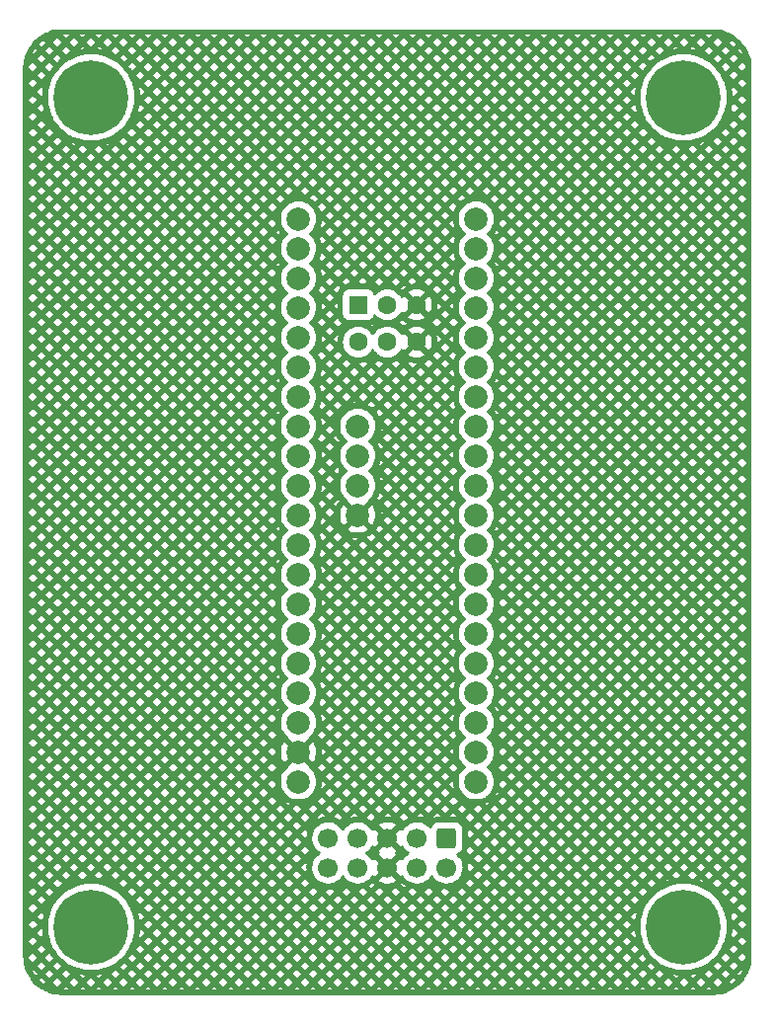
<source format=gbr>
G04 #@! TF.GenerationSoftware,KiCad,Pcbnew,(6.0.6)*
G04 #@! TF.CreationDate,2022-08-02T14:12:15+07:00*
G04 #@! TF.ProjectId,flashbed,666c6173-6862-4656-942e-6b696361645f,rev?*
G04 #@! TF.SameCoordinates,Original*
G04 #@! TF.FileFunction,Copper,L2,Bot*
G04 #@! TF.FilePolarity,Positive*
%FSLAX46Y46*%
G04 Gerber Fmt 4.6, Leading zero omitted, Abs format (unit mm)*
G04 Created by KiCad (PCBNEW (6.0.6)) date 2022-08-02 14:12:15*
%MOMM*%
%LPD*%
G01*
G04 APERTURE LIST*
G04 Aperture macros list*
%AMRoundRect*
0 Rectangle with rounded corners*
0 $1 Rounding radius*
0 $2 $3 $4 $5 $6 $7 $8 $9 X,Y pos of 4 corners*
0 Add a 4 corners polygon primitive as box body*
4,1,4,$2,$3,$4,$5,$6,$7,$8,$9,$2,$3,0*
0 Add four circle primitives for the rounded corners*
1,1,$1+$1,$2,$3*
1,1,$1+$1,$4,$5*
1,1,$1+$1,$6,$7*
1,1,$1+$1,$8,$9*
0 Add four rect primitives between the rounded corners*
20,1,$1+$1,$2,$3,$4,$5,0*
20,1,$1+$1,$4,$5,$6,$7,0*
20,1,$1+$1,$6,$7,$8,$9,0*
20,1,$1+$1,$8,$9,$2,$3,0*%
G04 Aperture macros list end*
G04 #@! TA.AperFunction,ComponentPad*
%ADD10C,2.000000*%
G04 #@! TD*
G04 #@! TA.AperFunction,ComponentPad*
%ADD11RoundRect,0.250000X-0.600000X0.600000X-0.600000X-0.600000X0.600000X-0.600000X0.600000X0.600000X0*%
G04 #@! TD*
G04 #@! TA.AperFunction,ComponentPad*
%ADD12C,1.700000*%
G04 #@! TD*
G04 #@! TA.AperFunction,ComponentPad*
%ADD13R,1.600000X1.600000*%
G04 #@! TD*
G04 #@! TA.AperFunction,ComponentPad*
%ADD14C,1.600000*%
G04 #@! TD*
G04 #@! TA.AperFunction,ComponentPad*
%ADD15C,0.800000*%
G04 #@! TD*
G04 #@! TA.AperFunction,ComponentPad*
%ADD16C,6.400000*%
G04 #@! TD*
G04 APERTURE END LIST*
D10*
X80010000Y-52070000D03*
X80010000Y-54610000D03*
X80010000Y-57150000D03*
X80010000Y-59690000D03*
D11*
X87630000Y-87376000D03*
D12*
X87630000Y-89916000D03*
X85090000Y-87376000D03*
X85090000Y-89916000D03*
X82550000Y-87376000D03*
X82550000Y-89916000D03*
X80010000Y-87376000D03*
X80010000Y-89916000D03*
X77470000Y-87376000D03*
X77470000Y-89916000D03*
D13*
X80050000Y-41656000D03*
D14*
X82550000Y-41656000D03*
X85050000Y-41656000D03*
X80050000Y-44856000D03*
X82550000Y-44856000D03*
X85050000Y-44856000D03*
D15*
X106252944Y-93298944D03*
X109647056Y-96693056D03*
X109647056Y-93298944D03*
X110350000Y-94996000D03*
D16*
X107950000Y-94996000D03*
D15*
X107950000Y-92596000D03*
X106252944Y-96693056D03*
X107950000Y-97396000D03*
X105550000Y-94996000D03*
X59550000Y-23876000D03*
X57150000Y-26276000D03*
X54750000Y-23876000D03*
D16*
X57150000Y-23876000D03*
D15*
X57150000Y-21476000D03*
X58847056Y-22178944D03*
X58847056Y-25573056D03*
X55452944Y-25573056D03*
X55452944Y-22178944D03*
X57150000Y-92596000D03*
D16*
X57150000Y-94996000D03*
D15*
X55452944Y-96693056D03*
X58847056Y-93298944D03*
X57150000Y-97396000D03*
X55452944Y-93298944D03*
X54750000Y-94996000D03*
X58847056Y-96693056D03*
X59550000Y-94996000D03*
D10*
X90170000Y-34290000D03*
X90170000Y-36830000D03*
X90170000Y-39370000D03*
X90170000Y-41910000D03*
X90170000Y-44450000D03*
X90170000Y-46990000D03*
X90170000Y-49530000D03*
X90170000Y-52070000D03*
X90170000Y-54610000D03*
X90170000Y-57150000D03*
X90170000Y-59690000D03*
X90170000Y-62230000D03*
X90170000Y-64770000D03*
X90170000Y-67310000D03*
X90170000Y-69850000D03*
X90170000Y-72390000D03*
X90170000Y-74930000D03*
X90170000Y-77470000D03*
X90170000Y-80010000D03*
X90170000Y-82550000D03*
X74930000Y-34290000D03*
X74930000Y-36830000D03*
X74930000Y-39370000D03*
X74930000Y-41910000D03*
X74930000Y-44450000D03*
X74930000Y-46990000D03*
X74930000Y-49530000D03*
X74930000Y-52070000D03*
X74930000Y-54610000D03*
X74930000Y-57150000D03*
X74930000Y-59690000D03*
X74930000Y-62230000D03*
X74930000Y-64770000D03*
X74930000Y-67310000D03*
X74930000Y-69850000D03*
X74930000Y-72390000D03*
X74930000Y-74930000D03*
X74930000Y-77470000D03*
X74930000Y-80010000D03*
X74930000Y-82550000D03*
D16*
X107950000Y-23876000D03*
D15*
X105550000Y-23876000D03*
X106252944Y-25573056D03*
X110350000Y-23876000D03*
X109647056Y-22178944D03*
X106252944Y-22178944D03*
X107950000Y-21476000D03*
X109647056Y-25573056D03*
X107950000Y-26276000D03*
G04 #@! TA.AperFunction,Conductor*
G36*
X110460018Y-18036000D02*
G01*
X110474851Y-18038310D01*
X110474855Y-18038310D01*
X110483724Y-18039691D01*
X110502436Y-18037244D01*
X110525366Y-18036353D01*
X110828503Y-18052240D01*
X110841617Y-18053618D01*
X111169898Y-18105613D01*
X111182798Y-18108355D01*
X111503846Y-18194379D01*
X111516382Y-18198453D01*
X111787468Y-18302513D01*
X111826672Y-18317562D01*
X111838720Y-18322926D01*
X112134867Y-18473820D01*
X112146288Y-18480414D01*
X112425040Y-18661437D01*
X112435710Y-18669190D01*
X112694004Y-18878352D01*
X112703805Y-18887177D01*
X112938823Y-19122195D01*
X112947648Y-19131996D01*
X113156810Y-19390290D01*
X113164563Y-19400960D01*
X113345586Y-19679712D01*
X113352180Y-19691133D01*
X113503074Y-19987280D01*
X113508438Y-19999328D01*
X113602520Y-20244417D01*
X113627545Y-20309610D01*
X113631620Y-20322152D01*
X113671978Y-20472769D01*
X113717645Y-20643202D01*
X113720387Y-20656102D01*
X113772382Y-20984383D01*
X113773760Y-20997500D01*
X113789262Y-21293298D01*
X113787935Y-21319273D01*
X113787691Y-21320843D01*
X113787691Y-21320849D01*
X113786309Y-21329724D01*
X113787473Y-21338626D01*
X113787473Y-21338628D01*
X113790436Y-21361283D01*
X113791500Y-21377621D01*
X113791500Y-97486633D01*
X113790000Y-97506018D01*
X113787690Y-97520851D01*
X113787690Y-97520855D01*
X113786309Y-97529724D01*
X113788136Y-97543693D01*
X113788756Y-97548433D01*
X113789647Y-97571366D01*
X113782736Y-97703232D01*
X113773760Y-97874501D01*
X113772382Y-97887617D01*
X113720387Y-98215898D01*
X113717645Y-98228798D01*
X113671633Y-98400520D01*
X113631621Y-98549846D01*
X113627547Y-98562382D01*
X113571040Y-98709589D01*
X113508438Y-98872672D01*
X113503074Y-98884720D01*
X113352180Y-99180867D01*
X113345586Y-99192288D01*
X113164563Y-99471040D01*
X113156810Y-99481710D01*
X112947648Y-99740004D01*
X112938823Y-99749805D01*
X112703805Y-99984823D01*
X112694004Y-99993648D01*
X112435710Y-100202810D01*
X112425040Y-100210563D01*
X112146288Y-100391586D01*
X112134867Y-100398180D01*
X111838720Y-100549074D01*
X111826671Y-100554438D01*
X111516382Y-100673547D01*
X111503846Y-100677621D01*
X111182798Y-100763645D01*
X111169898Y-100766387D01*
X110841617Y-100818382D01*
X110828501Y-100819760D01*
X110794848Y-100821524D01*
X110532702Y-100835262D01*
X110506727Y-100833935D01*
X110505157Y-100833691D01*
X110505151Y-100833691D01*
X110496276Y-100832309D01*
X110487374Y-100833473D01*
X110487372Y-100833473D01*
X110472323Y-100835441D01*
X110464714Y-100836436D01*
X110448379Y-100837500D01*
X54659367Y-100837500D01*
X54639982Y-100836000D01*
X54625149Y-100833690D01*
X54625145Y-100833690D01*
X54616276Y-100832309D01*
X54597564Y-100834756D01*
X54574634Y-100835647D01*
X54271497Y-100819760D01*
X54258383Y-100818382D01*
X53930102Y-100766387D01*
X53917202Y-100763645D01*
X53596154Y-100677621D01*
X53583618Y-100673547D01*
X53273329Y-100554438D01*
X53261280Y-100549074D01*
X52965133Y-100398180D01*
X52953712Y-100391586D01*
X52873506Y-100339500D01*
X54738852Y-100339500D01*
X55231402Y-100339500D01*
X56153066Y-100339500D01*
X56645616Y-100339500D01*
X57567280Y-100339500D01*
X58059830Y-100339500D01*
X58981493Y-100339500D01*
X59474043Y-100339500D01*
X60395707Y-100339500D01*
X60888257Y-100339500D01*
X61809920Y-100339500D01*
X62302470Y-100339500D01*
X63224134Y-100339500D01*
X63716684Y-100339500D01*
X64638347Y-100339500D01*
X65130897Y-100339500D01*
X66052561Y-100339500D01*
X66545111Y-100339500D01*
X67466775Y-100339500D01*
X67959325Y-100339500D01*
X68880988Y-100339500D01*
X69373538Y-100339500D01*
X70295202Y-100339500D01*
X70787752Y-100339500D01*
X71709415Y-100339500D01*
X72201965Y-100339500D01*
X73123629Y-100339500D01*
X73616179Y-100339500D01*
X74537842Y-100339500D01*
X75030392Y-100339500D01*
X75952056Y-100339500D01*
X76444606Y-100339500D01*
X77366269Y-100339500D01*
X77858819Y-100339500D01*
X78780483Y-100339500D01*
X79273033Y-100339500D01*
X80194697Y-100339500D01*
X80687247Y-100339500D01*
X81608910Y-100339500D01*
X82101460Y-100339500D01*
X83023124Y-100339500D01*
X83515674Y-100339500D01*
X84437337Y-100339500D01*
X84929887Y-100339500D01*
X85851551Y-100339500D01*
X86344101Y-100339500D01*
X87265764Y-100339500D01*
X87758314Y-100339500D01*
X88679978Y-100339500D01*
X89172528Y-100339500D01*
X90094192Y-100339500D01*
X90586742Y-100339500D01*
X91508405Y-100339500D01*
X92000955Y-100339500D01*
X92922619Y-100339500D01*
X93415169Y-100339500D01*
X94336832Y-100339500D01*
X94829382Y-100339500D01*
X95751046Y-100339500D01*
X96243596Y-100339500D01*
X97165259Y-100339500D01*
X97657809Y-100339500D01*
X98579473Y-100339500D01*
X99072023Y-100339500D01*
X99993686Y-100339500D01*
X100486236Y-100339500D01*
X101407900Y-100339500D01*
X101900450Y-100339500D01*
X102822114Y-100339500D01*
X103314664Y-100339500D01*
X104236327Y-100339500D01*
X104728877Y-100339500D01*
X105650541Y-100339500D01*
X106143091Y-100339500D01*
X107064754Y-100339500D01*
X107557304Y-100339500D01*
X108478968Y-100339500D01*
X108971518Y-100339500D01*
X109893181Y-100339500D01*
X110385731Y-100339500D01*
X110139456Y-100093225D01*
X109893181Y-100339500D01*
X108971518Y-100339500D01*
X108725243Y-100093225D01*
X108478968Y-100339500D01*
X107557304Y-100339500D01*
X107311029Y-100093225D01*
X107064754Y-100339500D01*
X106143091Y-100339500D01*
X105896816Y-100093225D01*
X105650541Y-100339500D01*
X104728877Y-100339500D01*
X104482602Y-100093225D01*
X104236327Y-100339500D01*
X103314664Y-100339500D01*
X103068389Y-100093225D01*
X102822114Y-100339500D01*
X101900450Y-100339500D01*
X101654175Y-100093225D01*
X101407900Y-100339500D01*
X100486236Y-100339500D01*
X100239961Y-100093225D01*
X99993686Y-100339500D01*
X99072023Y-100339500D01*
X98825748Y-100093225D01*
X98579473Y-100339500D01*
X97657809Y-100339500D01*
X97411534Y-100093225D01*
X97165259Y-100339500D01*
X96243596Y-100339500D01*
X95997321Y-100093225D01*
X95751046Y-100339500D01*
X94829382Y-100339500D01*
X94583107Y-100093225D01*
X94336832Y-100339500D01*
X93415169Y-100339500D01*
X93168894Y-100093225D01*
X92922619Y-100339500D01*
X92000955Y-100339500D01*
X91754680Y-100093225D01*
X91508405Y-100339500D01*
X90586742Y-100339500D01*
X90340467Y-100093225D01*
X90094192Y-100339500D01*
X89172528Y-100339500D01*
X88926253Y-100093225D01*
X88679978Y-100339500D01*
X87758314Y-100339500D01*
X87512039Y-100093225D01*
X87265764Y-100339500D01*
X86344101Y-100339500D01*
X86097826Y-100093225D01*
X85851551Y-100339500D01*
X84929887Y-100339500D01*
X84683612Y-100093225D01*
X84437337Y-100339500D01*
X83515674Y-100339500D01*
X83269399Y-100093225D01*
X83023124Y-100339500D01*
X82101460Y-100339500D01*
X81855185Y-100093225D01*
X81608910Y-100339500D01*
X80687247Y-100339500D01*
X80440972Y-100093225D01*
X80194697Y-100339500D01*
X79273033Y-100339500D01*
X79026758Y-100093225D01*
X78780483Y-100339500D01*
X77858819Y-100339500D01*
X77612544Y-100093225D01*
X77366269Y-100339500D01*
X76444606Y-100339500D01*
X76198331Y-100093225D01*
X75952056Y-100339500D01*
X75030392Y-100339500D01*
X74784117Y-100093225D01*
X74537842Y-100339500D01*
X73616179Y-100339500D01*
X73369904Y-100093225D01*
X73123629Y-100339500D01*
X72201965Y-100339500D01*
X71955690Y-100093225D01*
X71709415Y-100339500D01*
X70787752Y-100339500D01*
X70541477Y-100093225D01*
X70295202Y-100339500D01*
X69373538Y-100339500D01*
X69127263Y-100093225D01*
X68880988Y-100339500D01*
X67959325Y-100339500D01*
X67713050Y-100093225D01*
X67466775Y-100339500D01*
X66545111Y-100339500D01*
X66298836Y-100093225D01*
X66052561Y-100339500D01*
X65130897Y-100339500D01*
X64884622Y-100093225D01*
X64638347Y-100339500D01*
X63716684Y-100339500D01*
X63470409Y-100093225D01*
X63224134Y-100339500D01*
X62302470Y-100339500D01*
X62056195Y-100093225D01*
X61809920Y-100339500D01*
X60888257Y-100339500D01*
X60641982Y-100093225D01*
X60395707Y-100339500D01*
X59474043Y-100339500D01*
X59227768Y-100093225D01*
X58981493Y-100339500D01*
X58059830Y-100339500D01*
X57813555Y-100093225D01*
X57567280Y-100339500D01*
X56645616Y-100339500D01*
X56399341Y-100093225D01*
X56153066Y-100339500D01*
X55231402Y-100339500D01*
X54985127Y-100093225D01*
X54738852Y-100339500D01*
X52873506Y-100339500D01*
X52674960Y-100210563D01*
X52664290Y-100202810D01*
X52405996Y-99993648D01*
X52396195Y-99984823D01*
X52161177Y-99749805D01*
X52152352Y-99740004D01*
X52012369Y-99567139D01*
X52682787Y-99567139D01*
X52734543Y-99618895D01*
X52962538Y-99803522D01*
X53080036Y-99879826D01*
X53218775Y-99741087D01*
X53923053Y-99741087D01*
X54278020Y-100096054D01*
X54632989Y-99741086D01*
X55337266Y-99741086D01*
X55692235Y-100096054D01*
X56047202Y-99741087D01*
X56751480Y-99741087D01*
X57106447Y-100096054D01*
X57461416Y-99741086D01*
X58165693Y-99741086D01*
X58520662Y-100096054D01*
X58875629Y-99741087D01*
X59579907Y-99741087D01*
X59934874Y-100096054D01*
X60289842Y-99741087D01*
X60994121Y-99741087D01*
X61349088Y-100096054D01*
X61704057Y-99741086D01*
X62408334Y-99741086D01*
X62763303Y-100096054D01*
X63118270Y-99741087D01*
X63822548Y-99741087D01*
X64177515Y-100096054D01*
X64532484Y-99741086D01*
X65236761Y-99741086D01*
X65591730Y-100096054D01*
X65946697Y-99741087D01*
X66650975Y-99741087D01*
X67005942Y-100096054D01*
X67360911Y-99741086D01*
X68065188Y-99741086D01*
X68420157Y-100096054D01*
X68775124Y-99741087D01*
X69479402Y-99741087D01*
X69834369Y-100096054D01*
X70189338Y-99741086D01*
X70893615Y-99741086D01*
X71248584Y-100096054D01*
X71603551Y-99741087D01*
X72307829Y-99741087D01*
X72662797Y-100096055D01*
X73017765Y-99741087D01*
X73722043Y-99741087D01*
X74077010Y-100096054D01*
X74431979Y-99741086D01*
X75136256Y-99741086D01*
X75491225Y-100096054D01*
X75846192Y-99741087D01*
X76550470Y-99741087D01*
X76905437Y-100096054D01*
X77260406Y-99741086D01*
X77964683Y-99741086D01*
X78319652Y-100096054D01*
X78674619Y-99741087D01*
X79378897Y-99741087D01*
X79733864Y-100096054D01*
X80088833Y-99741086D01*
X80793110Y-99741086D01*
X81148079Y-100096054D01*
X81503046Y-99741087D01*
X82207324Y-99741087D01*
X82562291Y-100096054D01*
X82917259Y-99741087D01*
X83621538Y-99741087D01*
X83976505Y-100096054D01*
X84331474Y-99741086D01*
X85035751Y-99741086D01*
X85390720Y-100096054D01*
X85745687Y-99741087D01*
X86449965Y-99741087D01*
X86804932Y-100096054D01*
X87159901Y-99741086D01*
X87864178Y-99741086D01*
X88219147Y-100096054D01*
X88574114Y-99741087D01*
X89278392Y-99741087D01*
X89633359Y-100096054D01*
X89988328Y-99741086D01*
X90692605Y-99741086D01*
X91047574Y-100096054D01*
X91402541Y-99741087D01*
X92106819Y-99741087D01*
X92461786Y-100096054D01*
X92816755Y-99741086D01*
X93521032Y-99741086D01*
X93876001Y-100096054D01*
X94230968Y-99741087D01*
X94935246Y-99741087D01*
X95290214Y-100096055D01*
X95645182Y-99741087D01*
X96349460Y-99741087D01*
X96704427Y-100096054D01*
X97059396Y-99741086D01*
X97763673Y-99741086D01*
X98118642Y-100096054D01*
X98473609Y-99741087D01*
X99177887Y-99741087D01*
X99532854Y-100096054D01*
X99887823Y-99741086D01*
X100592100Y-99741086D01*
X100947069Y-100096054D01*
X101302036Y-99741087D01*
X102006314Y-99741087D01*
X102361281Y-100096054D01*
X102716250Y-99741086D01*
X103420527Y-99741086D01*
X103775496Y-100096054D01*
X104130463Y-99741087D01*
X104834741Y-99741087D01*
X105189708Y-100096054D01*
X105544677Y-99741086D01*
X106248954Y-99741086D01*
X106603923Y-100096054D01*
X106958890Y-99741087D01*
X106958889Y-99741086D01*
X107663168Y-99741086D01*
X108018137Y-100096054D01*
X108373104Y-99741087D01*
X109077382Y-99741087D01*
X109432349Y-100096054D01*
X109787318Y-99741086D01*
X110491595Y-99741086D01*
X110846564Y-100096054D01*
X111201531Y-99741087D01*
X111905809Y-99741087D01*
X112034869Y-99870147D01*
X112137462Y-99803522D01*
X112365452Y-99618899D01*
X112429505Y-99554846D01*
X112260777Y-99386118D01*
X111905809Y-99741087D01*
X111201531Y-99741087D01*
X110846563Y-99386118D01*
X110491595Y-99741086D01*
X109787318Y-99741086D01*
X109432350Y-99386118D01*
X109077382Y-99741087D01*
X108373104Y-99741087D01*
X108018136Y-99386118D01*
X107663168Y-99741086D01*
X106958889Y-99741086D01*
X106603922Y-99386118D01*
X106248954Y-99741086D01*
X105544677Y-99741086D01*
X105189709Y-99386118D01*
X104834741Y-99741087D01*
X104130463Y-99741087D01*
X103775495Y-99386118D01*
X103420527Y-99741086D01*
X102716250Y-99741086D01*
X102361282Y-99386118D01*
X102006314Y-99741087D01*
X101302036Y-99741087D01*
X100947068Y-99386118D01*
X100592100Y-99741086D01*
X99887823Y-99741086D01*
X99532855Y-99386118D01*
X99177887Y-99741087D01*
X98473609Y-99741087D01*
X98118641Y-99386118D01*
X97763673Y-99741086D01*
X97059396Y-99741086D01*
X96704428Y-99386118D01*
X96349460Y-99741087D01*
X95645182Y-99741087D01*
X95290214Y-99386119D01*
X94935246Y-99741087D01*
X94230968Y-99741087D01*
X93876000Y-99386118D01*
X93521032Y-99741086D01*
X92816755Y-99741086D01*
X92461787Y-99386118D01*
X92106819Y-99741087D01*
X91402541Y-99741087D01*
X91047573Y-99386118D01*
X90692605Y-99741086D01*
X89988328Y-99741086D01*
X89633360Y-99386118D01*
X89278392Y-99741087D01*
X88574114Y-99741087D01*
X88219146Y-99386118D01*
X87864178Y-99741086D01*
X87159901Y-99741086D01*
X86804933Y-99386118D01*
X86449965Y-99741087D01*
X85745687Y-99741087D01*
X85390719Y-99386118D01*
X85035751Y-99741086D01*
X84331474Y-99741086D01*
X83976506Y-99386118D01*
X83621538Y-99741087D01*
X82917259Y-99741087D01*
X82917260Y-99741086D01*
X82562292Y-99386118D01*
X82207324Y-99741087D01*
X81503046Y-99741087D01*
X81148078Y-99386118D01*
X80793110Y-99741086D01*
X80088833Y-99741086D01*
X79733865Y-99386118D01*
X79378897Y-99741087D01*
X78674619Y-99741087D01*
X78319651Y-99386118D01*
X77964683Y-99741086D01*
X77260406Y-99741086D01*
X76905438Y-99386118D01*
X76550470Y-99741087D01*
X75846192Y-99741087D01*
X75491224Y-99386118D01*
X75136256Y-99741086D01*
X74431979Y-99741086D01*
X74077011Y-99386118D01*
X73722043Y-99741087D01*
X73017765Y-99741087D01*
X72662797Y-99386119D01*
X72307829Y-99741087D01*
X71603551Y-99741087D01*
X71248583Y-99386118D01*
X70893615Y-99741086D01*
X70189338Y-99741086D01*
X69834370Y-99386118D01*
X69479402Y-99741087D01*
X68775124Y-99741087D01*
X68420156Y-99386118D01*
X68065188Y-99741086D01*
X67360911Y-99741086D01*
X67005943Y-99386118D01*
X66650975Y-99741087D01*
X65946697Y-99741087D01*
X65591729Y-99386118D01*
X65236761Y-99741086D01*
X64532484Y-99741086D01*
X64177516Y-99386118D01*
X63822548Y-99741087D01*
X63118270Y-99741087D01*
X62763302Y-99386118D01*
X62408334Y-99741086D01*
X61704057Y-99741086D01*
X61349089Y-99386118D01*
X60994121Y-99741087D01*
X60289842Y-99741087D01*
X60289843Y-99741086D01*
X59934875Y-99386118D01*
X59579907Y-99741087D01*
X58875629Y-99741087D01*
X58520661Y-99386118D01*
X58165693Y-99741086D01*
X57461416Y-99741086D01*
X57106448Y-99386118D01*
X56751480Y-99741087D01*
X56047202Y-99741087D01*
X55692234Y-99386118D01*
X55337266Y-99741086D01*
X54632989Y-99741086D01*
X54278021Y-99386118D01*
X53923053Y-99741087D01*
X53218775Y-99741087D01*
X52863807Y-99386119D01*
X52682787Y-99567139D01*
X52012369Y-99567139D01*
X51943190Y-99481710D01*
X51935437Y-99471040D01*
X51754414Y-99192288D01*
X51747820Y-99180867D01*
X51596926Y-98884720D01*
X51591562Y-98872672D01*
X51544094Y-98749014D01*
X52086699Y-98749014D01*
X52182689Y-98937408D01*
X52342476Y-99183459D01*
X52351297Y-99194352D01*
X52511669Y-99033980D01*
X52511668Y-99033979D01*
X53215946Y-99033979D01*
X53570914Y-99388948D01*
X53925882Y-99033980D01*
X54630159Y-99033980D01*
X54985127Y-99388948D01*
X55311875Y-99062199D01*
X56072592Y-99062199D01*
X56399341Y-99388948D01*
X56605930Y-99182359D01*
X57606966Y-99182359D01*
X57813555Y-99388948D01*
X58108422Y-99094081D01*
X58050990Y-99109470D01*
X58047791Y-99110282D01*
X58035269Y-99113288D01*
X58032054Y-99114016D01*
X58019154Y-99116758D01*
X58015917Y-99117401D01*
X58003253Y-99119748D01*
X58000004Y-99120307D01*
X57616081Y-99181115D01*
X57612820Y-99181588D01*
X57606966Y-99182359D01*
X56605930Y-99182359D01*
X56617667Y-99170622D01*
X56299996Y-99120307D01*
X56296747Y-99119748D01*
X56284083Y-99117401D01*
X56280846Y-99116758D01*
X56267946Y-99114016D01*
X56264731Y-99113288D01*
X56252209Y-99110282D01*
X56249010Y-99109470D01*
X56072592Y-99062199D01*
X55311875Y-99062199D01*
X55340094Y-99033980D01*
X58872800Y-99033980D01*
X59227768Y-99388948D01*
X59582736Y-99033979D01*
X60287014Y-99033979D01*
X60641982Y-99388948D01*
X60996950Y-99033980D01*
X61701227Y-99033980D01*
X62056195Y-99388948D01*
X62411163Y-99033979D01*
X63115441Y-99033979D01*
X63470409Y-99388948D01*
X63825377Y-99033980D01*
X64529654Y-99033980D01*
X64884622Y-99388948D01*
X65239590Y-99033979D01*
X65943868Y-99033979D01*
X66298836Y-99388948D01*
X66653804Y-99033980D01*
X66653803Y-99033979D01*
X67358082Y-99033979D01*
X67713050Y-99388948D01*
X68068018Y-99033980D01*
X68772295Y-99033980D01*
X69127263Y-99388948D01*
X69482231Y-99033979D01*
X70186509Y-99033979D01*
X70541477Y-99388948D01*
X70896445Y-99033980D01*
X71600722Y-99033980D01*
X71955690Y-99388948D01*
X72310658Y-99033979D01*
X73014936Y-99033979D01*
X73369904Y-99388948D01*
X73724872Y-99033980D01*
X74429149Y-99033980D01*
X74784117Y-99388948D01*
X75139085Y-99033979D01*
X75843363Y-99033979D01*
X76198331Y-99388948D01*
X76553299Y-99033980D01*
X77257576Y-99033980D01*
X77612544Y-99388948D01*
X77967511Y-99033980D01*
X78671790Y-99033980D01*
X79026758Y-99388948D01*
X79381726Y-99033979D01*
X80086004Y-99033979D01*
X80440972Y-99388948D01*
X80795940Y-99033980D01*
X81500217Y-99033980D01*
X81855185Y-99388948D01*
X82210153Y-99033979D01*
X82914431Y-99033979D01*
X83269399Y-99388948D01*
X83624367Y-99033980D01*
X84328644Y-99033980D01*
X84683612Y-99388948D01*
X85038580Y-99033979D01*
X85742858Y-99033979D01*
X86097826Y-99388948D01*
X86452794Y-99033980D01*
X87157071Y-99033980D01*
X87512039Y-99388948D01*
X87867007Y-99033979D01*
X88571285Y-99033979D01*
X88926253Y-99388948D01*
X89281221Y-99033980D01*
X89281220Y-99033979D01*
X89985499Y-99033979D01*
X90340467Y-99388948D01*
X90695435Y-99033980D01*
X91399712Y-99033980D01*
X91754680Y-99388948D01*
X92109648Y-99033979D01*
X92813926Y-99033979D01*
X93168894Y-99388948D01*
X93523862Y-99033980D01*
X94228139Y-99033980D01*
X94583107Y-99388948D01*
X94938075Y-99033979D01*
X95642353Y-99033979D01*
X95997321Y-99388948D01*
X96352289Y-99033980D01*
X97056566Y-99033980D01*
X97411534Y-99388948D01*
X97766502Y-99033979D01*
X98470780Y-99033979D01*
X98825748Y-99388948D01*
X99180716Y-99033980D01*
X99884993Y-99033980D01*
X100239961Y-99388948D01*
X100594928Y-99033980D01*
X101299207Y-99033980D01*
X101654175Y-99388948D01*
X102009143Y-99033979D01*
X102713421Y-99033979D01*
X103068389Y-99388948D01*
X103423357Y-99033980D01*
X104127634Y-99033980D01*
X104482602Y-99388948D01*
X104837570Y-99033979D01*
X105541848Y-99033979D01*
X105896816Y-99388948D01*
X106182684Y-99103080D01*
X107025161Y-99103080D01*
X107311029Y-99388948D01*
X107515075Y-99184902D01*
X107503247Y-99183659D01*
X107499961Y-99183271D01*
X107487180Y-99181588D01*
X107483919Y-99181115D01*
X107396443Y-99167260D01*
X108503556Y-99167260D01*
X108725243Y-99388948D01*
X109060991Y-99053200D01*
X108850990Y-99109470D01*
X108847791Y-99110282D01*
X108835269Y-99113288D01*
X108832054Y-99114016D01*
X108819154Y-99116758D01*
X108815917Y-99117401D01*
X108803253Y-99119748D01*
X108800004Y-99120307D01*
X108503556Y-99167260D01*
X107396443Y-99167260D01*
X107099996Y-99120307D01*
X107096747Y-99119748D01*
X107084083Y-99117401D01*
X107080846Y-99116758D01*
X107067946Y-99114016D01*
X107064731Y-99113288D01*
X107052209Y-99110282D01*
X107049010Y-99109470D01*
X107025161Y-99103080D01*
X106182684Y-99103080D01*
X106251784Y-99033980D01*
X109784488Y-99033980D01*
X110139456Y-99388948D01*
X110494424Y-99033979D01*
X111198702Y-99033979D01*
X111553670Y-99388948D01*
X111908638Y-99033980D01*
X111908637Y-99033979D01*
X112612916Y-99033979D01*
X112759442Y-99180505D01*
X112917311Y-98937408D01*
X113021600Y-98732727D01*
X112967884Y-98679011D01*
X112612916Y-99033979D01*
X111908637Y-99033979D01*
X111553669Y-98679012D01*
X111198702Y-99033979D01*
X110494424Y-99033979D01*
X110139457Y-98679012D01*
X109784488Y-99033980D01*
X106251784Y-99033980D01*
X105896815Y-98679012D01*
X105541848Y-99033979D01*
X104837570Y-99033979D01*
X104482603Y-98679012D01*
X104127634Y-99033980D01*
X103423357Y-99033980D01*
X103068388Y-98679012D01*
X102713421Y-99033979D01*
X102009143Y-99033979D01*
X101654176Y-98679012D01*
X101299207Y-99033980D01*
X100594928Y-99033980D01*
X100594929Y-99033979D01*
X100239962Y-98679012D01*
X99884993Y-99033980D01*
X99180716Y-99033980D01*
X98825747Y-98679012D01*
X98470780Y-99033979D01*
X97766502Y-99033979D01*
X97411535Y-98679012D01*
X97056566Y-99033980D01*
X96352289Y-99033980D01*
X95997320Y-98679012D01*
X95642353Y-99033979D01*
X94938075Y-99033979D01*
X94583108Y-98679012D01*
X94228139Y-99033980D01*
X93523862Y-99033980D01*
X93168893Y-98679012D01*
X92813926Y-99033979D01*
X92109648Y-99033979D01*
X91754681Y-98679012D01*
X91399712Y-99033980D01*
X90695435Y-99033980D01*
X90340466Y-98679012D01*
X89985499Y-99033979D01*
X89281220Y-99033979D01*
X88926252Y-98679012D01*
X88571285Y-99033979D01*
X87867007Y-99033979D01*
X87512040Y-98679012D01*
X87157071Y-99033980D01*
X86452794Y-99033980D01*
X86097825Y-98679012D01*
X85742858Y-99033979D01*
X85038580Y-99033979D01*
X84683613Y-98679012D01*
X84328644Y-99033980D01*
X83624367Y-99033980D01*
X83269398Y-98679012D01*
X82914431Y-99033979D01*
X82210153Y-99033979D01*
X81855186Y-98679012D01*
X81500217Y-99033980D01*
X80795940Y-99033980D01*
X80440971Y-98679012D01*
X80086004Y-99033979D01*
X79381726Y-99033979D01*
X79026759Y-98679012D01*
X78671790Y-99033980D01*
X77967511Y-99033980D01*
X77967512Y-99033979D01*
X77612545Y-98679012D01*
X77257576Y-99033980D01*
X76553299Y-99033980D01*
X76198330Y-98679012D01*
X75843363Y-99033979D01*
X75139085Y-99033979D01*
X74784118Y-98679012D01*
X74429149Y-99033980D01*
X73724872Y-99033980D01*
X73369903Y-98679012D01*
X73014936Y-99033979D01*
X72310658Y-99033979D01*
X71955691Y-98679012D01*
X71600722Y-99033980D01*
X70896445Y-99033980D01*
X70541476Y-98679012D01*
X70186509Y-99033979D01*
X69482231Y-99033979D01*
X69127264Y-98679012D01*
X68772295Y-99033980D01*
X68068018Y-99033980D01*
X67713049Y-98679012D01*
X67358082Y-99033979D01*
X66653803Y-99033979D01*
X66298835Y-98679012D01*
X65943868Y-99033979D01*
X65239590Y-99033979D01*
X64884623Y-98679012D01*
X64529654Y-99033980D01*
X63825377Y-99033980D01*
X63470408Y-98679012D01*
X63115441Y-99033979D01*
X62411163Y-99033979D01*
X62056196Y-98679012D01*
X61701227Y-99033980D01*
X60996950Y-99033980D01*
X60641981Y-98679012D01*
X60287014Y-99033979D01*
X59582736Y-99033979D01*
X59227769Y-98679012D01*
X58872800Y-99033980D01*
X55340094Y-99033980D01*
X55340095Y-99033979D01*
X54985128Y-98679012D01*
X54630159Y-99033980D01*
X53925882Y-99033980D01*
X53570913Y-98679012D01*
X53215946Y-99033979D01*
X52511668Y-99033979D01*
X52156701Y-98679012D01*
X52086699Y-98749014D01*
X51544094Y-98749014D01*
X51528960Y-98709589D01*
X51472453Y-98562382D01*
X51468379Y-98549846D01*
X51428368Y-98400520D01*
X51408634Y-98326873D01*
X52508839Y-98326873D01*
X52863807Y-98681841D01*
X53218774Y-98326873D01*
X53923053Y-98326873D01*
X54278021Y-98681841D01*
X54608872Y-98350990D01*
X54351721Y-98142752D01*
X54349182Y-98140640D01*
X54339378Y-98132266D01*
X54336896Y-98130089D01*
X54327096Y-98121264D01*
X54324673Y-98119024D01*
X54315342Y-98110168D01*
X54312986Y-98107872D01*
X54227520Y-98022406D01*
X53923053Y-98326873D01*
X53218774Y-98326873D01*
X53218775Y-98326872D01*
X52863808Y-97971905D01*
X52508839Y-98326873D01*
X51408634Y-98326873D01*
X51382355Y-98228798D01*
X51379613Y-98215898D01*
X51327618Y-97887617D01*
X51326240Y-97874501D01*
X51320124Y-97757809D01*
X51312400Y-97610416D01*
X51811082Y-97610416D01*
X51812117Y-97630151D01*
X52156700Y-97974734D01*
X52511668Y-97619765D01*
X53215946Y-97619765D01*
X53570914Y-97974734D01*
X53890545Y-97655103D01*
X53758625Y-97492195D01*
X53756584Y-97489606D01*
X53748744Y-97479389D01*
X53746769Y-97476745D01*
X53739016Y-97466074D01*
X53737110Y-97463377D01*
X53729815Y-97452762D01*
X53727984Y-97450022D01*
X53675834Y-97369717D01*
X53570914Y-97264797D01*
X53215946Y-97619765D01*
X52511668Y-97619765D01*
X52156701Y-97264798D01*
X51811082Y-97610416D01*
X51312400Y-97610416D01*
X51310932Y-97582413D01*
X51312506Y-97554910D01*
X51312770Y-97553341D01*
X51313576Y-97548552D01*
X51313729Y-97536000D01*
X51309773Y-97508376D01*
X51308500Y-97490514D01*
X51308500Y-96912659D01*
X52508839Y-96912659D01*
X52863808Y-97267627D01*
X53218775Y-96912660D01*
X52863807Y-96557691D01*
X52508839Y-96912659D01*
X51308500Y-96912659D01*
X51308500Y-96210319D01*
X51806500Y-96210319D01*
X52156701Y-96560520D01*
X52511668Y-96205553D01*
X52156700Y-95850584D01*
X51806500Y-96200784D01*
X51806500Y-96210319D01*
X51308500Y-96210319D01*
X51308500Y-95498446D01*
X52508839Y-95498446D01*
X52863807Y-95853414D01*
X53004572Y-95712649D01*
X52964885Y-95462081D01*
X52964412Y-95458820D01*
X52962729Y-95446039D01*
X52962341Y-95442753D01*
X52960963Y-95429636D01*
X52960661Y-95426352D01*
X52959652Y-95413524D01*
X52959437Y-95410238D01*
X52949972Y-95229642D01*
X52863808Y-95143478D01*
X52508839Y-95498446D01*
X51308500Y-95498446D01*
X51308500Y-94796107D01*
X51806500Y-94796107D01*
X52156700Y-95146307D01*
X52307007Y-94996000D01*
X53436411Y-94996000D01*
X53456754Y-95384176D01*
X53457267Y-95387416D01*
X53457268Y-95387424D01*
X53474853Y-95498446D01*
X53517562Y-95768099D01*
X53618167Y-96143562D01*
X53619352Y-96146650D01*
X53619353Y-96146652D01*
X53640132Y-96200784D01*
X53757468Y-96506453D01*
X53933938Y-96852794D01*
X53935734Y-96855560D01*
X53935736Y-96855563D01*
X53972815Y-96912660D01*
X54145643Y-97178793D01*
X54239994Y-97295306D01*
X54386921Y-97476745D01*
X54390266Y-97480876D01*
X54665124Y-97755734D01*
X54967207Y-98000357D01*
X54969970Y-98002152D01*
X54969971Y-98002152D01*
X55186477Y-98142752D01*
X55293205Y-98212062D01*
X55296139Y-98213557D01*
X55296146Y-98213561D01*
X55636607Y-98387034D01*
X55639547Y-98388532D01*
X56002438Y-98527833D01*
X56377901Y-98628438D01*
X56581793Y-98660732D01*
X56758576Y-98688732D01*
X56758584Y-98688733D01*
X56761824Y-98689246D01*
X57150000Y-98709589D01*
X57538176Y-98689246D01*
X57541416Y-98688733D01*
X57541424Y-98688732D01*
X57718207Y-98660732D01*
X57922099Y-98628438D01*
X58297562Y-98527833D01*
X58656842Y-98389918D01*
X59642952Y-98389918D01*
X59934875Y-98681841D01*
X60289843Y-98326873D01*
X60289842Y-98326872D01*
X60994121Y-98326872D01*
X61349089Y-98681841D01*
X61704057Y-98326873D01*
X62408334Y-98326873D01*
X62763302Y-98681841D01*
X63118270Y-98326872D01*
X63822548Y-98326872D01*
X64177516Y-98681841D01*
X64532484Y-98326873D01*
X65236761Y-98326873D01*
X65591729Y-98681841D01*
X65946697Y-98326872D01*
X66650975Y-98326872D01*
X67005943Y-98681841D01*
X67360911Y-98326873D01*
X68065188Y-98326873D01*
X68420156Y-98681841D01*
X68775124Y-98326872D01*
X69479402Y-98326872D01*
X69834370Y-98681841D01*
X70189338Y-98326873D01*
X70893615Y-98326873D01*
X71248583Y-98681841D01*
X71603551Y-98326872D01*
X72307829Y-98326872D01*
X72662797Y-98681840D01*
X73017765Y-98326872D01*
X73722043Y-98326872D01*
X74077011Y-98681841D01*
X74431979Y-98326873D01*
X75136256Y-98326873D01*
X75491224Y-98681841D01*
X75846192Y-98326872D01*
X76550470Y-98326872D01*
X76905438Y-98681841D01*
X77260406Y-98326873D01*
X77964683Y-98326873D01*
X78319651Y-98681841D01*
X78674619Y-98326872D01*
X79378897Y-98326872D01*
X79733865Y-98681841D01*
X80088833Y-98326873D01*
X80793110Y-98326873D01*
X81148078Y-98681841D01*
X81503046Y-98326872D01*
X82207324Y-98326872D01*
X82562292Y-98681841D01*
X82917260Y-98326873D01*
X82917259Y-98326872D01*
X83621538Y-98326872D01*
X83976506Y-98681841D01*
X84331474Y-98326873D01*
X85035751Y-98326873D01*
X85390719Y-98681841D01*
X85745687Y-98326872D01*
X86449965Y-98326872D01*
X86804933Y-98681841D01*
X87159901Y-98326873D01*
X87864178Y-98326873D01*
X88219146Y-98681841D01*
X88574114Y-98326872D01*
X89278392Y-98326872D01*
X89633360Y-98681841D01*
X89988328Y-98326873D01*
X90692605Y-98326873D01*
X91047573Y-98681841D01*
X91402541Y-98326872D01*
X92106819Y-98326872D01*
X92461787Y-98681841D01*
X92816755Y-98326873D01*
X93521032Y-98326873D01*
X93876000Y-98681841D01*
X94230968Y-98326872D01*
X94935246Y-98326872D01*
X95290214Y-98681840D01*
X95645182Y-98326872D01*
X96349460Y-98326872D01*
X96704428Y-98681841D01*
X97059396Y-98326873D01*
X97763673Y-98326873D01*
X98118641Y-98681841D01*
X98473609Y-98326872D01*
X99177887Y-98326872D01*
X99532855Y-98681841D01*
X99887823Y-98326873D01*
X100592100Y-98326873D01*
X100947068Y-98681841D01*
X101302036Y-98326872D01*
X102006314Y-98326872D01*
X102361282Y-98681841D01*
X102716250Y-98326873D01*
X103420527Y-98326873D01*
X103775495Y-98681841D01*
X104130462Y-98326873D01*
X104834741Y-98326873D01*
X105189709Y-98681841D01*
X105471030Y-98400520D01*
X105469255Y-98399231D01*
X105466611Y-98397256D01*
X105456394Y-98389416D01*
X105453804Y-98387375D01*
X105151721Y-98142752D01*
X105149182Y-98140640D01*
X105139378Y-98132266D01*
X105136896Y-98130089D01*
X105127096Y-98121264D01*
X105124673Y-98119024D01*
X105115342Y-98110168D01*
X105112986Y-98107872D01*
X105083364Y-98078250D01*
X104834741Y-98326873D01*
X104130462Y-98326873D01*
X104130463Y-98326872D01*
X103775496Y-97971905D01*
X103420527Y-98326873D01*
X102716250Y-98326873D01*
X102361281Y-97971905D01*
X102006314Y-98326872D01*
X101302036Y-98326872D01*
X100947069Y-97971905D01*
X100592100Y-98326873D01*
X99887823Y-98326873D01*
X99532854Y-97971905D01*
X99177887Y-98326872D01*
X98473609Y-98326872D01*
X98118642Y-97971905D01*
X97763673Y-98326873D01*
X97059396Y-98326873D01*
X96704427Y-97971905D01*
X96349460Y-98326872D01*
X95645182Y-98326872D01*
X95290214Y-97971904D01*
X94935246Y-98326872D01*
X94230968Y-98326872D01*
X93876001Y-97971905D01*
X93521032Y-98326873D01*
X92816755Y-98326873D01*
X92461786Y-97971905D01*
X92106819Y-98326872D01*
X91402541Y-98326872D01*
X91047574Y-97971905D01*
X90692605Y-98326873D01*
X89988328Y-98326873D01*
X89633359Y-97971905D01*
X89278392Y-98326872D01*
X88574114Y-98326872D01*
X88219147Y-97971905D01*
X87864178Y-98326873D01*
X87159901Y-98326873D01*
X86804932Y-97971905D01*
X86449965Y-98326872D01*
X85745687Y-98326872D01*
X85390720Y-97971905D01*
X85035751Y-98326873D01*
X84331474Y-98326873D01*
X83976505Y-97971905D01*
X83621538Y-98326872D01*
X82917259Y-98326872D01*
X82562291Y-97971905D01*
X82207324Y-98326872D01*
X81503046Y-98326872D01*
X81148079Y-97971905D01*
X80793110Y-98326873D01*
X80088833Y-98326873D01*
X79733864Y-97971905D01*
X79378897Y-98326872D01*
X78674619Y-98326872D01*
X78319652Y-97971905D01*
X77964683Y-98326873D01*
X77260406Y-98326873D01*
X76905437Y-97971905D01*
X76550470Y-98326872D01*
X75846192Y-98326872D01*
X75491225Y-97971905D01*
X75136256Y-98326873D01*
X74431979Y-98326873D01*
X74077010Y-97971905D01*
X73722043Y-98326872D01*
X73017765Y-98326872D01*
X72662797Y-97971904D01*
X72307829Y-98326872D01*
X71603551Y-98326872D01*
X71248584Y-97971905D01*
X70893615Y-98326873D01*
X70189338Y-98326873D01*
X69834369Y-97971905D01*
X69479402Y-98326872D01*
X68775124Y-98326872D01*
X68420157Y-97971905D01*
X68065188Y-98326873D01*
X67360911Y-98326873D01*
X67005942Y-97971905D01*
X66650975Y-98326872D01*
X65946697Y-98326872D01*
X65591730Y-97971905D01*
X65236761Y-98326873D01*
X64532484Y-98326873D01*
X64177515Y-97971905D01*
X63822548Y-98326872D01*
X63118270Y-98326872D01*
X62763303Y-97971905D01*
X62408334Y-98326873D01*
X61704057Y-98326873D01*
X61349088Y-97971905D01*
X60994121Y-98326872D01*
X60289842Y-98326872D01*
X60028928Y-98065958D01*
X59987014Y-98107872D01*
X59984658Y-98110168D01*
X59975327Y-98119024D01*
X59972904Y-98121264D01*
X59963104Y-98130089D01*
X59960622Y-98132266D01*
X59950818Y-98140640D01*
X59948279Y-98142752D01*
X59646196Y-98387375D01*
X59643606Y-98389416D01*
X59642952Y-98389918D01*
X58656842Y-98389918D01*
X58660453Y-98388532D01*
X58663393Y-98387034D01*
X59003854Y-98213561D01*
X59003861Y-98213557D01*
X59006795Y-98212062D01*
X59113524Y-98142752D01*
X59330029Y-98002152D01*
X59330030Y-98002152D01*
X59332793Y-98000357D01*
X59634876Y-97755734D01*
X59687378Y-97703232D01*
X60370480Y-97703232D01*
X60641982Y-97974734D01*
X60996950Y-97619766D01*
X61701227Y-97619766D01*
X62056195Y-97974734D01*
X62411163Y-97619765D01*
X63115441Y-97619765D01*
X63470409Y-97974734D01*
X63825377Y-97619766D01*
X64529654Y-97619766D01*
X64884622Y-97974734D01*
X65239590Y-97619765D01*
X65943868Y-97619765D01*
X66298836Y-97974734D01*
X66653804Y-97619766D01*
X66653803Y-97619765D01*
X67358082Y-97619765D01*
X67713050Y-97974734D01*
X68068018Y-97619766D01*
X68772295Y-97619766D01*
X69127263Y-97974734D01*
X69482231Y-97619765D01*
X70186509Y-97619765D01*
X70541477Y-97974734D01*
X70896445Y-97619766D01*
X71600722Y-97619766D01*
X71955690Y-97974734D01*
X72310658Y-97619765D01*
X73014936Y-97619765D01*
X73369904Y-97974734D01*
X73724872Y-97619766D01*
X74429149Y-97619766D01*
X74784117Y-97974734D01*
X75139085Y-97619765D01*
X75843363Y-97619765D01*
X76198331Y-97974734D01*
X76553299Y-97619766D01*
X77257576Y-97619766D01*
X77612544Y-97974734D01*
X77967511Y-97619766D01*
X78671790Y-97619766D01*
X79026758Y-97974734D01*
X79381726Y-97619765D01*
X80086004Y-97619765D01*
X80440972Y-97974734D01*
X80795940Y-97619766D01*
X81500217Y-97619766D01*
X81855185Y-97974734D01*
X82210153Y-97619765D01*
X82914431Y-97619765D01*
X83269399Y-97974734D01*
X83624367Y-97619766D01*
X84328644Y-97619766D01*
X84683612Y-97974734D01*
X85038580Y-97619765D01*
X85742858Y-97619765D01*
X86097826Y-97974734D01*
X86452794Y-97619766D01*
X87157071Y-97619766D01*
X87512039Y-97974734D01*
X87867007Y-97619765D01*
X88571285Y-97619765D01*
X88926253Y-97974734D01*
X89281221Y-97619766D01*
X89281220Y-97619765D01*
X89985499Y-97619765D01*
X90340467Y-97974734D01*
X90695435Y-97619766D01*
X91399712Y-97619766D01*
X91754680Y-97974734D01*
X92109648Y-97619765D01*
X92813926Y-97619765D01*
X93168894Y-97974734D01*
X93523862Y-97619766D01*
X94228139Y-97619766D01*
X94583107Y-97974734D01*
X94938075Y-97619765D01*
X95642353Y-97619765D01*
X95997321Y-97974734D01*
X96352289Y-97619766D01*
X97056566Y-97619766D01*
X97411534Y-97974734D01*
X97766502Y-97619765D01*
X98470780Y-97619765D01*
X98825748Y-97974734D01*
X99180716Y-97619766D01*
X99884993Y-97619766D01*
X100239961Y-97974734D01*
X100594928Y-97619766D01*
X101299207Y-97619766D01*
X101654175Y-97974734D01*
X102009143Y-97619765D01*
X102713421Y-97619765D01*
X103068389Y-97974734D01*
X103423357Y-97619766D01*
X104127634Y-97619766D01*
X104482602Y-97974734D01*
X104740520Y-97716816D01*
X104558625Y-97492196D01*
X104556584Y-97489606D01*
X104548744Y-97479389D01*
X104546769Y-97476745D01*
X104539016Y-97466074D01*
X104537110Y-97463377D01*
X104529815Y-97452762D01*
X104527984Y-97450022D01*
X104437190Y-97310211D01*
X104127634Y-97619766D01*
X103423357Y-97619766D01*
X103068388Y-97264798D01*
X102713421Y-97619765D01*
X102009143Y-97619765D01*
X101654176Y-97264798D01*
X101299207Y-97619766D01*
X100594928Y-97619766D01*
X100594929Y-97619765D01*
X100239962Y-97264798D01*
X99884993Y-97619766D01*
X99180716Y-97619766D01*
X98825747Y-97264798D01*
X98470780Y-97619765D01*
X97766502Y-97619765D01*
X97411535Y-97264798D01*
X97056566Y-97619766D01*
X96352289Y-97619766D01*
X95997320Y-97264798D01*
X95642353Y-97619765D01*
X94938075Y-97619765D01*
X94583108Y-97264798D01*
X94228139Y-97619766D01*
X93523862Y-97619766D01*
X93168893Y-97264798D01*
X92813926Y-97619765D01*
X92109648Y-97619765D01*
X91754681Y-97264798D01*
X91399712Y-97619766D01*
X90695435Y-97619766D01*
X90340466Y-97264798D01*
X89985499Y-97619765D01*
X89281220Y-97619765D01*
X88926252Y-97264798D01*
X88571285Y-97619765D01*
X87867007Y-97619765D01*
X87512040Y-97264798D01*
X87157071Y-97619766D01*
X86452794Y-97619766D01*
X86097825Y-97264798D01*
X85742858Y-97619765D01*
X85038580Y-97619765D01*
X84683613Y-97264798D01*
X84328644Y-97619766D01*
X83624367Y-97619766D01*
X83269398Y-97264798D01*
X82914431Y-97619765D01*
X82210153Y-97619765D01*
X81855186Y-97264798D01*
X81500217Y-97619766D01*
X80795940Y-97619766D01*
X80440971Y-97264798D01*
X80086004Y-97619765D01*
X79381726Y-97619765D01*
X79026759Y-97264798D01*
X78671790Y-97619766D01*
X77967511Y-97619766D01*
X77967512Y-97619765D01*
X77612545Y-97264798D01*
X77257576Y-97619766D01*
X76553299Y-97619766D01*
X76198330Y-97264798D01*
X75843363Y-97619765D01*
X75139085Y-97619765D01*
X74784118Y-97264798D01*
X74429149Y-97619766D01*
X73724872Y-97619766D01*
X73369903Y-97264798D01*
X73014936Y-97619765D01*
X72310658Y-97619765D01*
X71955691Y-97264798D01*
X71600722Y-97619766D01*
X70896445Y-97619766D01*
X70541476Y-97264798D01*
X70186509Y-97619765D01*
X69482231Y-97619765D01*
X69127264Y-97264798D01*
X68772295Y-97619766D01*
X68068018Y-97619766D01*
X67713049Y-97264798D01*
X67358082Y-97619765D01*
X66653803Y-97619765D01*
X66298835Y-97264798D01*
X65943868Y-97619765D01*
X65239590Y-97619765D01*
X64884623Y-97264798D01*
X64529654Y-97619766D01*
X63825377Y-97619766D01*
X63470408Y-97264798D01*
X63115441Y-97619765D01*
X62411163Y-97619765D01*
X62056196Y-97264798D01*
X61701227Y-97619766D01*
X60996950Y-97619766D01*
X60672489Y-97295306D01*
X60572016Y-97450022D01*
X60570185Y-97452762D01*
X60562890Y-97463377D01*
X60560984Y-97466074D01*
X60553231Y-97476745D01*
X60551256Y-97479389D01*
X60543416Y-97489606D01*
X60541375Y-97492195D01*
X60370480Y-97703232D01*
X59687378Y-97703232D01*
X59909734Y-97480876D01*
X59913080Y-97476745D01*
X60060006Y-97295306D01*
X60154357Y-97178793D01*
X60327185Y-96912660D01*
X60994121Y-96912660D01*
X61349088Y-97267627D01*
X61704057Y-96912659D01*
X62408334Y-96912659D01*
X62763303Y-97267627D01*
X63118270Y-96912660D01*
X63822548Y-96912660D01*
X64177515Y-97267627D01*
X64532484Y-96912659D01*
X65236761Y-96912659D01*
X65591730Y-97267627D01*
X65946697Y-96912660D01*
X66650975Y-96912660D01*
X67005942Y-97267627D01*
X67360911Y-96912659D01*
X68065188Y-96912659D01*
X68420157Y-97267627D01*
X68775124Y-96912660D01*
X69479402Y-96912660D01*
X69834369Y-97267627D01*
X70189338Y-96912659D01*
X70893615Y-96912659D01*
X71248584Y-97267627D01*
X71603551Y-96912660D01*
X72307829Y-96912660D01*
X72662797Y-97267628D01*
X73017765Y-96912660D01*
X73722043Y-96912660D01*
X74077010Y-97267627D01*
X74431979Y-96912659D01*
X75136256Y-96912659D01*
X75491225Y-97267627D01*
X75846192Y-96912660D01*
X76550470Y-96912660D01*
X76905437Y-97267627D01*
X77260406Y-96912659D01*
X77964683Y-96912659D01*
X78319652Y-97267627D01*
X78674619Y-96912660D01*
X79378897Y-96912660D01*
X79733864Y-97267627D01*
X80088833Y-96912659D01*
X80793110Y-96912659D01*
X81148079Y-97267627D01*
X81503046Y-96912660D01*
X82207324Y-96912660D01*
X82562291Y-97267627D01*
X82917259Y-96912660D01*
X83621538Y-96912660D01*
X83976505Y-97267627D01*
X84331474Y-96912659D01*
X85035751Y-96912659D01*
X85390720Y-97267627D01*
X85745687Y-96912660D01*
X86449965Y-96912660D01*
X86804932Y-97267627D01*
X87159901Y-96912659D01*
X87864178Y-96912659D01*
X88219147Y-97267627D01*
X88574114Y-96912660D01*
X89278392Y-96912660D01*
X89633359Y-97267627D01*
X89988328Y-96912659D01*
X90692605Y-96912659D01*
X91047574Y-97267627D01*
X91402541Y-96912660D01*
X92106819Y-96912660D01*
X92461786Y-97267627D01*
X92816755Y-96912659D01*
X93521032Y-96912659D01*
X93876001Y-97267627D01*
X94230968Y-96912660D01*
X94935246Y-96912660D01*
X95290214Y-97267628D01*
X95645182Y-96912660D01*
X96349460Y-96912660D01*
X96704427Y-97267627D01*
X97059396Y-96912659D01*
X97763673Y-96912659D01*
X98118642Y-97267627D01*
X98473609Y-96912660D01*
X99177887Y-96912660D01*
X99532854Y-97267627D01*
X99887823Y-96912659D01*
X100592100Y-96912659D01*
X100947069Y-97267627D01*
X101302036Y-96912660D01*
X102006314Y-96912660D01*
X102361281Y-97267627D01*
X102716250Y-96912659D01*
X103420527Y-96912659D01*
X103775496Y-97267627D01*
X104130463Y-96912660D01*
X103775495Y-96557691D01*
X103420527Y-96912659D01*
X102716250Y-96912659D01*
X102361282Y-96557691D01*
X102006314Y-96912660D01*
X101302036Y-96912660D01*
X100947068Y-96557691D01*
X100592100Y-96912659D01*
X99887823Y-96912659D01*
X99532855Y-96557691D01*
X99177887Y-96912660D01*
X98473609Y-96912660D01*
X98118641Y-96557691D01*
X97763673Y-96912659D01*
X97059396Y-96912659D01*
X96704428Y-96557691D01*
X96349460Y-96912660D01*
X95645182Y-96912660D01*
X95290214Y-96557692D01*
X94935246Y-96912660D01*
X94230968Y-96912660D01*
X93876000Y-96557691D01*
X93521032Y-96912659D01*
X92816755Y-96912659D01*
X92461787Y-96557691D01*
X92106819Y-96912660D01*
X91402541Y-96912660D01*
X91047573Y-96557691D01*
X90692605Y-96912659D01*
X89988328Y-96912659D01*
X89633360Y-96557691D01*
X89278392Y-96912660D01*
X88574114Y-96912660D01*
X88219146Y-96557691D01*
X87864178Y-96912659D01*
X87159901Y-96912659D01*
X86804933Y-96557691D01*
X86449965Y-96912660D01*
X85745687Y-96912660D01*
X85390719Y-96557691D01*
X85035751Y-96912659D01*
X84331474Y-96912659D01*
X83976506Y-96557691D01*
X83621538Y-96912660D01*
X82917259Y-96912660D01*
X82917260Y-96912659D01*
X82562292Y-96557691D01*
X82207324Y-96912660D01*
X81503046Y-96912660D01*
X81148078Y-96557691D01*
X80793110Y-96912659D01*
X80088833Y-96912659D01*
X79733865Y-96557691D01*
X79378897Y-96912660D01*
X78674619Y-96912660D01*
X78319651Y-96557691D01*
X77964683Y-96912659D01*
X77260406Y-96912659D01*
X76905438Y-96557691D01*
X76550470Y-96912660D01*
X75846192Y-96912660D01*
X75491224Y-96557691D01*
X75136256Y-96912659D01*
X74431979Y-96912659D01*
X74077011Y-96557691D01*
X73722043Y-96912660D01*
X73017765Y-96912660D01*
X72662797Y-96557692D01*
X72307829Y-96912660D01*
X71603551Y-96912660D01*
X71248583Y-96557691D01*
X70893615Y-96912659D01*
X70189338Y-96912659D01*
X69834370Y-96557691D01*
X69479402Y-96912660D01*
X68775124Y-96912660D01*
X68420156Y-96557691D01*
X68065188Y-96912659D01*
X67360911Y-96912659D01*
X67005943Y-96557691D01*
X66650975Y-96912660D01*
X65946697Y-96912660D01*
X65591729Y-96557691D01*
X65236761Y-96912659D01*
X64532484Y-96912659D01*
X64177516Y-96557691D01*
X63822548Y-96912660D01*
X63118270Y-96912660D01*
X62763302Y-96557691D01*
X62408334Y-96912659D01*
X61704057Y-96912659D01*
X61349089Y-96557691D01*
X60994121Y-96912660D01*
X60327185Y-96912660D01*
X60364264Y-96855563D01*
X60364266Y-96855560D01*
X60366062Y-96852794D01*
X60542532Y-96506453D01*
X60658038Y-96205552D01*
X61701227Y-96205552D01*
X62056196Y-96560520D01*
X62411163Y-96205553D01*
X63115441Y-96205553D01*
X63470408Y-96560520D01*
X63825377Y-96205552D01*
X64529654Y-96205552D01*
X64884623Y-96560520D01*
X65239590Y-96205553D01*
X65943868Y-96205553D01*
X66298835Y-96560520D01*
X66653803Y-96205553D01*
X67358082Y-96205553D01*
X67713049Y-96560520D01*
X68068018Y-96205552D01*
X68772295Y-96205552D01*
X69127264Y-96560520D01*
X69482231Y-96205553D01*
X70186509Y-96205553D01*
X70541476Y-96560520D01*
X70896445Y-96205552D01*
X71600722Y-96205552D01*
X71955691Y-96560520D01*
X72310658Y-96205553D01*
X73014936Y-96205553D01*
X73369903Y-96560520D01*
X73724872Y-96205552D01*
X74429149Y-96205552D01*
X74784118Y-96560520D01*
X75139085Y-96205553D01*
X75843363Y-96205553D01*
X76198330Y-96560520D01*
X76553299Y-96205552D01*
X77257576Y-96205552D01*
X77612545Y-96560520D01*
X77967512Y-96205553D01*
X77967511Y-96205552D01*
X78671790Y-96205552D01*
X79026759Y-96560520D01*
X79381726Y-96205553D01*
X80086004Y-96205553D01*
X80440971Y-96560520D01*
X80795940Y-96205552D01*
X81500217Y-96205552D01*
X81855186Y-96560520D01*
X82210153Y-96205553D01*
X82914431Y-96205553D01*
X83269398Y-96560520D01*
X83624367Y-96205552D01*
X84328644Y-96205552D01*
X84683613Y-96560520D01*
X85038580Y-96205553D01*
X85742858Y-96205553D01*
X86097825Y-96560520D01*
X86452794Y-96205552D01*
X87157071Y-96205552D01*
X87512040Y-96560520D01*
X87867007Y-96205553D01*
X88571285Y-96205553D01*
X88926252Y-96560520D01*
X89281220Y-96205553D01*
X89985499Y-96205553D01*
X90340466Y-96560520D01*
X90695435Y-96205552D01*
X91399712Y-96205552D01*
X91754681Y-96560520D01*
X92109648Y-96205553D01*
X92813926Y-96205553D01*
X93168893Y-96560520D01*
X93523862Y-96205552D01*
X94228139Y-96205552D01*
X94583108Y-96560520D01*
X94938075Y-96205553D01*
X95642353Y-96205553D01*
X95997320Y-96560520D01*
X96352289Y-96205552D01*
X97056566Y-96205552D01*
X97411535Y-96560520D01*
X97766502Y-96205553D01*
X98470780Y-96205553D01*
X98825747Y-96560520D01*
X99180716Y-96205552D01*
X99884993Y-96205552D01*
X100239962Y-96560520D01*
X100594929Y-96205553D01*
X100594928Y-96205552D01*
X101299207Y-96205552D01*
X101654176Y-96560520D01*
X102009143Y-96205553D01*
X102713421Y-96205553D01*
X103068388Y-96560520D01*
X103423357Y-96205552D01*
X103068389Y-95850584D01*
X102713421Y-96205553D01*
X102009143Y-96205553D01*
X101654175Y-95850584D01*
X101299207Y-96205552D01*
X100594928Y-96205552D01*
X100239961Y-95850584D01*
X99884993Y-96205552D01*
X99180716Y-96205552D01*
X98825748Y-95850584D01*
X98470780Y-96205553D01*
X97766502Y-96205553D01*
X97411534Y-95850584D01*
X97056566Y-96205552D01*
X96352289Y-96205552D01*
X95997321Y-95850584D01*
X95642353Y-96205553D01*
X94938075Y-96205553D01*
X94583107Y-95850584D01*
X94228139Y-96205552D01*
X93523862Y-96205552D01*
X93168894Y-95850584D01*
X92813926Y-96205553D01*
X92109648Y-96205553D01*
X91754680Y-95850584D01*
X91399712Y-96205552D01*
X90695435Y-96205552D01*
X90340467Y-95850584D01*
X89985499Y-96205553D01*
X89281220Y-96205553D01*
X89281221Y-96205552D01*
X88926253Y-95850584D01*
X88571285Y-96205553D01*
X87867007Y-96205553D01*
X87512039Y-95850584D01*
X87157071Y-96205552D01*
X86452794Y-96205552D01*
X86097826Y-95850584D01*
X85742858Y-96205553D01*
X85038580Y-96205553D01*
X84683612Y-95850584D01*
X84328644Y-96205552D01*
X83624367Y-96205552D01*
X83269399Y-95850584D01*
X82914431Y-96205553D01*
X82210153Y-96205553D01*
X81855185Y-95850584D01*
X81500217Y-96205552D01*
X80795940Y-96205552D01*
X80440972Y-95850584D01*
X80086004Y-96205553D01*
X79381726Y-96205553D01*
X79026758Y-95850584D01*
X78671790Y-96205552D01*
X77967511Y-96205552D01*
X77612544Y-95850584D01*
X77257576Y-96205552D01*
X76553299Y-96205552D01*
X76198331Y-95850584D01*
X75843363Y-96205553D01*
X75139085Y-96205553D01*
X74784117Y-95850584D01*
X74429149Y-96205552D01*
X73724872Y-96205552D01*
X73369904Y-95850584D01*
X73014936Y-96205553D01*
X72310658Y-96205553D01*
X71955690Y-95850584D01*
X71600722Y-96205552D01*
X70896445Y-96205552D01*
X70541477Y-95850584D01*
X70186509Y-96205553D01*
X69482231Y-96205553D01*
X69127263Y-95850584D01*
X68772295Y-96205552D01*
X68068018Y-96205552D01*
X67713050Y-95850584D01*
X67358082Y-96205553D01*
X66653803Y-96205553D01*
X66653804Y-96205552D01*
X66298836Y-95850584D01*
X65943868Y-96205553D01*
X65239590Y-96205553D01*
X64884622Y-95850584D01*
X64529654Y-96205552D01*
X63825377Y-96205552D01*
X63470409Y-95850584D01*
X63115441Y-96205553D01*
X62411163Y-96205553D01*
X62056195Y-95850584D01*
X61701227Y-96205552D01*
X60658038Y-96205552D01*
X60659868Y-96200784D01*
X60680647Y-96146652D01*
X60680648Y-96146650D01*
X60681833Y-96143562D01*
X60777147Y-95787844D01*
X61283519Y-95787844D01*
X61349089Y-95853414D01*
X61704057Y-95498446D01*
X62408334Y-95498446D01*
X62763302Y-95853414D01*
X63118270Y-95498445D01*
X63822548Y-95498445D01*
X64177516Y-95853414D01*
X64532484Y-95498446D01*
X65236761Y-95498446D01*
X65591729Y-95853414D01*
X65946697Y-95498445D01*
X66650975Y-95498445D01*
X67005943Y-95853414D01*
X67360911Y-95498446D01*
X68065188Y-95498446D01*
X68420156Y-95853414D01*
X68775124Y-95498445D01*
X69479402Y-95498445D01*
X69834370Y-95853414D01*
X70189338Y-95498446D01*
X70893615Y-95498446D01*
X71248583Y-95853414D01*
X71603551Y-95498445D01*
X72307829Y-95498445D01*
X72662797Y-95853413D01*
X73017765Y-95498445D01*
X73722043Y-95498445D01*
X74077011Y-95853414D01*
X74431979Y-95498446D01*
X75136256Y-95498446D01*
X75491224Y-95853414D01*
X75846192Y-95498445D01*
X76550470Y-95498445D01*
X76905438Y-95853414D01*
X77260406Y-95498446D01*
X77964683Y-95498446D01*
X78319651Y-95853414D01*
X78674619Y-95498445D01*
X79378897Y-95498445D01*
X79733865Y-95853414D01*
X80088833Y-95498446D01*
X80793110Y-95498446D01*
X81148078Y-95853414D01*
X81503046Y-95498445D01*
X82207324Y-95498445D01*
X82562292Y-95853414D01*
X82917260Y-95498446D01*
X82917259Y-95498445D01*
X83621538Y-95498445D01*
X83976506Y-95853414D01*
X84331474Y-95498446D01*
X85035751Y-95498446D01*
X85390719Y-95853414D01*
X85745687Y-95498445D01*
X86449965Y-95498445D01*
X86804933Y-95853414D01*
X87159901Y-95498446D01*
X87864178Y-95498446D01*
X88219146Y-95853414D01*
X88574114Y-95498445D01*
X89278392Y-95498445D01*
X89633360Y-95853414D01*
X89988328Y-95498446D01*
X90692605Y-95498446D01*
X91047573Y-95853414D01*
X91402541Y-95498445D01*
X92106819Y-95498445D01*
X92461787Y-95853414D01*
X92816755Y-95498446D01*
X93521032Y-95498446D01*
X93876000Y-95853414D01*
X94230968Y-95498445D01*
X94935246Y-95498445D01*
X95290214Y-95853413D01*
X95645182Y-95498445D01*
X96349460Y-95498445D01*
X96704428Y-95853414D01*
X97059396Y-95498446D01*
X97763673Y-95498446D01*
X98118641Y-95853414D01*
X98473609Y-95498445D01*
X99177887Y-95498445D01*
X99532855Y-95853414D01*
X99887823Y-95498446D01*
X100592100Y-95498446D01*
X100947068Y-95853414D01*
X101302036Y-95498445D01*
X102006314Y-95498445D01*
X102361282Y-95853414D01*
X102716250Y-95498446D01*
X103420527Y-95498446D01*
X103775495Y-95853414D01*
X103819843Y-95809066D01*
X103764885Y-95462081D01*
X103764412Y-95458820D01*
X103762729Y-95446039D01*
X103762341Y-95442753D01*
X103760963Y-95429636D01*
X103760661Y-95426352D01*
X103759652Y-95413524D01*
X103759437Y-95410238D01*
X103746953Y-95172021D01*
X103420527Y-95498446D01*
X102716250Y-95498446D01*
X102361281Y-95143478D01*
X102006314Y-95498445D01*
X101302036Y-95498445D01*
X100947069Y-95143478D01*
X100592100Y-95498446D01*
X99887823Y-95498446D01*
X99532854Y-95143478D01*
X99177887Y-95498445D01*
X98473609Y-95498445D01*
X98118642Y-95143478D01*
X97763673Y-95498446D01*
X97059396Y-95498446D01*
X96704427Y-95143478D01*
X96349460Y-95498445D01*
X95645182Y-95498445D01*
X95290214Y-95143477D01*
X94935246Y-95498445D01*
X94230968Y-95498445D01*
X93876001Y-95143478D01*
X93521032Y-95498446D01*
X92816755Y-95498446D01*
X92461786Y-95143478D01*
X92106819Y-95498445D01*
X91402541Y-95498445D01*
X91047574Y-95143478D01*
X90692605Y-95498446D01*
X89988328Y-95498446D01*
X89633359Y-95143478D01*
X89278392Y-95498445D01*
X88574114Y-95498445D01*
X88219147Y-95143478D01*
X87864178Y-95498446D01*
X87159901Y-95498446D01*
X86804932Y-95143478D01*
X86449965Y-95498445D01*
X85745687Y-95498445D01*
X85390720Y-95143478D01*
X85035751Y-95498446D01*
X84331474Y-95498446D01*
X83976505Y-95143478D01*
X83621538Y-95498445D01*
X82917259Y-95498445D01*
X82562291Y-95143478D01*
X82207324Y-95498445D01*
X81503046Y-95498445D01*
X81148079Y-95143478D01*
X80793110Y-95498446D01*
X80088833Y-95498446D01*
X79733864Y-95143478D01*
X79378897Y-95498445D01*
X78674619Y-95498445D01*
X78319652Y-95143478D01*
X77964683Y-95498446D01*
X77260406Y-95498446D01*
X76905437Y-95143478D01*
X76550470Y-95498445D01*
X75846192Y-95498445D01*
X75491225Y-95143478D01*
X75136256Y-95498446D01*
X74431979Y-95498446D01*
X74077010Y-95143478D01*
X73722043Y-95498445D01*
X73017765Y-95498445D01*
X72662797Y-95143477D01*
X72307829Y-95498445D01*
X71603551Y-95498445D01*
X71248584Y-95143478D01*
X70893615Y-95498446D01*
X70189338Y-95498446D01*
X69834369Y-95143478D01*
X69479402Y-95498445D01*
X68775124Y-95498445D01*
X68420157Y-95143478D01*
X68065188Y-95498446D01*
X67360911Y-95498446D01*
X67005942Y-95143478D01*
X66650975Y-95498445D01*
X65946697Y-95498445D01*
X65591730Y-95143478D01*
X65236761Y-95498446D01*
X64532484Y-95498446D01*
X64177515Y-95143478D01*
X63822548Y-95498445D01*
X63118270Y-95498445D01*
X62763303Y-95143478D01*
X62408334Y-95498446D01*
X61704057Y-95498446D01*
X61354271Y-95148661D01*
X61340563Y-95410238D01*
X61340348Y-95413524D01*
X61339339Y-95426352D01*
X61339037Y-95429636D01*
X61337659Y-95442753D01*
X61337271Y-95446039D01*
X61335588Y-95458820D01*
X61335115Y-95462081D01*
X61283519Y-95787844D01*
X60777147Y-95787844D01*
X60782438Y-95768099D01*
X60825147Y-95498446D01*
X60842732Y-95387424D01*
X60842733Y-95387416D01*
X60843246Y-95384176D01*
X60863589Y-94996000D01*
X60852863Y-94791339D01*
X61701227Y-94791339D01*
X62056195Y-95146307D01*
X62411163Y-94791338D01*
X63115441Y-94791338D01*
X63470409Y-95146307D01*
X63825377Y-94791339D01*
X64529654Y-94791339D01*
X64884622Y-95146307D01*
X65239590Y-94791338D01*
X65943868Y-94791338D01*
X66298836Y-95146307D01*
X66653804Y-94791339D01*
X66653803Y-94791338D01*
X67358082Y-94791338D01*
X67713050Y-95146307D01*
X68068018Y-94791339D01*
X68772295Y-94791339D01*
X69127263Y-95146307D01*
X69482231Y-94791338D01*
X70186509Y-94791338D01*
X70541477Y-95146307D01*
X70896445Y-94791339D01*
X71600722Y-94791339D01*
X71955690Y-95146307D01*
X72310658Y-94791338D01*
X73014936Y-94791338D01*
X73369904Y-95146307D01*
X73724872Y-94791339D01*
X74429149Y-94791339D01*
X74784117Y-95146307D01*
X75139085Y-94791338D01*
X75843363Y-94791338D01*
X76198331Y-95146307D01*
X76553299Y-94791339D01*
X77257576Y-94791339D01*
X77612544Y-95146307D01*
X77967511Y-94791339D01*
X78671790Y-94791339D01*
X79026758Y-95146307D01*
X79381726Y-94791338D01*
X80086004Y-94791338D01*
X80440972Y-95146307D01*
X80795940Y-94791339D01*
X81500217Y-94791339D01*
X81855185Y-95146307D01*
X82210153Y-94791338D01*
X82914431Y-94791338D01*
X83269399Y-95146307D01*
X83624367Y-94791339D01*
X84328644Y-94791339D01*
X84683612Y-95146307D01*
X85038580Y-94791338D01*
X85742858Y-94791338D01*
X86097826Y-95146307D01*
X86452794Y-94791339D01*
X87157071Y-94791339D01*
X87512039Y-95146307D01*
X87867007Y-94791338D01*
X88571285Y-94791338D01*
X88926253Y-95146307D01*
X89281221Y-94791339D01*
X89281220Y-94791338D01*
X89985499Y-94791338D01*
X90340467Y-95146307D01*
X90695435Y-94791339D01*
X91399712Y-94791339D01*
X91754680Y-95146307D01*
X92109648Y-94791338D01*
X92813926Y-94791338D01*
X93168894Y-95146307D01*
X93523862Y-94791339D01*
X94228139Y-94791339D01*
X94583107Y-95146307D01*
X94938075Y-94791338D01*
X95642353Y-94791338D01*
X95997321Y-95146307D01*
X96352289Y-94791339D01*
X97056566Y-94791339D01*
X97411534Y-95146307D01*
X97766502Y-94791338D01*
X98470780Y-94791338D01*
X98825748Y-95146307D01*
X99180716Y-94791339D01*
X99884993Y-94791339D01*
X100239961Y-95146307D01*
X100594928Y-94791339D01*
X101299207Y-94791339D01*
X101654175Y-95146307D01*
X102009143Y-94791338D01*
X102713421Y-94791338D01*
X103068389Y-95146307D01*
X103218696Y-94996000D01*
X104236411Y-94996000D01*
X104256754Y-95384176D01*
X104257267Y-95387416D01*
X104257268Y-95387424D01*
X104274853Y-95498446D01*
X104317562Y-95768099D01*
X104418167Y-96143562D01*
X104419352Y-96146650D01*
X104419353Y-96146652D01*
X104440132Y-96200784D01*
X104557468Y-96506453D01*
X104733938Y-96852794D01*
X104735734Y-96855560D01*
X104735736Y-96855563D01*
X104772815Y-96912660D01*
X104945643Y-97178793D01*
X105039994Y-97295306D01*
X105186921Y-97476745D01*
X105190266Y-97480876D01*
X105465124Y-97755734D01*
X105767207Y-98000357D01*
X105769970Y-98002152D01*
X105769971Y-98002152D01*
X105986477Y-98142752D01*
X106093205Y-98212062D01*
X106096139Y-98213557D01*
X106096146Y-98213561D01*
X106436607Y-98387034D01*
X106439547Y-98388532D01*
X106802438Y-98527833D01*
X107177901Y-98628438D01*
X107381793Y-98660732D01*
X107558576Y-98688732D01*
X107558584Y-98688733D01*
X107561824Y-98689246D01*
X107950000Y-98709589D01*
X108338176Y-98689246D01*
X108341416Y-98688733D01*
X108341424Y-98688732D01*
X108518207Y-98660732D01*
X108722099Y-98628438D01*
X109097562Y-98527833D01*
X109460453Y-98388532D01*
X109463393Y-98387034D01*
X109555722Y-98339990D01*
X110504712Y-98339990D01*
X110846563Y-98681841D01*
X111201531Y-98326872D01*
X111905809Y-98326872D01*
X112260777Y-98681841D01*
X112615745Y-98326873D01*
X112260776Y-97971905D01*
X111905809Y-98326872D01*
X111201531Y-98326872D01*
X110884773Y-98010114D01*
X110787014Y-98107873D01*
X110784658Y-98110168D01*
X110775327Y-98119024D01*
X110772904Y-98121264D01*
X110763104Y-98130089D01*
X110760622Y-98132266D01*
X110750818Y-98140640D01*
X110748279Y-98142752D01*
X110504712Y-98339990D01*
X109555722Y-98339990D01*
X109803854Y-98213561D01*
X109803861Y-98213557D01*
X109806795Y-98212062D01*
X109913524Y-98142752D01*
X110130029Y-98002152D01*
X110130030Y-98002152D01*
X110132793Y-98000357D01*
X110434876Y-97755734D01*
X110549091Y-97641519D01*
X111220455Y-97641519D01*
X111553670Y-97974734D01*
X111908638Y-97619766D01*
X111908637Y-97619765D01*
X112612916Y-97619765D01*
X112967884Y-97974734D01*
X113286523Y-97656095D01*
X113290142Y-97587057D01*
X112967883Y-97264798D01*
X112612916Y-97619765D01*
X111908637Y-97619765D01*
X111553669Y-97264798D01*
X111378630Y-97439837D01*
X111372016Y-97450022D01*
X111370185Y-97452762D01*
X111362890Y-97463377D01*
X111360984Y-97466074D01*
X111353231Y-97476745D01*
X111351256Y-97479389D01*
X111343416Y-97489606D01*
X111341375Y-97492196D01*
X111220455Y-97641519D01*
X110549091Y-97641519D01*
X110709734Y-97480876D01*
X110713080Y-97476745D01*
X110860006Y-97295306D01*
X110954357Y-97178793D01*
X111127185Y-96912660D01*
X111905809Y-96912660D01*
X112260776Y-97267627D01*
X112615745Y-96912659D01*
X112260777Y-96557691D01*
X111905809Y-96912660D01*
X111127185Y-96912660D01*
X111164264Y-96855563D01*
X111164266Y-96855560D01*
X111166062Y-96852794D01*
X111342532Y-96506453D01*
X111458037Y-96205553D01*
X112612916Y-96205553D01*
X112967883Y-96560520D01*
X113293500Y-96234903D01*
X113293500Y-96176200D01*
X112967884Y-95850584D01*
X112612916Y-96205553D01*
X111458037Y-96205553D01*
X111459868Y-96200784D01*
X111480647Y-96146652D01*
X111480648Y-96146650D01*
X111481833Y-96143562D01*
X111582438Y-95768099D01*
X111594582Y-95691427D01*
X112098790Y-95691427D01*
X112260777Y-95853414D01*
X112615745Y-95498446D01*
X112260776Y-95143478D01*
X112148668Y-95255586D01*
X112140563Y-95410238D01*
X112140348Y-95413524D01*
X112139339Y-95426352D01*
X112139037Y-95429636D01*
X112137659Y-95442753D01*
X112137271Y-95446039D01*
X112135588Y-95458820D01*
X112135115Y-95462081D01*
X112098790Y-95691427D01*
X111594582Y-95691427D01*
X111625147Y-95498446D01*
X111642732Y-95387424D01*
X111642733Y-95387416D01*
X111643246Y-95384176D01*
X111663589Y-94996000D01*
X111652863Y-94791338D01*
X112612916Y-94791338D01*
X112967884Y-95146307D01*
X113293500Y-94820691D01*
X113293500Y-94761988D01*
X112967883Y-94436371D01*
X112612916Y-94791338D01*
X111652863Y-94791338D01*
X111643246Y-94607824D01*
X111616539Y-94439201D01*
X111594812Y-94302029D01*
X111582438Y-94223901D01*
X111512306Y-93962166D01*
X112027875Y-93962166D01*
X112063470Y-94095010D01*
X112064282Y-94098209D01*
X112067288Y-94110731D01*
X112068016Y-94113946D01*
X112070758Y-94126846D01*
X112071401Y-94130083D01*
X112073748Y-94142747D01*
X112074307Y-94145996D01*
X112094394Y-94272818D01*
X112260776Y-94439200D01*
X112615745Y-94084232D01*
X112260777Y-93729264D01*
X112027875Y-93962166D01*
X111512306Y-93962166D01*
X111481833Y-93848438D01*
X111342532Y-93485547D01*
X111284859Y-93372357D01*
X111222432Y-93249838D01*
X111781351Y-93249838D01*
X111786253Y-93259459D01*
X111787712Y-93262419D01*
X111793261Y-93274053D01*
X111794644Y-93277052D01*
X111800008Y-93289101D01*
X111801306Y-93292123D01*
X111806231Y-93304012D01*
X111807455Y-93307080D01*
X111854951Y-93430811D01*
X111908637Y-93377126D01*
X112612916Y-93377126D01*
X112967883Y-93732093D01*
X113293500Y-93406476D01*
X113293500Y-93347773D01*
X112967884Y-93022157D01*
X112612916Y-93377126D01*
X111908637Y-93377126D01*
X111908638Y-93377125D01*
X111781351Y-93249838D01*
X111222432Y-93249838D01*
X111167561Y-93142147D01*
X111167557Y-93142140D01*
X111166062Y-93139206D01*
X110954357Y-92813207D01*
X110838404Y-92670018D01*
X111905809Y-92670018D01*
X112260777Y-93024987D01*
X112615745Y-92670019D01*
X112260776Y-92315051D01*
X111905809Y-92670018D01*
X110838404Y-92670018D01*
X110709734Y-92511124D01*
X110434876Y-92236266D01*
X110132793Y-91991643D01*
X110088551Y-91962912D01*
X110088549Y-91962911D01*
X111198702Y-91962911D01*
X111553670Y-92317880D01*
X111908638Y-91962912D01*
X111908637Y-91962911D01*
X112612916Y-91962911D01*
X112967884Y-92317880D01*
X113293500Y-91992264D01*
X113293500Y-91933561D01*
X112967883Y-91607944D01*
X112612916Y-91962911D01*
X111908637Y-91962911D01*
X111553669Y-91607944D01*
X111198702Y-91962911D01*
X110088549Y-91962911D01*
X109809564Y-91781736D01*
X109809561Y-91781734D01*
X109806795Y-91779938D01*
X109803861Y-91778443D01*
X109803854Y-91778439D01*
X109463393Y-91604966D01*
X109460453Y-91603468D01*
X109097562Y-91464167D01*
X108722099Y-91363562D01*
X108492161Y-91327143D01*
X108341424Y-91303268D01*
X108341416Y-91303267D01*
X108338176Y-91302754D01*
X107950000Y-91282411D01*
X107561824Y-91302754D01*
X107558584Y-91303267D01*
X107558576Y-91303268D01*
X107407839Y-91327143D01*
X107177901Y-91363562D01*
X106802438Y-91464167D01*
X106439547Y-91603468D01*
X106436607Y-91604966D01*
X106096147Y-91778439D01*
X106096140Y-91778443D01*
X106093206Y-91779938D01*
X105767207Y-91991643D01*
X105465124Y-92236266D01*
X105190266Y-92511124D01*
X104945643Y-92813207D01*
X104733938Y-93139206D01*
X104732443Y-93142140D01*
X104732439Y-93142147D01*
X104615141Y-93372357D01*
X104557468Y-93485547D01*
X104418167Y-93848438D01*
X104317562Y-94223901D01*
X104305188Y-94302029D01*
X104283462Y-94439201D01*
X104256754Y-94607824D01*
X104236411Y-94996000D01*
X103218696Y-94996000D01*
X103423357Y-94791339D01*
X103068388Y-94436371D01*
X102713421Y-94791338D01*
X102009143Y-94791338D01*
X101654176Y-94436371D01*
X101299207Y-94791339D01*
X100594928Y-94791339D01*
X100594929Y-94791338D01*
X100239962Y-94436371D01*
X99884993Y-94791339D01*
X99180716Y-94791339D01*
X98825747Y-94436371D01*
X98470780Y-94791338D01*
X97766502Y-94791338D01*
X97411535Y-94436371D01*
X97056566Y-94791339D01*
X96352289Y-94791339D01*
X95997320Y-94436371D01*
X95642353Y-94791338D01*
X94938075Y-94791338D01*
X94583108Y-94436371D01*
X94228139Y-94791339D01*
X93523862Y-94791339D01*
X93168893Y-94436371D01*
X92813926Y-94791338D01*
X92109648Y-94791338D01*
X91754681Y-94436371D01*
X91399712Y-94791339D01*
X90695435Y-94791339D01*
X90340466Y-94436371D01*
X89985499Y-94791338D01*
X89281220Y-94791338D01*
X88926252Y-94436371D01*
X88571285Y-94791338D01*
X87867007Y-94791338D01*
X87512040Y-94436371D01*
X87157071Y-94791339D01*
X86452794Y-94791339D01*
X86097825Y-94436371D01*
X85742858Y-94791338D01*
X85038580Y-94791338D01*
X84683613Y-94436371D01*
X84328644Y-94791339D01*
X83624367Y-94791339D01*
X83269398Y-94436371D01*
X82914431Y-94791338D01*
X82210153Y-94791338D01*
X81855186Y-94436371D01*
X81500217Y-94791339D01*
X80795940Y-94791339D01*
X80440971Y-94436371D01*
X80086004Y-94791338D01*
X79381726Y-94791338D01*
X79026759Y-94436371D01*
X78671790Y-94791339D01*
X77967511Y-94791339D01*
X77967512Y-94791338D01*
X77612545Y-94436371D01*
X77257576Y-94791339D01*
X76553299Y-94791339D01*
X76198330Y-94436371D01*
X75843363Y-94791338D01*
X75139085Y-94791338D01*
X74784118Y-94436371D01*
X74429149Y-94791339D01*
X73724872Y-94791339D01*
X73369903Y-94436371D01*
X73014936Y-94791338D01*
X72310658Y-94791338D01*
X71955691Y-94436371D01*
X71600722Y-94791339D01*
X70896445Y-94791339D01*
X70541476Y-94436371D01*
X70186509Y-94791338D01*
X69482231Y-94791338D01*
X69127264Y-94436371D01*
X68772295Y-94791339D01*
X68068018Y-94791339D01*
X67713049Y-94436371D01*
X67358082Y-94791338D01*
X66653803Y-94791338D01*
X66298835Y-94436371D01*
X65943868Y-94791338D01*
X65239590Y-94791338D01*
X64884623Y-94436371D01*
X64529654Y-94791339D01*
X63825377Y-94791339D01*
X63470408Y-94436371D01*
X63115441Y-94791338D01*
X62411163Y-94791338D01*
X62056196Y-94436371D01*
X61701227Y-94791339D01*
X60852863Y-94791339D01*
X60843246Y-94607824D01*
X60816539Y-94439201D01*
X60794812Y-94302029D01*
X60782438Y-94223901D01*
X60688704Y-93874081D01*
X61204272Y-93874081D01*
X61263470Y-94095010D01*
X61264282Y-94098209D01*
X61267288Y-94110731D01*
X61268016Y-94113946D01*
X61270758Y-94126846D01*
X61271401Y-94130083D01*
X61273748Y-94142747D01*
X61274307Y-94145996D01*
X61315413Y-94405525D01*
X61349088Y-94439200D01*
X61704057Y-94084232D01*
X62408334Y-94084232D01*
X62763303Y-94439200D01*
X63118270Y-94084233D01*
X63822548Y-94084233D01*
X64177515Y-94439200D01*
X64532484Y-94084232D01*
X65236761Y-94084232D01*
X65591730Y-94439200D01*
X65946697Y-94084233D01*
X66650975Y-94084233D01*
X67005942Y-94439200D01*
X67360911Y-94084232D01*
X68065188Y-94084232D01*
X68420157Y-94439200D01*
X68775124Y-94084233D01*
X69479402Y-94084233D01*
X69834369Y-94439200D01*
X70189338Y-94084232D01*
X70893615Y-94084232D01*
X71248584Y-94439200D01*
X71603551Y-94084233D01*
X72307829Y-94084233D01*
X72662797Y-94439201D01*
X73017765Y-94084233D01*
X73722043Y-94084233D01*
X74077010Y-94439200D01*
X74431979Y-94084232D01*
X75136256Y-94084232D01*
X75491225Y-94439200D01*
X75846192Y-94084233D01*
X76550470Y-94084233D01*
X76905437Y-94439200D01*
X77260406Y-94084232D01*
X77964683Y-94084232D01*
X78319652Y-94439200D01*
X78674619Y-94084233D01*
X79378897Y-94084233D01*
X79733864Y-94439200D01*
X80088833Y-94084232D01*
X80793110Y-94084232D01*
X81148079Y-94439200D01*
X81503046Y-94084233D01*
X82207324Y-94084233D01*
X82562291Y-94439200D01*
X82917259Y-94084233D01*
X83621538Y-94084233D01*
X83976505Y-94439200D01*
X84331474Y-94084232D01*
X85035751Y-94084232D01*
X85390720Y-94439200D01*
X85745687Y-94084233D01*
X86449965Y-94084233D01*
X86804932Y-94439200D01*
X87159901Y-94084232D01*
X87864178Y-94084232D01*
X88219147Y-94439200D01*
X88574114Y-94084233D01*
X89278392Y-94084233D01*
X89633359Y-94439200D01*
X89988328Y-94084232D01*
X90692605Y-94084232D01*
X91047574Y-94439200D01*
X91402541Y-94084233D01*
X92106819Y-94084233D01*
X92461786Y-94439200D01*
X92816755Y-94084232D01*
X93521032Y-94084232D01*
X93876001Y-94439200D01*
X94230968Y-94084233D01*
X94935246Y-94084233D01*
X95290214Y-94439201D01*
X95645182Y-94084233D01*
X96349460Y-94084233D01*
X96704427Y-94439200D01*
X97059396Y-94084232D01*
X97763673Y-94084232D01*
X98118642Y-94439200D01*
X98473609Y-94084233D01*
X99177887Y-94084233D01*
X99532854Y-94439200D01*
X99887823Y-94084232D01*
X100592100Y-94084232D01*
X100947069Y-94439200D01*
X101302036Y-94084233D01*
X102006314Y-94084233D01*
X102361281Y-94439200D01*
X102716250Y-94084232D01*
X103420527Y-94084232D01*
X103775496Y-94439200D01*
X103779961Y-94434735D01*
X103825693Y-94145996D01*
X103826252Y-94142747D01*
X103828599Y-94130083D01*
X103829242Y-94126846D01*
X103831984Y-94113946D01*
X103832712Y-94110731D01*
X103835718Y-94098209D01*
X103836530Y-94095010D01*
X103900923Y-93854692D01*
X103775495Y-93729264D01*
X103420527Y-94084232D01*
X102716250Y-94084232D01*
X102361282Y-93729264D01*
X102006314Y-94084233D01*
X101302036Y-94084233D01*
X100947068Y-93729264D01*
X100592100Y-94084232D01*
X99887823Y-94084232D01*
X99532855Y-93729264D01*
X99177887Y-94084233D01*
X98473609Y-94084233D01*
X98118641Y-93729264D01*
X97763673Y-94084232D01*
X97059396Y-94084232D01*
X96704428Y-93729264D01*
X96349460Y-94084233D01*
X95645182Y-94084233D01*
X95290214Y-93729265D01*
X94935246Y-94084233D01*
X94230968Y-94084233D01*
X93876000Y-93729264D01*
X93521032Y-94084232D01*
X92816755Y-94084232D01*
X92461787Y-93729264D01*
X92106819Y-94084233D01*
X91402541Y-94084233D01*
X91047573Y-93729264D01*
X90692605Y-94084232D01*
X89988328Y-94084232D01*
X89633360Y-93729264D01*
X89278392Y-94084233D01*
X88574114Y-94084233D01*
X88219146Y-93729264D01*
X87864178Y-94084232D01*
X87159901Y-94084232D01*
X86804933Y-93729264D01*
X86449965Y-94084233D01*
X85745687Y-94084233D01*
X85390719Y-93729264D01*
X85035751Y-94084232D01*
X84331474Y-94084232D01*
X83976506Y-93729264D01*
X83621538Y-94084233D01*
X82917259Y-94084233D01*
X82917260Y-94084232D01*
X82562292Y-93729264D01*
X82207324Y-94084233D01*
X81503046Y-94084233D01*
X81148078Y-93729264D01*
X80793110Y-94084232D01*
X80088833Y-94084232D01*
X79733865Y-93729264D01*
X79378897Y-94084233D01*
X78674619Y-94084233D01*
X78319651Y-93729264D01*
X77964683Y-94084232D01*
X77260406Y-94084232D01*
X76905438Y-93729264D01*
X76550470Y-94084233D01*
X75846192Y-94084233D01*
X75491224Y-93729264D01*
X75136256Y-94084232D01*
X74431979Y-94084232D01*
X74077011Y-93729264D01*
X73722043Y-94084233D01*
X73017765Y-94084233D01*
X72662797Y-93729265D01*
X72307829Y-94084233D01*
X71603551Y-94084233D01*
X71248583Y-93729264D01*
X70893615Y-94084232D01*
X70189338Y-94084232D01*
X69834370Y-93729264D01*
X69479402Y-94084233D01*
X68775124Y-94084233D01*
X68420156Y-93729264D01*
X68065188Y-94084232D01*
X67360911Y-94084232D01*
X67005943Y-93729264D01*
X66650975Y-94084233D01*
X65946697Y-94084233D01*
X65591729Y-93729264D01*
X65236761Y-94084232D01*
X64532484Y-94084232D01*
X64177516Y-93729264D01*
X63822548Y-94084233D01*
X63118270Y-94084233D01*
X62763302Y-93729264D01*
X62408334Y-94084232D01*
X61704057Y-94084232D01*
X61349089Y-93729264D01*
X61204272Y-93874081D01*
X60688704Y-93874081D01*
X60681833Y-93848438D01*
X60542532Y-93485547D01*
X60487288Y-93377125D01*
X61701227Y-93377125D01*
X62056196Y-93732093D01*
X62411163Y-93377126D01*
X63115441Y-93377126D01*
X63470408Y-93732093D01*
X63825377Y-93377125D01*
X64529654Y-93377125D01*
X64884623Y-93732093D01*
X65239590Y-93377126D01*
X65943868Y-93377126D01*
X66298835Y-93732093D01*
X66653803Y-93377126D01*
X67358082Y-93377126D01*
X67713049Y-93732093D01*
X68068018Y-93377125D01*
X68772295Y-93377125D01*
X69127264Y-93732093D01*
X69482231Y-93377126D01*
X70186509Y-93377126D01*
X70541476Y-93732093D01*
X70896445Y-93377125D01*
X71600722Y-93377125D01*
X71955691Y-93732093D01*
X72310658Y-93377126D01*
X73014936Y-93377126D01*
X73369903Y-93732093D01*
X73724872Y-93377125D01*
X74429149Y-93377125D01*
X74784118Y-93732093D01*
X75139085Y-93377126D01*
X75843363Y-93377126D01*
X76198330Y-93732093D01*
X76553299Y-93377125D01*
X77257576Y-93377125D01*
X77612545Y-93732093D01*
X77967512Y-93377126D01*
X77967511Y-93377125D01*
X78671790Y-93377125D01*
X79026759Y-93732093D01*
X79381726Y-93377126D01*
X80086004Y-93377126D01*
X80440971Y-93732093D01*
X80795940Y-93377125D01*
X81500217Y-93377125D01*
X81855186Y-93732093D01*
X82210153Y-93377126D01*
X82914431Y-93377126D01*
X83269398Y-93732093D01*
X83624367Y-93377125D01*
X84328644Y-93377125D01*
X84683613Y-93732093D01*
X85038580Y-93377126D01*
X85742858Y-93377126D01*
X86097825Y-93732093D01*
X86452794Y-93377125D01*
X87157071Y-93377125D01*
X87512040Y-93732093D01*
X87867007Y-93377126D01*
X88571285Y-93377126D01*
X88926252Y-93732093D01*
X89281220Y-93377126D01*
X89985499Y-93377126D01*
X90340466Y-93732093D01*
X90695435Y-93377125D01*
X91399712Y-93377125D01*
X91754681Y-93732093D01*
X92109648Y-93377126D01*
X92813926Y-93377126D01*
X93168893Y-93732093D01*
X93523862Y-93377125D01*
X94228139Y-93377125D01*
X94583108Y-93732093D01*
X94938075Y-93377126D01*
X95642353Y-93377126D01*
X95997320Y-93732093D01*
X96352289Y-93377125D01*
X97056566Y-93377125D01*
X97411535Y-93732093D01*
X97766502Y-93377126D01*
X98470780Y-93377126D01*
X98825747Y-93732093D01*
X99180716Y-93377125D01*
X99884993Y-93377125D01*
X100239962Y-93732093D01*
X100594929Y-93377126D01*
X100594928Y-93377125D01*
X101299207Y-93377125D01*
X101654176Y-93732093D01*
X102009143Y-93377126D01*
X102713421Y-93377126D01*
X103068388Y-93732093D01*
X103423357Y-93377125D01*
X103068389Y-93022157D01*
X102713421Y-93377126D01*
X102009143Y-93377126D01*
X101654175Y-93022157D01*
X101299207Y-93377125D01*
X100594928Y-93377125D01*
X100239961Y-93022157D01*
X99884993Y-93377125D01*
X99180716Y-93377125D01*
X98825748Y-93022157D01*
X98470780Y-93377126D01*
X97766502Y-93377126D01*
X97411534Y-93022157D01*
X97056566Y-93377125D01*
X96352289Y-93377125D01*
X95997321Y-93022157D01*
X95642353Y-93377126D01*
X94938075Y-93377126D01*
X94583107Y-93022157D01*
X94228139Y-93377125D01*
X93523862Y-93377125D01*
X93168894Y-93022157D01*
X92813926Y-93377126D01*
X92109648Y-93377126D01*
X91754680Y-93022157D01*
X91399712Y-93377125D01*
X90695435Y-93377125D01*
X90340467Y-93022157D01*
X89985499Y-93377126D01*
X89281220Y-93377126D01*
X89281221Y-93377125D01*
X88926253Y-93022157D01*
X88571285Y-93377126D01*
X87867007Y-93377126D01*
X87512039Y-93022157D01*
X87157071Y-93377125D01*
X86452794Y-93377125D01*
X86097826Y-93022157D01*
X85742858Y-93377126D01*
X85038580Y-93377126D01*
X84683612Y-93022157D01*
X84328644Y-93377125D01*
X83624367Y-93377125D01*
X83269399Y-93022157D01*
X82914431Y-93377126D01*
X82210153Y-93377126D01*
X81855185Y-93022157D01*
X81500217Y-93377125D01*
X80795940Y-93377125D01*
X80440972Y-93022157D01*
X80086004Y-93377126D01*
X79381726Y-93377126D01*
X79026758Y-93022157D01*
X78671790Y-93377125D01*
X77967511Y-93377125D01*
X77612544Y-93022157D01*
X77257576Y-93377125D01*
X76553299Y-93377125D01*
X76198331Y-93022157D01*
X75843363Y-93377126D01*
X75139085Y-93377126D01*
X74784117Y-93022157D01*
X74429149Y-93377125D01*
X73724872Y-93377125D01*
X73369904Y-93022157D01*
X73014936Y-93377126D01*
X72310658Y-93377126D01*
X71955690Y-93022157D01*
X71600722Y-93377125D01*
X70896445Y-93377125D01*
X70541477Y-93022157D01*
X70186509Y-93377126D01*
X69482231Y-93377126D01*
X69127263Y-93022157D01*
X68772295Y-93377125D01*
X68068018Y-93377125D01*
X67713050Y-93022157D01*
X67358082Y-93377126D01*
X66653803Y-93377126D01*
X66653804Y-93377125D01*
X66298836Y-93022157D01*
X65943868Y-93377126D01*
X65239590Y-93377126D01*
X64884622Y-93022157D01*
X64529654Y-93377125D01*
X63825377Y-93377125D01*
X63470409Y-93022157D01*
X63115441Y-93377126D01*
X62411163Y-93377126D01*
X62056195Y-93022157D01*
X61701227Y-93377125D01*
X60487288Y-93377125D01*
X60484859Y-93372357D01*
X60367561Y-93142147D01*
X60367557Y-93142140D01*
X60366062Y-93139206D01*
X60154357Y-92813207D01*
X60038404Y-92670018D01*
X60994121Y-92670018D01*
X61349089Y-93024987D01*
X61704057Y-92670019D01*
X62408334Y-92670019D01*
X62763302Y-93024987D01*
X63118270Y-92670018D01*
X63822548Y-92670018D01*
X64177516Y-93024987D01*
X64532484Y-92670019D01*
X65236761Y-92670019D01*
X65591729Y-93024987D01*
X65946697Y-92670018D01*
X66650975Y-92670018D01*
X67005943Y-93024987D01*
X67360911Y-92670019D01*
X68065188Y-92670019D01*
X68420156Y-93024987D01*
X68775124Y-92670018D01*
X69479402Y-92670018D01*
X69834370Y-93024987D01*
X70189338Y-92670019D01*
X70893615Y-92670019D01*
X71248583Y-93024987D01*
X71603551Y-92670018D01*
X72307829Y-92670018D01*
X72662797Y-93024986D01*
X73017765Y-92670018D01*
X73722043Y-92670018D01*
X74077011Y-93024987D01*
X74431979Y-92670019D01*
X75136256Y-92670019D01*
X75491224Y-93024987D01*
X75846192Y-92670018D01*
X76550470Y-92670018D01*
X76905438Y-93024987D01*
X77260406Y-92670019D01*
X77964683Y-92670019D01*
X78319651Y-93024987D01*
X78674619Y-92670018D01*
X79378897Y-92670018D01*
X79733865Y-93024987D01*
X80088833Y-92670019D01*
X80793110Y-92670019D01*
X81148078Y-93024987D01*
X81503046Y-92670018D01*
X82207324Y-92670018D01*
X82562292Y-93024987D01*
X82917260Y-92670019D01*
X82917259Y-92670018D01*
X83621538Y-92670018D01*
X83976506Y-93024987D01*
X84331474Y-92670019D01*
X85035751Y-92670019D01*
X85390719Y-93024987D01*
X85745687Y-92670018D01*
X86449965Y-92670018D01*
X86804933Y-93024987D01*
X87159901Y-92670019D01*
X87864178Y-92670019D01*
X88219146Y-93024987D01*
X88574114Y-92670018D01*
X89278392Y-92670018D01*
X89633360Y-93024987D01*
X89988328Y-92670019D01*
X90692605Y-92670019D01*
X91047573Y-93024987D01*
X91402541Y-92670018D01*
X92106819Y-92670018D01*
X92461787Y-93024987D01*
X92816755Y-92670019D01*
X93521032Y-92670019D01*
X93876000Y-93024987D01*
X94230968Y-92670018D01*
X94935246Y-92670018D01*
X95290214Y-93024986D01*
X95645182Y-92670018D01*
X96349460Y-92670018D01*
X96704428Y-93024987D01*
X97059396Y-92670019D01*
X97763673Y-92670019D01*
X98118641Y-93024987D01*
X98473609Y-92670018D01*
X99177887Y-92670018D01*
X99532855Y-93024987D01*
X99887823Y-92670019D01*
X100592100Y-92670019D01*
X100947068Y-93024987D01*
X101302036Y-92670018D01*
X102006314Y-92670018D01*
X102361282Y-93024987D01*
X102716250Y-92670019D01*
X103420527Y-92670019D01*
X103775495Y-93024987D01*
X104130463Y-92670018D01*
X103775496Y-92315051D01*
X103420527Y-92670019D01*
X102716250Y-92670019D01*
X102361281Y-92315051D01*
X102006314Y-92670018D01*
X101302036Y-92670018D01*
X100947069Y-92315051D01*
X100592100Y-92670019D01*
X99887823Y-92670019D01*
X99532854Y-92315051D01*
X99177887Y-92670018D01*
X98473609Y-92670018D01*
X98118642Y-92315051D01*
X97763673Y-92670019D01*
X97059396Y-92670019D01*
X96704427Y-92315051D01*
X96349460Y-92670018D01*
X95645182Y-92670018D01*
X95290214Y-92315050D01*
X94935246Y-92670018D01*
X94230968Y-92670018D01*
X93876001Y-92315051D01*
X93521032Y-92670019D01*
X92816755Y-92670019D01*
X92461786Y-92315051D01*
X92106819Y-92670018D01*
X91402541Y-92670018D01*
X91047574Y-92315051D01*
X90692605Y-92670019D01*
X89988328Y-92670019D01*
X89633359Y-92315051D01*
X89278392Y-92670018D01*
X88574114Y-92670018D01*
X88219147Y-92315051D01*
X87864178Y-92670019D01*
X87159901Y-92670019D01*
X86804932Y-92315051D01*
X86449965Y-92670018D01*
X85745687Y-92670018D01*
X85390720Y-92315051D01*
X85035751Y-92670019D01*
X84331474Y-92670019D01*
X83976505Y-92315051D01*
X83621538Y-92670018D01*
X82917259Y-92670018D01*
X82562291Y-92315051D01*
X82207324Y-92670018D01*
X81503046Y-92670018D01*
X81148079Y-92315051D01*
X80793110Y-92670019D01*
X80088833Y-92670019D01*
X79733864Y-92315051D01*
X79378897Y-92670018D01*
X78674619Y-92670018D01*
X78319652Y-92315051D01*
X77964683Y-92670019D01*
X77260406Y-92670019D01*
X76905437Y-92315051D01*
X76550470Y-92670018D01*
X75846192Y-92670018D01*
X75491225Y-92315051D01*
X75136256Y-92670019D01*
X74431979Y-92670019D01*
X74077010Y-92315051D01*
X73722043Y-92670018D01*
X73017765Y-92670018D01*
X72662797Y-92315050D01*
X72307829Y-92670018D01*
X71603551Y-92670018D01*
X71248584Y-92315051D01*
X70893615Y-92670019D01*
X70189338Y-92670019D01*
X69834369Y-92315051D01*
X69479402Y-92670018D01*
X68775124Y-92670018D01*
X68420157Y-92315051D01*
X68065188Y-92670019D01*
X67360911Y-92670019D01*
X67005942Y-92315051D01*
X66650975Y-92670018D01*
X65946697Y-92670018D01*
X65591730Y-92315051D01*
X65236761Y-92670019D01*
X64532484Y-92670019D01*
X64177515Y-92315051D01*
X63822548Y-92670018D01*
X63118270Y-92670018D01*
X62763303Y-92315051D01*
X62408334Y-92670019D01*
X61704057Y-92670019D01*
X61349088Y-92315051D01*
X60994121Y-92670018D01*
X60038404Y-92670018D01*
X59909734Y-92511124D01*
X59634876Y-92236266D01*
X59332793Y-91991643D01*
X59288551Y-91962912D01*
X59288549Y-91962911D01*
X60287014Y-91962911D01*
X60641982Y-92317880D01*
X60996950Y-91962912D01*
X61701227Y-91962912D01*
X62056195Y-92317880D01*
X62411163Y-91962911D01*
X63115441Y-91962911D01*
X63470409Y-92317880D01*
X63825377Y-91962912D01*
X64529654Y-91962912D01*
X64884622Y-92317880D01*
X65239590Y-91962911D01*
X65943868Y-91962911D01*
X66298836Y-92317880D01*
X66653804Y-91962912D01*
X66653803Y-91962911D01*
X67358082Y-91962911D01*
X67713050Y-92317880D01*
X68068018Y-91962912D01*
X68772295Y-91962912D01*
X69127263Y-92317880D01*
X69482231Y-91962911D01*
X70186509Y-91962911D01*
X70541477Y-92317880D01*
X70896445Y-91962912D01*
X71600722Y-91962912D01*
X71955690Y-92317880D01*
X72310658Y-91962911D01*
X73014936Y-91962911D01*
X73369904Y-92317880D01*
X73724872Y-91962912D01*
X74429149Y-91962912D01*
X74784117Y-92317880D01*
X75139085Y-91962911D01*
X75843363Y-91962911D01*
X76198331Y-92317880D01*
X76553299Y-91962912D01*
X77257576Y-91962912D01*
X77612544Y-92317880D01*
X77967511Y-91962912D01*
X78671790Y-91962912D01*
X79026758Y-92317880D01*
X79381726Y-91962911D01*
X80086004Y-91962911D01*
X80440972Y-92317880D01*
X80795940Y-91962912D01*
X81500217Y-91962912D01*
X81855185Y-92317880D01*
X82210153Y-91962911D01*
X82914431Y-91962911D01*
X83269399Y-92317880D01*
X83624367Y-91962912D01*
X84328644Y-91962912D01*
X84683612Y-92317880D01*
X85038580Y-91962911D01*
X85742858Y-91962911D01*
X86097826Y-92317880D01*
X86452794Y-91962912D01*
X87157071Y-91962912D01*
X87512039Y-92317880D01*
X87867007Y-91962911D01*
X88571285Y-91962911D01*
X88926253Y-92317880D01*
X89281221Y-91962912D01*
X89281220Y-91962911D01*
X89985499Y-91962911D01*
X90340467Y-92317880D01*
X90695435Y-91962912D01*
X91399712Y-91962912D01*
X91754680Y-92317880D01*
X92109648Y-91962911D01*
X92813926Y-91962911D01*
X93168894Y-92317880D01*
X93523862Y-91962912D01*
X94228139Y-91962912D01*
X94583107Y-92317880D01*
X94938075Y-91962911D01*
X95642353Y-91962911D01*
X95997321Y-92317880D01*
X96352289Y-91962912D01*
X97056566Y-91962912D01*
X97411534Y-92317880D01*
X97766502Y-91962911D01*
X98470780Y-91962911D01*
X98825748Y-92317880D01*
X99180716Y-91962912D01*
X99884993Y-91962912D01*
X100239961Y-92317880D01*
X100594928Y-91962912D01*
X101299207Y-91962912D01*
X101654175Y-92317880D01*
X102009143Y-91962911D01*
X102713421Y-91962911D01*
X103068389Y-92317880D01*
X103423357Y-91962912D01*
X104127634Y-91962912D01*
X104482602Y-92317880D01*
X104837570Y-91962911D01*
X104482603Y-91607944D01*
X104127634Y-91962912D01*
X103423357Y-91962912D01*
X103068388Y-91607944D01*
X102713421Y-91962911D01*
X102009143Y-91962911D01*
X101654176Y-91607944D01*
X101299207Y-91962912D01*
X100594928Y-91962912D01*
X100594929Y-91962911D01*
X100239962Y-91607944D01*
X99884993Y-91962912D01*
X99180716Y-91962912D01*
X98825747Y-91607944D01*
X98470780Y-91962911D01*
X97766502Y-91962911D01*
X97411535Y-91607944D01*
X97056566Y-91962912D01*
X96352289Y-91962912D01*
X95997320Y-91607944D01*
X95642353Y-91962911D01*
X94938075Y-91962911D01*
X94583108Y-91607944D01*
X94228139Y-91962912D01*
X93523862Y-91962912D01*
X93168893Y-91607944D01*
X92813926Y-91962911D01*
X92109648Y-91962911D01*
X91754681Y-91607944D01*
X91399712Y-91962912D01*
X90695435Y-91962912D01*
X90340466Y-91607944D01*
X89985499Y-91962911D01*
X89281220Y-91962911D01*
X88926252Y-91607944D01*
X88571285Y-91962911D01*
X87867007Y-91962911D01*
X87679594Y-91775498D01*
X87678755Y-91775502D01*
X87673588Y-91775418D01*
X87450348Y-91767232D01*
X87445184Y-91766937D01*
X87425071Y-91765371D01*
X87419933Y-91764865D01*
X87399429Y-91762420D01*
X87394312Y-91761703D01*
X87374395Y-91758495D01*
X87369310Y-91757568D01*
X87363581Y-91756402D01*
X87157071Y-91962912D01*
X86452794Y-91962912D01*
X86097825Y-91607944D01*
X85742858Y-91962911D01*
X85038580Y-91962911D01*
X84834113Y-91758444D01*
X84829310Y-91757568D01*
X84610405Y-91713031D01*
X84605368Y-91711899D01*
X84585787Y-91707072D01*
X84584760Y-91706796D01*
X84328644Y-91962912D01*
X83624367Y-91962912D01*
X83284472Y-91623017D01*
X83266292Y-91631924D01*
X83261604Y-91634103D01*
X83243147Y-91642224D01*
X83238381Y-91644205D01*
X83229757Y-91647585D01*
X82914431Y-91962911D01*
X82210153Y-91962911D01*
X81902953Y-91655711D01*
X81833818Y-91629311D01*
X81500217Y-91962912D01*
X80795940Y-91962912D01*
X80531035Y-91698007D01*
X80436523Y-91726363D01*
X80431546Y-91727746D01*
X80411999Y-91732747D01*
X80406964Y-91733926D01*
X80386766Y-91738219D01*
X80381689Y-91739189D01*
X80361803Y-91742570D01*
X80356694Y-91743332D01*
X80298074Y-91750841D01*
X80086004Y-91962911D01*
X79381726Y-91962911D01*
X79026759Y-91607944D01*
X78671790Y-91962912D01*
X77967511Y-91962912D01*
X77967512Y-91962911D01*
X77755741Y-91751140D01*
X77595115Y-91771717D01*
X77589974Y-91772268D01*
X77569867Y-91774009D01*
X77564710Y-91774349D01*
X77544083Y-91775285D01*
X77538921Y-91775414D01*
X77518755Y-91775502D01*
X77513588Y-91775418D01*
X77447494Y-91772994D01*
X77257576Y-91962912D01*
X76553299Y-91962912D01*
X76198330Y-91607944D01*
X75843363Y-91962911D01*
X75139085Y-91962911D01*
X74784118Y-91607944D01*
X74429149Y-91962912D01*
X73724872Y-91962912D01*
X73369903Y-91607944D01*
X73014936Y-91962911D01*
X72310658Y-91962911D01*
X71955691Y-91607944D01*
X71600722Y-91962912D01*
X70896445Y-91962912D01*
X70541476Y-91607944D01*
X70186509Y-91962911D01*
X69482231Y-91962911D01*
X69127264Y-91607944D01*
X68772295Y-91962912D01*
X68068018Y-91962912D01*
X67713049Y-91607944D01*
X67358082Y-91962911D01*
X66653803Y-91962911D01*
X66298835Y-91607944D01*
X65943868Y-91962911D01*
X65239590Y-91962911D01*
X64884623Y-91607944D01*
X64529654Y-91962912D01*
X63825377Y-91962912D01*
X63470408Y-91607944D01*
X63115441Y-91962911D01*
X62411163Y-91962911D01*
X62056196Y-91607944D01*
X61701227Y-91962912D01*
X60996950Y-91962912D01*
X60641981Y-91607944D01*
X60287014Y-91962911D01*
X59288549Y-91962911D01*
X59009564Y-91781736D01*
X59009561Y-91781734D01*
X59006795Y-91779938D01*
X59003861Y-91778443D01*
X59003854Y-91778439D01*
X58663393Y-91604966D01*
X58660453Y-91603468D01*
X58297562Y-91464167D01*
X57922099Y-91363562D01*
X57692161Y-91327143D01*
X57541424Y-91303268D01*
X57541416Y-91303267D01*
X57538176Y-91302754D01*
X57150000Y-91282411D01*
X56761824Y-91302754D01*
X56758584Y-91303267D01*
X56758576Y-91303268D01*
X56607839Y-91327143D01*
X56377901Y-91363562D01*
X56002438Y-91464167D01*
X55639547Y-91603468D01*
X55636607Y-91604966D01*
X55296147Y-91778439D01*
X55296140Y-91778443D01*
X55293206Y-91779938D01*
X54967207Y-91991643D01*
X54665124Y-92236266D01*
X54390266Y-92511124D01*
X54145643Y-92813207D01*
X53933938Y-93139206D01*
X53932443Y-93142140D01*
X53932439Y-93142147D01*
X53815141Y-93372357D01*
X53757468Y-93485547D01*
X53618167Y-93848438D01*
X53517562Y-94223901D01*
X53505188Y-94302029D01*
X53483462Y-94439201D01*
X53456754Y-94607824D01*
X53436411Y-94996000D01*
X52307007Y-94996000D01*
X52511668Y-94791338D01*
X52156701Y-94436371D01*
X51806500Y-94786572D01*
X51806500Y-94796107D01*
X51308500Y-94796107D01*
X51308500Y-94084232D01*
X52508839Y-94084232D01*
X52863808Y-94439200D01*
X53000979Y-94302029D01*
X53025693Y-94145996D01*
X53026252Y-94142747D01*
X53028599Y-94130083D01*
X53029242Y-94126846D01*
X53031984Y-94113946D01*
X53032712Y-94110731D01*
X53035718Y-94098209D01*
X53036530Y-94095010D01*
X53077320Y-93942777D01*
X52863807Y-93729264D01*
X52508839Y-94084232D01*
X51308500Y-94084232D01*
X51308500Y-93381892D01*
X51806500Y-93381892D01*
X52156701Y-93732093D01*
X52511668Y-93377126D01*
X52156700Y-93022157D01*
X51806500Y-93372357D01*
X51806500Y-93381892D01*
X51308500Y-93381892D01*
X51308500Y-92670019D01*
X52508839Y-92670019D01*
X52863807Y-93024987D01*
X53218775Y-92670018D01*
X52863808Y-92315051D01*
X52508839Y-92670019D01*
X51308500Y-92670019D01*
X51308500Y-91967680D01*
X51806500Y-91967680D01*
X52156700Y-92317880D01*
X52511668Y-91962911D01*
X53215946Y-91962911D01*
X53570914Y-92317880D01*
X53925882Y-91962912D01*
X53570913Y-91607944D01*
X53215946Y-91962911D01*
X52511668Y-91962911D01*
X52156701Y-91607944D01*
X51806500Y-91958145D01*
X51806500Y-91967680D01*
X51308500Y-91967680D01*
X51308500Y-91255805D01*
X52508839Y-91255805D01*
X52863807Y-91610773D01*
X53218775Y-91255804D01*
X53923053Y-91255804D01*
X54278021Y-91610773D01*
X54632989Y-91255805D01*
X54632988Y-91255804D01*
X59579907Y-91255804D01*
X59934875Y-91610773D01*
X60289843Y-91255805D01*
X60289842Y-91255804D01*
X60994121Y-91255804D01*
X61349089Y-91610773D01*
X61704057Y-91255805D01*
X62408334Y-91255805D01*
X62763302Y-91610773D01*
X63118270Y-91255804D01*
X63822548Y-91255804D01*
X64177516Y-91610773D01*
X64532484Y-91255805D01*
X65236761Y-91255805D01*
X65591729Y-91610773D01*
X65946697Y-91255804D01*
X66650975Y-91255804D01*
X67005943Y-91610773D01*
X67360911Y-91255805D01*
X68065188Y-91255805D01*
X68420156Y-91610773D01*
X68775124Y-91255804D01*
X69479402Y-91255804D01*
X69834370Y-91610773D01*
X70189338Y-91255805D01*
X70893615Y-91255805D01*
X71248583Y-91610773D01*
X71603551Y-91255804D01*
X72307829Y-91255804D01*
X72662797Y-91610772D01*
X73017765Y-91255804D01*
X73722043Y-91255804D01*
X74077011Y-91610773D01*
X74431979Y-91255805D01*
X75136256Y-91255805D01*
X75491224Y-91610773D01*
X75520505Y-91581492D01*
X78290370Y-91581492D01*
X78319651Y-91610773D01*
X78406957Y-91523467D01*
X78391676Y-91531746D01*
X78387083Y-91534113D01*
X78290370Y-91581492D01*
X75520505Y-91581492D01*
X75623180Y-91478817D01*
X81016122Y-91478817D01*
X81148078Y-91610773D01*
X81403402Y-91355449D01*
X81391317Y-91339305D01*
X83705038Y-91339305D01*
X83976506Y-91610773D01*
X84040475Y-91546804D01*
X86740965Y-91546804D01*
X86804933Y-91610773D01*
X86823052Y-91592654D01*
X86816690Y-91589605D01*
X86812080Y-91587279D01*
X86794263Y-91577826D01*
X86789747Y-91575310D01*
X86740965Y-91546804D01*
X84040475Y-91546804D01*
X84099668Y-91487611D01*
X84056873Y-91462604D01*
X84052463Y-91459904D01*
X84035476Y-91449019D01*
X84031185Y-91446144D01*
X84014270Y-91434300D01*
X84010099Y-91431250D01*
X83994062Y-91419011D01*
X83990019Y-91415792D01*
X83818143Y-91273098D01*
X83814239Y-91269719D01*
X83799260Y-91256209D01*
X83795492Y-91252668D01*
X83780740Y-91238222D01*
X83777123Y-91234532D01*
X83770838Y-91227851D01*
X83736876Y-91294834D01*
X83723600Y-91315663D01*
X83705038Y-91339305D01*
X81391317Y-91339305D01*
X81368068Y-91308249D01*
X81361738Y-91298957D01*
X81338692Y-91261648D01*
X81324380Y-91228766D01*
X81324047Y-91227552D01*
X81241384Y-91309927D01*
X81237649Y-91313499D01*
X81222785Y-91327143D01*
X81218906Y-91330559D01*
X81203134Y-91343887D01*
X81199120Y-91347141D01*
X81183192Y-91359518D01*
X81179048Y-91362604D01*
X81016122Y-91478817D01*
X75623180Y-91478817D01*
X75846192Y-91255804D01*
X75491225Y-90900837D01*
X75136256Y-91255805D01*
X74431979Y-91255805D01*
X74077010Y-90900837D01*
X73722043Y-91255804D01*
X73017765Y-91255804D01*
X72662797Y-90900836D01*
X72307829Y-91255804D01*
X71603551Y-91255804D01*
X71248584Y-90900837D01*
X70893615Y-91255805D01*
X70189338Y-91255805D01*
X69834369Y-90900837D01*
X69479402Y-91255804D01*
X68775124Y-91255804D01*
X68420157Y-90900837D01*
X68065188Y-91255805D01*
X67360911Y-91255805D01*
X67005942Y-90900837D01*
X66650975Y-91255804D01*
X65946697Y-91255804D01*
X65591730Y-90900837D01*
X65236761Y-91255805D01*
X64532484Y-91255805D01*
X64177515Y-90900837D01*
X63822548Y-91255804D01*
X63118270Y-91255804D01*
X62763303Y-90900837D01*
X62408334Y-91255805D01*
X61704057Y-91255805D01*
X61349088Y-90900837D01*
X60994121Y-91255804D01*
X60289842Y-91255804D01*
X59934874Y-90900837D01*
X59579907Y-91255804D01*
X54632988Y-91255804D01*
X54520284Y-91143100D01*
X55449972Y-91143100D01*
X55458012Y-91139769D01*
X55461080Y-91138545D01*
X55799887Y-91008489D01*
X55777221Y-90985823D01*
X58435676Y-90985823D01*
X58441989Y-90987693D01*
X58445141Y-90988671D01*
X58457684Y-90992747D01*
X58460801Y-90993806D01*
X58472933Y-90998102D01*
X58476029Y-90999244D01*
X58708186Y-91088361D01*
X58520662Y-90900837D01*
X58435676Y-90985823D01*
X55777221Y-90985823D01*
X55692235Y-90900837D01*
X55449972Y-91143100D01*
X54520284Y-91143100D01*
X54278020Y-90900837D01*
X53923053Y-91255804D01*
X53218775Y-91255804D01*
X52863808Y-90900837D01*
X52508839Y-91255805D01*
X51308500Y-91255805D01*
X51308500Y-90553465D01*
X51806500Y-90553465D01*
X52156701Y-90903666D01*
X52511668Y-90548699D01*
X53215946Y-90548699D01*
X53570913Y-90903666D01*
X53925882Y-90548698D01*
X54630159Y-90548698D01*
X54985128Y-90903666D01*
X55340095Y-90548699D01*
X55340094Y-90548698D01*
X56044373Y-90548698D01*
X56358156Y-90862481D01*
X56456029Y-90846979D01*
X56754309Y-90548699D01*
X57458587Y-90548699D01*
X57740475Y-90830587D01*
X57866649Y-90850572D01*
X58168523Y-90548698D01*
X58872800Y-90548698D01*
X59227769Y-90903666D01*
X59582736Y-90548699D01*
X60287014Y-90548699D01*
X60641981Y-90903666D01*
X60996950Y-90548698D01*
X61701227Y-90548698D01*
X62056196Y-90903666D01*
X62411163Y-90548699D01*
X63115441Y-90548699D01*
X63470408Y-90903666D01*
X63825377Y-90548698D01*
X64529654Y-90548698D01*
X64884623Y-90903666D01*
X65239590Y-90548699D01*
X65943868Y-90548699D01*
X66298835Y-90903666D01*
X66653803Y-90548699D01*
X67358082Y-90548699D01*
X67713049Y-90903666D01*
X68068018Y-90548698D01*
X68772295Y-90548698D01*
X69127264Y-90903666D01*
X69482231Y-90548699D01*
X70186509Y-90548699D01*
X70541476Y-90903666D01*
X70896445Y-90548698D01*
X71600722Y-90548698D01*
X71955691Y-90903666D01*
X72310658Y-90548699D01*
X73014936Y-90548699D01*
X73369903Y-90903666D01*
X73724872Y-90548698D01*
X74429149Y-90548698D01*
X74784118Y-90903666D01*
X75139085Y-90548699D01*
X74784117Y-90193730D01*
X74429149Y-90548698D01*
X73724872Y-90548698D01*
X73369904Y-90193730D01*
X73014936Y-90548699D01*
X72310658Y-90548699D01*
X71955690Y-90193730D01*
X71600722Y-90548698D01*
X70896445Y-90548698D01*
X70541477Y-90193730D01*
X70186509Y-90548699D01*
X69482231Y-90548699D01*
X69127263Y-90193730D01*
X68772295Y-90548698D01*
X68068018Y-90548698D01*
X67713050Y-90193730D01*
X67358082Y-90548699D01*
X66653803Y-90548699D01*
X66653804Y-90548698D01*
X66298836Y-90193730D01*
X65943868Y-90548699D01*
X65239590Y-90548699D01*
X64884622Y-90193730D01*
X64529654Y-90548698D01*
X63825377Y-90548698D01*
X63470409Y-90193730D01*
X63115441Y-90548699D01*
X62411163Y-90548699D01*
X62056195Y-90193730D01*
X61701227Y-90548698D01*
X60996950Y-90548698D01*
X60641982Y-90193730D01*
X60287014Y-90548699D01*
X59582736Y-90548699D01*
X59227768Y-90193730D01*
X58872800Y-90548698D01*
X58168523Y-90548698D01*
X57813555Y-90193730D01*
X57458587Y-90548699D01*
X56754309Y-90548699D01*
X56399341Y-90193730D01*
X56044373Y-90548698D01*
X55340094Y-90548698D01*
X54985127Y-90193730D01*
X54630159Y-90548698D01*
X53925882Y-90548698D01*
X53570914Y-90193730D01*
X53215946Y-90548699D01*
X52511668Y-90548699D01*
X52156700Y-90193730D01*
X51806500Y-90543930D01*
X51806500Y-90553465D01*
X51308500Y-90553465D01*
X51308500Y-89841591D01*
X52508839Y-89841591D01*
X52863808Y-90196559D01*
X53218775Y-89841592D01*
X53923053Y-89841592D01*
X54278020Y-90196559D01*
X54632989Y-89841591D01*
X55337266Y-89841591D01*
X55692235Y-90196559D01*
X56047202Y-89841592D01*
X56751480Y-89841592D01*
X57106447Y-90196559D01*
X57461416Y-89841591D01*
X58165693Y-89841591D01*
X58520662Y-90196559D01*
X58875629Y-89841592D01*
X59579907Y-89841592D01*
X59934874Y-90196559D01*
X60289842Y-89841592D01*
X60994121Y-89841592D01*
X61349088Y-90196559D01*
X61704057Y-89841591D01*
X62408334Y-89841591D01*
X62763303Y-90196559D01*
X63118270Y-89841592D01*
X63822548Y-89841592D01*
X64177515Y-90196559D01*
X64532484Y-89841591D01*
X65236761Y-89841591D01*
X65591730Y-90196559D01*
X65946697Y-89841592D01*
X66650975Y-89841592D01*
X67005942Y-90196559D01*
X67360911Y-89841591D01*
X68065188Y-89841591D01*
X68420157Y-90196559D01*
X68775124Y-89841592D01*
X69479402Y-89841592D01*
X69834369Y-90196559D01*
X70189338Y-89841591D01*
X70893615Y-89841591D01*
X71248584Y-90196559D01*
X71603551Y-89841592D01*
X72307829Y-89841592D01*
X72662797Y-90196560D01*
X73017765Y-89841592D01*
X73722043Y-89841592D01*
X74077010Y-90196559D01*
X74431979Y-89841591D01*
X75136256Y-89841591D01*
X75491225Y-90196559D01*
X75619145Y-90068639D01*
X75610077Y-89911361D01*
X75609885Y-89906201D01*
X75609550Y-89886036D01*
X75609564Y-89882695D01*
X76107251Y-89882695D01*
X76107548Y-89887848D01*
X76107548Y-89887851D01*
X76115815Y-90031233D01*
X76120110Y-90105715D01*
X76121247Y-90110761D01*
X76121248Y-90110767D01*
X76139945Y-90193730D01*
X76169222Y-90323639D01*
X76253266Y-90530616D01*
X76304019Y-90613438D01*
X76367291Y-90716688D01*
X76369987Y-90721088D01*
X76516250Y-90889938D01*
X76688126Y-91032632D01*
X76881000Y-91145338D01*
X76885825Y-91147180D01*
X76885826Y-91147181D01*
X76900371Y-91152735D01*
X77089692Y-91225030D01*
X77094760Y-91226061D01*
X77094763Y-91226062D01*
X77154532Y-91238222D01*
X77308597Y-91269567D01*
X77313772Y-91269757D01*
X77313774Y-91269757D01*
X77526673Y-91277564D01*
X77526677Y-91277564D01*
X77531837Y-91277753D01*
X77536957Y-91277097D01*
X77536959Y-91277097D01*
X77748288Y-91250025D01*
X77748289Y-91250025D01*
X77753416Y-91249368D01*
X77758366Y-91247883D01*
X77962429Y-91186661D01*
X77962434Y-91186659D01*
X77967384Y-91185174D01*
X78167994Y-91086896D01*
X78349860Y-90957173D01*
X78508096Y-90799489D01*
X78567594Y-90716689D01*
X78638453Y-90618077D01*
X78639776Y-90619028D01*
X78686645Y-90575857D01*
X78756580Y-90563625D01*
X78822026Y-90591144D01*
X78849875Y-90622994D01*
X78909987Y-90721088D01*
X79056250Y-90889938D01*
X79228126Y-91032632D01*
X79421000Y-91145338D01*
X79425825Y-91147180D01*
X79425826Y-91147181D01*
X79440371Y-91152735D01*
X79629692Y-91225030D01*
X79634760Y-91226061D01*
X79634763Y-91226062D01*
X79694532Y-91238222D01*
X79848597Y-91269567D01*
X79853772Y-91269757D01*
X79853774Y-91269757D01*
X80066673Y-91277564D01*
X80066677Y-91277564D01*
X80071837Y-91277753D01*
X80076957Y-91277097D01*
X80076959Y-91277097D01*
X80288288Y-91250025D01*
X80288289Y-91250025D01*
X80293416Y-91249368D01*
X80298366Y-91247883D01*
X80502429Y-91186661D01*
X80502434Y-91186659D01*
X80507384Y-91185174D01*
X80707994Y-91086896D01*
X80772544Y-91040853D01*
X81789977Y-91040853D01*
X81795258Y-91047907D01*
X81956756Y-91142279D01*
X81966042Y-91146729D01*
X82165001Y-91222703D01*
X82174899Y-91225579D01*
X82383595Y-91268038D01*
X82393823Y-91269257D01*
X82606650Y-91277062D01*
X82616936Y-91276595D01*
X82828185Y-91249534D01*
X82838262Y-91247392D01*
X83042255Y-91186191D01*
X83051842Y-91182433D01*
X83243098Y-91088738D01*
X83251944Y-91083465D01*
X83299247Y-91049723D01*
X83307648Y-91039023D01*
X83300660Y-91025870D01*
X82562812Y-90288022D01*
X82548868Y-90280408D01*
X82547035Y-90280539D01*
X82540420Y-90284790D01*
X81796737Y-91028473D01*
X81789977Y-91040853D01*
X80772544Y-91040853D01*
X80889860Y-90957173D01*
X81048096Y-90799489D01*
X81107594Y-90716689D01*
X81178453Y-90618077D01*
X81179640Y-90618930D01*
X81226960Y-90575362D01*
X81296897Y-90563145D01*
X81362338Y-90590678D01*
X81390166Y-90622512D01*
X81416459Y-90665419D01*
X81426916Y-90674880D01*
X81435694Y-90671096D01*
X82177978Y-89928812D01*
X82184356Y-89917132D01*
X82914408Y-89917132D01*
X82914539Y-89918965D01*
X82918790Y-89925580D01*
X83660474Y-90667264D01*
X83672484Y-90673823D01*
X83684223Y-90664855D01*
X83718022Y-90617819D01*
X83719277Y-90618721D01*
X83766391Y-90575355D01*
X83836330Y-90563148D01*
X83901767Y-90590691D01*
X83929580Y-90622513D01*
X83987287Y-90716683D01*
X83987291Y-90716688D01*
X83989987Y-90721088D01*
X84136250Y-90889938D01*
X84308126Y-91032632D01*
X84501000Y-91145338D01*
X84505825Y-91147180D01*
X84505826Y-91147181D01*
X84520371Y-91152735D01*
X84709692Y-91225030D01*
X84714760Y-91226061D01*
X84714763Y-91226062D01*
X84774532Y-91238222D01*
X84928597Y-91269567D01*
X84933772Y-91269757D01*
X84933774Y-91269757D01*
X85146673Y-91277564D01*
X85146677Y-91277564D01*
X85151837Y-91277753D01*
X85156957Y-91277097D01*
X85156959Y-91277097D01*
X85368288Y-91250025D01*
X85368289Y-91250025D01*
X85373416Y-91249368D01*
X85378366Y-91247883D01*
X85582429Y-91186661D01*
X85582434Y-91186659D01*
X85587384Y-91185174D01*
X85787994Y-91086896D01*
X85969860Y-90957173D01*
X86128096Y-90799489D01*
X86187594Y-90716689D01*
X86258453Y-90618077D01*
X86259776Y-90619028D01*
X86306645Y-90575857D01*
X86376580Y-90563625D01*
X86442026Y-90591144D01*
X86469875Y-90622994D01*
X86529987Y-90721088D01*
X86676250Y-90889938D01*
X86848126Y-91032632D01*
X87041000Y-91145338D01*
X87045825Y-91147180D01*
X87045826Y-91147181D01*
X87060371Y-91152735D01*
X87249692Y-91225030D01*
X87254760Y-91226061D01*
X87254763Y-91226062D01*
X87314532Y-91238222D01*
X87468597Y-91269567D01*
X87473772Y-91269757D01*
X87473774Y-91269757D01*
X87686673Y-91277564D01*
X87686677Y-91277564D01*
X87691837Y-91277753D01*
X87696957Y-91277097D01*
X87696959Y-91277097D01*
X87863176Y-91255804D01*
X89278392Y-91255804D01*
X89633360Y-91610773D01*
X89988328Y-91255805D01*
X90692605Y-91255805D01*
X91047573Y-91610773D01*
X91402541Y-91255804D01*
X92106819Y-91255804D01*
X92461787Y-91610773D01*
X92816755Y-91255805D01*
X93521032Y-91255805D01*
X93876000Y-91610773D01*
X94230968Y-91255804D01*
X94935246Y-91255804D01*
X95290214Y-91610772D01*
X95645182Y-91255804D01*
X96349460Y-91255804D01*
X96704428Y-91610773D01*
X97059396Y-91255805D01*
X97763673Y-91255805D01*
X98118641Y-91610773D01*
X98473609Y-91255804D01*
X99177887Y-91255804D01*
X99532855Y-91610773D01*
X99887823Y-91255805D01*
X100592100Y-91255805D01*
X100947068Y-91610773D01*
X101302036Y-91255804D01*
X102006314Y-91255804D01*
X102361282Y-91610773D01*
X102716250Y-91255805D01*
X103420527Y-91255805D01*
X103775495Y-91610773D01*
X104130463Y-91255804D01*
X104834741Y-91255804D01*
X105189709Y-91610773D01*
X105544677Y-91255805D01*
X110491595Y-91255805D01*
X110846563Y-91610773D01*
X111201531Y-91255804D01*
X111905809Y-91255804D01*
X112260777Y-91610773D01*
X112615745Y-91255805D01*
X112260776Y-90900837D01*
X111905809Y-91255804D01*
X111201531Y-91255804D01*
X110846564Y-90900837D01*
X110491595Y-91255805D01*
X105544677Y-91255805D01*
X105361915Y-91073044D01*
X106431715Y-91073044D01*
X106582123Y-91015308D01*
X109317878Y-91015308D01*
X109638920Y-91138545D01*
X109641988Y-91139769D01*
X109653877Y-91144694D01*
X109656899Y-91145992D01*
X109668948Y-91151356D01*
X109671939Y-91152735D01*
X109683573Y-91158283D01*
X109686541Y-91159746D01*
X109696159Y-91164647D01*
X109432349Y-90900837D01*
X109317878Y-91015308D01*
X106582123Y-91015308D01*
X106623971Y-90999244D01*
X106627067Y-90998102D01*
X106639199Y-90993806D01*
X106642316Y-90992747D01*
X106654859Y-90988671D01*
X106658011Y-90987693D01*
X106670369Y-90984032D01*
X106673546Y-90983135D01*
X106683542Y-90980456D01*
X106603923Y-90900837D01*
X106431715Y-91073044D01*
X105361915Y-91073044D01*
X105189708Y-90900837D01*
X104834741Y-91255804D01*
X104130463Y-91255804D01*
X103775496Y-90900837D01*
X103420527Y-91255805D01*
X102716250Y-91255805D01*
X102361281Y-90900837D01*
X102006314Y-91255804D01*
X101302036Y-91255804D01*
X100947069Y-90900837D01*
X100592100Y-91255805D01*
X99887823Y-91255805D01*
X99532854Y-90900837D01*
X99177887Y-91255804D01*
X98473609Y-91255804D01*
X98118642Y-90900837D01*
X97763673Y-91255805D01*
X97059396Y-91255805D01*
X96704427Y-90900837D01*
X96349460Y-91255804D01*
X95645182Y-91255804D01*
X95290214Y-90900836D01*
X94935246Y-91255804D01*
X94230968Y-91255804D01*
X93876001Y-90900837D01*
X93521032Y-91255805D01*
X92816755Y-91255805D01*
X92461786Y-90900837D01*
X92106819Y-91255804D01*
X91402541Y-91255804D01*
X91047574Y-90900837D01*
X90692605Y-91255805D01*
X89988328Y-91255805D01*
X89633359Y-90900837D01*
X89278392Y-91255804D01*
X87863176Y-91255804D01*
X87908288Y-91250025D01*
X87908289Y-91250025D01*
X87913416Y-91249368D01*
X87918366Y-91247883D01*
X88122429Y-91186661D01*
X88122434Y-91186659D01*
X88127384Y-91185174D01*
X88327994Y-91086896D01*
X88509860Y-90957173D01*
X88668096Y-90799489D01*
X88727594Y-90716689D01*
X88795435Y-90622277D01*
X88798453Y-90618077D01*
X88811995Y-90590678D01*
X88832742Y-90548699D01*
X89985499Y-90548699D01*
X90340466Y-90903666D01*
X90695435Y-90548698D01*
X91399712Y-90548698D01*
X91754681Y-90903666D01*
X92109648Y-90548699D01*
X92813926Y-90548699D01*
X93168893Y-90903666D01*
X93523862Y-90548698D01*
X94228139Y-90548698D01*
X94583108Y-90903666D01*
X94938075Y-90548699D01*
X95642353Y-90548699D01*
X95997320Y-90903666D01*
X96352289Y-90548698D01*
X97056566Y-90548698D01*
X97411535Y-90903666D01*
X97766502Y-90548699D01*
X98470780Y-90548699D01*
X98825747Y-90903666D01*
X99180716Y-90548698D01*
X99884993Y-90548698D01*
X100239962Y-90903666D01*
X100594929Y-90548699D01*
X100594928Y-90548698D01*
X101299207Y-90548698D01*
X101654176Y-90903666D01*
X102009143Y-90548699D01*
X102713421Y-90548699D01*
X103068388Y-90903666D01*
X103423357Y-90548698D01*
X104127634Y-90548698D01*
X104482603Y-90903666D01*
X104837570Y-90548699D01*
X105541848Y-90548699D01*
X105896815Y-90903666D01*
X106251784Y-90548698D01*
X106956061Y-90548698D01*
X107254573Y-90847210D01*
X107388735Y-90825961D01*
X107665997Y-90548699D01*
X108370275Y-90548699D01*
X108673182Y-90851606D01*
X108763066Y-90865843D01*
X109080211Y-90548698D01*
X109784488Y-90548698D01*
X110139457Y-90903666D01*
X110494424Y-90548699D01*
X111198702Y-90548699D01*
X111553669Y-90903666D01*
X111908637Y-90548699D01*
X112612916Y-90548699D01*
X112967883Y-90903666D01*
X113293500Y-90578049D01*
X113293500Y-90519346D01*
X112967884Y-90193730D01*
X112612916Y-90548699D01*
X111908637Y-90548699D01*
X111908638Y-90548698D01*
X111553670Y-90193730D01*
X111198702Y-90548699D01*
X110494424Y-90548699D01*
X110139456Y-90193730D01*
X109784488Y-90548698D01*
X109080211Y-90548698D01*
X108725243Y-90193730D01*
X108370275Y-90548699D01*
X107665997Y-90548699D01*
X107311029Y-90193730D01*
X106956061Y-90548698D01*
X106251784Y-90548698D01*
X105896816Y-90193730D01*
X105541848Y-90548699D01*
X104837570Y-90548699D01*
X104482602Y-90193730D01*
X104127634Y-90548698D01*
X103423357Y-90548698D01*
X103068389Y-90193730D01*
X102713421Y-90548699D01*
X102009143Y-90548699D01*
X101654175Y-90193730D01*
X101299207Y-90548698D01*
X100594928Y-90548698D01*
X100239961Y-90193730D01*
X99884993Y-90548698D01*
X99180716Y-90548698D01*
X98825748Y-90193730D01*
X98470780Y-90548699D01*
X97766502Y-90548699D01*
X97411534Y-90193730D01*
X97056566Y-90548698D01*
X96352289Y-90548698D01*
X95997321Y-90193730D01*
X95642353Y-90548699D01*
X94938075Y-90548699D01*
X94583107Y-90193730D01*
X94228139Y-90548698D01*
X93523862Y-90548698D01*
X93168894Y-90193730D01*
X92813926Y-90548699D01*
X92109648Y-90548699D01*
X91754680Y-90193730D01*
X91399712Y-90548698D01*
X90695435Y-90548698D01*
X90340467Y-90193730D01*
X89985499Y-90548699D01*
X88832742Y-90548699D01*
X88895136Y-90422453D01*
X88895137Y-90422451D01*
X88897430Y-90417811D01*
X88962370Y-90204069D01*
X88991529Y-89982590D01*
X88993156Y-89916000D01*
X88974852Y-89693361D01*
X88963748Y-89649156D01*
X89470828Y-89649156D01*
X89471177Y-89652556D01*
X89489481Y-89875195D01*
X89489712Y-89878543D01*
X89490437Y-89891618D01*
X89490578Y-89894966D01*
X89490964Y-89908368D01*
X89491016Y-89911717D01*
X89491045Y-89924808D01*
X89491007Y-89928165D01*
X89489380Y-89994755D01*
X89489254Y-89998108D01*
X89488586Y-90011178D01*
X89488370Y-90014519D01*
X89487330Y-90027888D01*
X89487025Y-90031233D01*
X89485661Y-90044264D01*
X89485268Y-90047593D01*
X89485166Y-90048366D01*
X89633359Y-90196559D01*
X89988328Y-89841591D01*
X90692605Y-89841591D01*
X91047574Y-90196559D01*
X91402541Y-89841592D01*
X92106819Y-89841592D01*
X92461786Y-90196559D01*
X92816755Y-89841591D01*
X93521032Y-89841591D01*
X93876001Y-90196559D01*
X94230968Y-89841592D01*
X94935246Y-89841592D01*
X95290214Y-90196560D01*
X95645182Y-89841592D01*
X96349460Y-89841592D01*
X96704427Y-90196559D01*
X97059396Y-89841591D01*
X97763673Y-89841591D01*
X98118642Y-90196559D01*
X98473609Y-89841592D01*
X99177887Y-89841592D01*
X99532854Y-90196559D01*
X99887823Y-89841591D01*
X100592100Y-89841591D01*
X100947069Y-90196559D01*
X101302036Y-89841592D01*
X102006314Y-89841592D01*
X102361281Y-90196559D01*
X102716250Y-89841591D01*
X103420527Y-89841591D01*
X103775496Y-90196559D01*
X104130463Y-89841592D01*
X104834741Y-89841592D01*
X105189708Y-90196559D01*
X105544677Y-89841591D01*
X106248954Y-89841591D01*
X106603923Y-90196559D01*
X106958890Y-89841592D01*
X106958889Y-89841591D01*
X107663168Y-89841591D01*
X108018137Y-90196559D01*
X108373104Y-89841592D01*
X109077382Y-89841592D01*
X109432349Y-90196559D01*
X109787318Y-89841591D01*
X110491595Y-89841591D01*
X110846564Y-90196559D01*
X111201531Y-89841592D01*
X111905809Y-89841592D01*
X112260776Y-90196559D01*
X112615745Y-89841591D01*
X112260777Y-89486623D01*
X111905809Y-89841592D01*
X111201531Y-89841592D01*
X110846563Y-89486623D01*
X110491595Y-89841591D01*
X109787318Y-89841591D01*
X109432350Y-89486623D01*
X109077382Y-89841592D01*
X108373104Y-89841592D01*
X108018136Y-89486623D01*
X107663168Y-89841591D01*
X106958889Y-89841591D01*
X106603922Y-89486623D01*
X106248954Y-89841591D01*
X105544677Y-89841591D01*
X105189709Y-89486623D01*
X104834741Y-89841592D01*
X104130463Y-89841592D01*
X103775495Y-89486623D01*
X103420527Y-89841591D01*
X102716250Y-89841591D01*
X102361282Y-89486623D01*
X102006314Y-89841592D01*
X101302036Y-89841592D01*
X100947068Y-89486623D01*
X100592100Y-89841591D01*
X99887823Y-89841591D01*
X99532855Y-89486623D01*
X99177887Y-89841592D01*
X98473609Y-89841592D01*
X98118641Y-89486623D01*
X97763673Y-89841591D01*
X97059396Y-89841591D01*
X96704428Y-89486623D01*
X96349460Y-89841592D01*
X95645182Y-89841592D01*
X95290214Y-89486624D01*
X94935246Y-89841592D01*
X94230968Y-89841592D01*
X93876000Y-89486623D01*
X93521032Y-89841591D01*
X92816755Y-89841591D01*
X92461787Y-89486623D01*
X92106819Y-89841592D01*
X91402541Y-89841592D01*
X91047573Y-89486623D01*
X90692605Y-89841591D01*
X89988328Y-89841591D01*
X89633360Y-89486623D01*
X89470828Y-89649156D01*
X88963748Y-89649156D01*
X88920431Y-89476702D01*
X88831354Y-89271840D01*
X88742495Y-89134485D01*
X88742494Y-89134484D01*
X89985499Y-89134484D01*
X90340467Y-89489453D01*
X90695435Y-89134485D01*
X91399712Y-89134485D01*
X91754680Y-89489453D01*
X92109648Y-89134484D01*
X92813926Y-89134484D01*
X93168894Y-89489453D01*
X93523862Y-89134485D01*
X94228139Y-89134485D01*
X94583107Y-89489453D01*
X94938075Y-89134484D01*
X95642353Y-89134484D01*
X95997321Y-89489453D01*
X96352289Y-89134485D01*
X97056566Y-89134485D01*
X97411534Y-89489453D01*
X97766502Y-89134484D01*
X98470780Y-89134484D01*
X98825748Y-89489453D01*
X99180716Y-89134485D01*
X99884993Y-89134485D01*
X100239961Y-89489453D01*
X100594928Y-89134485D01*
X101299207Y-89134485D01*
X101654175Y-89489453D01*
X102009143Y-89134484D01*
X102713421Y-89134484D01*
X103068389Y-89489453D01*
X103423357Y-89134485D01*
X104127634Y-89134485D01*
X104482602Y-89489453D01*
X104837570Y-89134484D01*
X105541848Y-89134484D01*
X105896816Y-89489453D01*
X106251784Y-89134485D01*
X106956061Y-89134485D01*
X107311029Y-89489453D01*
X107665997Y-89134484D01*
X108370275Y-89134484D01*
X108725243Y-89489453D01*
X109080211Y-89134485D01*
X109784488Y-89134485D01*
X110139456Y-89489453D01*
X110494424Y-89134484D01*
X111198702Y-89134484D01*
X111553670Y-89489453D01*
X111908638Y-89134485D01*
X111908637Y-89134484D01*
X112612916Y-89134484D01*
X112967884Y-89489453D01*
X113293500Y-89163837D01*
X113293500Y-89105134D01*
X112967883Y-88779517D01*
X112612916Y-89134484D01*
X111908637Y-89134484D01*
X111553669Y-88779517D01*
X111198702Y-89134484D01*
X110494424Y-89134484D01*
X110139457Y-88779517D01*
X109784488Y-89134485D01*
X109080211Y-89134485D01*
X108725242Y-88779517D01*
X108370275Y-89134484D01*
X107665997Y-89134484D01*
X107311030Y-88779517D01*
X106956061Y-89134485D01*
X106251784Y-89134485D01*
X105896815Y-88779517D01*
X105541848Y-89134484D01*
X104837570Y-89134484D01*
X104482603Y-88779517D01*
X104127634Y-89134485D01*
X103423357Y-89134485D01*
X103068388Y-88779517D01*
X102713421Y-89134484D01*
X102009143Y-89134484D01*
X101654176Y-88779517D01*
X101299207Y-89134485D01*
X100594928Y-89134485D01*
X100594929Y-89134484D01*
X100239962Y-88779517D01*
X99884993Y-89134485D01*
X99180716Y-89134485D01*
X98825747Y-88779517D01*
X98470780Y-89134484D01*
X97766502Y-89134484D01*
X97411535Y-88779517D01*
X97056566Y-89134485D01*
X96352289Y-89134485D01*
X95997320Y-88779517D01*
X95642353Y-89134484D01*
X94938075Y-89134484D01*
X94583108Y-88779517D01*
X94228139Y-89134485D01*
X93523862Y-89134485D01*
X93168893Y-88779517D01*
X92813926Y-89134484D01*
X92109648Y-89134484D01*
X91754681Y-88779517D01*
X91399712Y-89134485D01*
X90695435Y-89134485D01*
X90340466Y-88779517D01*
X89985499Y-89134484D01*
X88742494Y-89134484D01*
X88712822Y-89088617D01*
X88712820Y-89088614D01*
X88710014Y-89084277D01*
X88559670Y-88919051D01*
X88517006Y-88885357D01*
X88475944Y-88827441D01*
X88472712Y-88756518D01*
X88508337Y-88695107D01*
X88541647Y-88672376D01*
X88547007Y-88669865D01*
X88553946Y-88667550D01*
X88704348Y-88574478D01*
X88761133Y-88517594D01*
X89368608Y-88517594D01*
X89633360Y-88782346D01*
X89988328Y-88427378D01*
X90692605Y-88427378D01*
X91047573Y-88782346D01*
X91402541Y-88427377D01*
X92106819Y-88427377D01*
X92461787Y-88782346D01*
X92816755Y-88427378D01*
X93521032Y-88427378D01*
X93876000Y-88782346D01*
X94230968Y-88427377D01*
X94935246Y-88427377D01*
X95290214Y-88782345D01*
X95645182Y-88427377D01*
X96349460Y-88427377D01*
X96704428Y-88782346D01*
X97059396Y-88427378D01*
X97763673Y-88427378D01*
X98118641Y-88782346D01*
X98473609Y-88427377D01*
X99177887Y-88427377D01*
X99532855Y-88782346D01*
X99887823Y-88427378D01*
X100592100Y-88427378D01*
X100947068Y-88782346D01*
X101302036Y-88427377D01*
X102006314Y-88427377D01*
X102361282Y-88782346D01*
X102716250Y-88427378D01*
X103420527Y-88427378D01*
X103775495Y-88782346D01*
X104130463Y-88427377D01*
X104834741Y-88427377D01*
X105189709Y-88782346D01*
X105544677Y-88427378D01*
X106248954Y-88427378D01*
X106603922Y-88782346D01*
X106958889Y-88427378D01*
X107663168Y-88427378D01*
X108018136Y-88782346D01*
X108373104Y-88427377D01*
X109077382Y-88427377D01*
X109432350Y-88782346D01*
X109787318Y-88427378D01*
X110491595Y-88427378D01*
X110846563Y-88782346D01*
X111201531Y-88427377D01*
X111905809Y-88427377D01*
X112260777Y-88782346D01*
X112615745Y-88427378D01*
X112260776Y-88072410D01*
X111905809Y-88427377D01*
X111201531Y-88427377D01*
X110846564Y-88072410D01*
X110491595Y-88427378D01*
X109787318Y-88427378D01*
X109432349Y-88072410D01*
X109077382Y-88427377D01*
X108373104Y-88427377D01*
X108018137Y-88072410D01*
X107663168Y-88427378D01*
X106958889Y-88427378D01*
X106958890Y-88427377D01*
X106603923Y-88072410D01*
X106248954Y-88427378D01*
X105544677Y-88427378D01*
X105189708Y-88072410D01*
X104834741Y-88427377D01*
X104130463Y-88427377D01*
X103775496Y-88072410D01*
X103420527Y-88427378D01*
X102716250Y-88427378D01*
X102361281Y-88072410D01*
X102006314Y-88427377D01*
X101302036Y-88427377D01*
X100947069Y-88072410D01*
X100592100Y-88427378D01*
X99887823Y-88427378D01*
X99532854Y-88072410D01*
X99177887Y-88427377D01*
X98473609Y-88427377D01*
X98118642Y-88072410D01*
X97763673Y-88427378D01*
X97059396Y-88427378D01*
X96704427Y-88072410D01*
X96349460Y-88427377D01*
X95645182Y-88427377D01*
X95290214Y-88072409D01*
X94935246Y-88427377D01*
X94230968Y-88427377D01*
X93876001Y-88072410D01*
X93521032Y-88427378D01*
X92816755Y-88427378D01*
X92461786Y-88072410D01*
X92106819Y-88427377D01*
X91402541Y-88427377D01*
X91047574Y-88072410D01*
X90692605Y-88427378D01*
X89988328Y-88427378D01*
X89633359Y-88072410D01*
X89462179Y-88243590D01*
X89461124Y-88248512D01*
X89459501Y-88255190D01*
X89452458Y-88281065D01*
X89450474Y-88287640D01*
X89394792Y-88455517D01*
X89392292Y-88462383D01*
X89381754Y-88488900D01*
X89378856Y-88495616D01*
X89368608Y-88517594D01*
X88761133Y-88517594D01*
X88829305Y-88449303D01*
X88842820Y-88427378D01*
X88918275Y-88304968D01*
X88918276Y-88304966D01*
X88922115Y-88298738D01*
X88977797Y-88130861D01*
X88988500Y-88026400D01*
X88988500Y-87720272D01*
X89985499Y-87720272D01*
X90340466Y-88075239D01*
X90695435Y-87720271D01*
X91399712Y-87720271D01*
X91754681Y-88075239D01*
X92109648Y-87720272D01*
X92813926Y-87720272D01*
X93168893Y-88075239D01*
X93523862Y-87720271D01*
X94228139Y-87720271D01*
X94583108Y-88075239D01*
X94938075Y-87720272D01*
X95642353Y-87720272D01*
X95997320Y-88075239D01*
X96352289Y-87720271D01*
X97056566Y-87720271D01*
X97411535Y-88075239D01*
X97766502Y-87720272D01*
X98470780Y-87720272D01*
X98825747Y-88075239D01*
X99180716Y-87720271D01*
X99884993Y-87720271D01*
X100239962Y-88075239D01*
X100594929Y-87720272D01*
X100594928Y-87720271D01*
X101299207Y-87720271D01*
X101654176Y-88075239D01*
X102009143Y-87720272D01*
X102713421Y-87720272D01*
X103068388Y-88075239D01*
X103423357Y-87720271D01*
X104127634Y-87720271D01*
X104482603Y-88075239D01*
X104837570Y-87720272D01*
X105541848Y-87720272D01*
X105896815Y-88075239D01*
X106251784Y-87720271D01*
X106956061Y-87720271D01*
X107311030Y-88075239D01*
X107665997Y-87720272D01*
X108370275Y-87720272D01*
X108725242Y-88075239D01*
X109080211Y-87720271D01*
X109784488Y-87720271D01*
X110139457Y-88075239D01*
X110494424Y-87720272D01*
X111198702Y-87720272D01*
X111553669Y-88075239D01*
X111908637Y-87720272D01*
X112612916Y-87720272D01*
X112967883Y-88075239D01*
X113293500Y-87749622D01*
X113293500Y-87690919D01*
X112967884Y-87365303D01*
X112612916Y-87720272D01*
X111908637Y-87720272D01*
X111908638Y-87720271D01*
X111553670Y-87365303D01*
X111198702Y-87720272D01*
X110494424Y-87720272D01*
X110139456Y-87365303D01*
X109784488Y-87720271D01*
X109080211Y-87720271D01*
X108725243Y-87365303D01*
X108370275Y-87720272D01*
X107665997Y-87720272D01*
X107311029Y-87365303D01*
X106956061Y-87720271D01*
X106251784Y-87720271D01*
X105896816Y-87365303D01*
X105541848Y-87720272D01*
X104837570Y-87720272D01*
X104482602Y-87365303D01*
X104127634Y-87720271D01*
X103423357Y-87720271D01*
X103068389Y-87365303D01*
X102713421Y-87720272D01*
X102009143Y-87720272D01*
X101654175Y-87365303D01*
X101299207Y-87720271D01*
X100594928Y-87720271D01*
X100239961Y-87365303D01*
X99884993Y-87720271D01*
X99180716Y-87720271D01*
X98825748Y-87365303D01*
X98470780Y-87720272D01*
X97766502Y-87720272D01*
X97411534Y-87365303D01*
X97056566Y-87720271D01*
X96352289Y-87720271D01*
X95997321Y-87365303D01*
X95642353Y-87720272D01*
X94938075Y-87720272D01*
X94583107Y-87365303D01*
X94228139Y-87720271D01*
X93523862Y-87720271D01*
X93168894Y-87365303D01*
X92813926Y-87720272D01*
X92109648Y-87720272D01*
X91754680Y-87365303D01*
X91399712Y-87720271D01*
X90695435Y-87720271D01*
X90340467Y-87365303D01*
X89985499Y-87720272D01*
X88988500Y-87720272D01*
X88988500Y-87221273D01*
X89486500Y-87221273D01*
X89633359Y-87368132D01*
X89988328Y-87013164D01*
X90692605Y-87013164D01*
X91047574Y-87368132D01*
X91402541Y-87013165D01*
X92106819Y-87013165D01*
X92461786Y-87368132D01*
X92816755Y-87013164D01*
X93521032Y-87013164D01*
X93876001Y-87368132D01*
X94230968Y-87013165D01*
X94935246Y-87013165D01*
X95290214Y-87368133D01*
X95645182Y-87013165D01*
X96349460Y-87013165D01*
X96704427Y-87368132D01*
X97059396Y-87013164D01*
X97763673Y-87013164D01*
X98118642Y-87368132D01*
X98473609Y-87013165D01*
X99177887Y-87013165D01*
X99532854Y-87368132D01*
X99887823Y-87013164D01*
X100592100Y-87013164D01*
X100947069Y-87368132D01*
X101302036Y-87013165D01*
X102006314Y-87013165D01*
X102361281Y-87368132D01*
X102716250Y-87013164D01*
X103420527Y-87013164D01*
X103775496Y-87368132D01*
X104130463Y-87013165D01*
X104834741Y-87013165D01*
X105189708Y-87368132D01*
X105544677Y-87013164D01*
X106248954Y-87013164D01*
X106603923Y-87368132D01*
X106958890Y-87013165D01*
X106958889Y-87013164D01*
X107663168Y-87013164D01*
X108018137Y-87368132D01*
X108373104Y-87013165D01*
X109077382Y-87013165D01*
X109432349Y-87368132D01*
X109787318Y-87013164D01*
X110491595Y-87013164D01*
X110846564Y-87368132D01*
X111201531Y-87013165D01*
X111905809Y-87013165D01*
X112260776Y-87368132D01*
X112615745Y-87013164D01*
X112260777Y-86658196D01*
X111905809Y-87013165D01*
X111201531Y-87013165D01*
X110846563Y-86658196D01*
X110491595Y-87013164D01*
X109787318Y-87013164D01*
X109432350Y-86658196D01*
X109077382Y-87013165D01*
X108373104Y-87013165D01*
X108018136Y-86658196D01*
X107663168Y-87013164D01*
X106958889Y-87013164D01*
X106603922Y-86658196D01*
X106248954Y-87013164D01*
X105544677Y-87013164D01*
X105189709Y-86658196D01*
X104834741Y-87013165D01*
X104130463Y-87013165D01*
X103775495Y-86658196D01*
X103420527Y-87013164D01*
X102716250Y-87013164D01*
X102361282Y-86658196D01*
X102006314Y-87013165D01*
X101302036Y-87013165D01*
X100947068Y-86658196D01*
X100592100Y-87013164D01*
X99887823Y-87013164D01*
X99532855Y-86658196D01*
X99177887Y-87013165D01*
X98473609Y-87013165D01*
X98118641Y-86658196D01*
X97763673Y-87013164D01*
X97059396Y-87013164D01*
X96704428Y-86658196D01*
X96349460Y-87013165D01*
X95645182Y-87013165D01*
X95290214Y-86658197D01*
X94935246Y-87013165D01*
X94230968Y-87013165D01*
X93876000Y-86658196D01*
X93521032Y-87013164D01*
X92816755Y-87013164D01*
X92461787Y-86658196D01*
X92106819Y-87013165D01*
X91402541Y-87013165D01*
X91047573Y-86658196D01*
X90692605Y-87013164D01*
X89988328Y-87013164D01*
X89633360Y-86658196D01*
X89486500Y-86805056D01*
X89486500Y-87221273D01*
X88988500Y-87221273D01*
X88988500Y-86725600D01*
X88988163Y-86722350D01*
X88978238Y-86626692D01*
X88978237Y-86626688D01*
X88977526Y-86619834D01*
X88943598Y-86518138D01*
X88923868Y-86459002D01*
X88921550Y-86452054D01*
X88831205Y-86306058D01*
X89985499Y-86306058D01*
X90340466Y-86661025D01*
X90695435Y-86306057D01*
X91399712Y-86306057D01*
X91754681Y-86661025D01*
X92109648Y-86306058D01*
X92813926Y-86306058D01*
X93168893Y-86661025D01*
X93523862Y-86306057D01*
X94228139Y-86306057D01*
X94583108Y-86661025D01*
X94938075Y-86306058D01*
X95642353Y-86306058D01*
X95997320Y-86661025D01*
X96352289Y-86306057D01*
X97056566Y-86306057D01*
X97411535Y-86661025D01*
X97766502Y-86306058D01*
X98470780Y-86306058D01*
X98825747Y-86661025D01*
X99180716Y-86306057D01*
X99884993Y-86306057D01*
X100239962Y-86661025D01*
X100594929Y-86306058D01*
X100594928Y-86306057D01*
X101299207Y-86306057D01*
X101654176Y-86661025D01*
X102009143Y-86306058D01*
X102713421Y-86306058D01*
X103068388Y-86661025D01*
X103423357Y-86306057D01*
X104127634Y-86306057D01*
X104482603Y-86661025D01*
X104837570Y-86306058D01*
X105541848Y-86306058D01*
X105896815Y-86661025D01*
X106251784Y-86306057D01*
X106956061Y-86306057D01*
X107311030Y-86661025D01*
X107665997Y-86306058D01*
X108370275Y-86306058D01*
X108725242Y-86661025D01*
X109080211Y-86306057D01*
X109784488Y-86306057D01*
X110139457Y-86661025D01*
X110494424Y-86306058D01*
X111198702Y-86306058D01*
X111553669Y-86661025D01*
X111908637Y-86306058D01*
X112612916Y-86306058D01*
X112967883Y-86661025D01*
X113293500Y-86335408D01*
X113293500Y-86276705D01*
X112967884Y-85951089D01*
X112612916Y-86306058D01*
X111908637Y-86306058D01*
X111908638Y-86306057D01*
X111553670Y-85951089D01*
X111198702Y-86306058D01*
X110494424Y-86306058D01*
X110139456Y-85951089D01*
X109784488Y-86306057D01*
X109080211Y-86306057D01*
X108725243Y-85951089D01*
X108370275Y-86306058D01*
X107665997Y-86306058D01*
X107311029Y-85951089D01*
X106956061Y-86306057D01*
X106251784Y-86306057D01*
X105896816Y-85951089D01*
X105541848Y-86306058D01*
X104837570Y-86306058D01*
X104482602Y-85951089D01*
X104127634Y-86306057D01*
X103423357Y-86306057D01*
X103068389Y-85951089D01*
X102713421Y-86306058D01*
X102009143Y-86306058D01*
X101654175Y-85951089D01*
X101299207Y-86306057D01*
X100594928Y-86306057D01*
X100239961Y-85951089D01*
X99884993Y-86306057D01*
X99180716Y-86306057D01*
X98825748Y-85951089D01*
X98470780Y-86306058D01*
X97766502Y-86306058D01*
X97411534Y-85951089D01*
X97056566Y-86306057D01*
X96352289Y-86306057D01*
X95997321Y-85951089D01*
X95642353Y-86306058D01*
X94938075Y-86306058D01*
X94583107Y-85951089D01*
X94228139Y-86306057D01*
X93523862Y-86306057D01*
X93168894Y-85951089D01*
X92813926Y-86306058D01*
X92109648Y-86306058D01*
X91754680Y-85951089D01*
X91399712Y-86306057D01*
X90695435Y-86306057D01*
X90340467Y-85951089D01*
X89985499Y-86306058D01*
X88831205Y-86306058D01*
X88828478Y-86301652D01*
X88703303Y-86176695D01*
X88697072Y-86172854D01*
X88558968Y-86087725D01*
X88558966Y-86087724D01*
X88552738Y-86083885D01*
X88392254Y-86030655D01*
X88391389Y-86030368D01*
X88391387Y-86030368D01*
X88384861Y-86028203D01*
X88378025Y-86027503D01*
X88378022Y-86027502D01*
X88334969Y-86023091D01*
X88280400Y-86017500D01*
X86979600Y-86017500D01*
X86976354Y-86017837D01*
X86976350Y-86017837D01*
X86880692Y-86027762D01*
X86880688Y-86027763D01*
X86873834Y-86028474D01*
X86867298Y-86030655D01*
X86867296Y-86030655D01*
X86804631Y-86051562D01*
X86706054Y-86084450D01*
X86555652Y-86177522D01*
X86550479Y-86182704D01*
X86494762Y-86238518D01*
X86430695Y-86302697D01*
X86426855Y-86308927D01*
X86426854Y-86308928D01*
X86381275Y-86382870D01*
X86337885Y-86453262D01*
X86335579Y-86460213D01*
X86333561Y-86464542D01*
X86286644Y-86517828D01*
X86218367Y-86537290D01*
X86150407Y-86516749D01*
X86126172Y-86496094D01*
X86023152Y-86382876D01*
X86023142Y-86382867D01*
X86019670Y-86379051D01*
X86015619Y-86375852D01*
X86015615Y-86375848D01*
X85848414Y-86243800D01*
X85848410Y-86243798D01*
X85844359Y-86240598D01*
X85838753Y-86237503D01*
X85758207Y-86193040D01*
X85648789Y-86132638D01*
X85643920Y-86130914D01*
X85643916Y-86130912D01*
X85443087Y-86059795D01*
X85443083Y-86059794D01*
X85438212Y-86058069D01*
X85433119Y-86057162D01*
X85433116Y-86057161D01*
X85223373Y-86019800D01*
X85223367Y-86019799D01*
X85218284Y-86018894D01*
X85144452Y-86017992D01*
X85000081Y-86016228D01*
X85000079Y-86016228D01*
X84994911Y-86016165D01*
X84774091Y-86049955D01*
X84561756Y-86119357D01*
X84483455Y-86160118D01*
X84441678Y-86181866D01*
X84363607Y-86222507D01*
X84359474Y-86225610D01*
X84359471Y-86225612D01*
X84189100Y-86353530D01*
X84184965Y-86356635D01*
X84030629Y-86518138D01*
X83923204Y-86675618D01*
X83922898Y-86676066D01*
X83867987Y-86721069D01*
X83797462Y-86729240D01*
X83733715Y-86697986D01*
X83713017Y-86673501D01*
X83683062Y-86627197D01*
X83672377Y-86617995D01*
X83662812Y-86622398D01*
X82922022Y-87363188D01*
X82914408Y-87377132D01*
X82914539Y-87378965D01*
X82918790Y-87385580D01*
X83660474Y-88127264D01*
X83672484Y-88133823D01*
X83684223Y-88124855D01*
X83718022Y-88077819D01*
X83719277Y-88078721D01*
X83766391Y-88035355D01*
X83836330Y-88023148D01*
X83901767Y-88050691D01*
X83929580Y-88082513D01*
X83987287Y-88176683D01*
X83987291Y-88176688D01*
X83989987Y-88181088D01*
X84136250Y-88349938D01*
X84308126Y-88492632D01*
X84313233Y-88495616D01*
X84381445Y-88535476D01*
X84430169Y-88587114D01*
X84443240Y-88656897D01*
X84416509Y-88722669D01*
X84376055Y-88756027D01*
X84363607Y-88762507D01*
X84359474Y-88765610D01*
X84359471Y-88765612D01*
X84189100Y-88893530D01*
X84184965Y-88896635D01*
X84030629Y-89058138D01*
X84027720Y-89062403D01*
X84027714Y-89062411D01*
X83981800Y-89129718D01*
X83923204Y-89215618D01*
X83922898Y-89216066D01*
X83867987Y-89261069D01*
X83797462Y-89269240D01*
X83733715Y-89237986D01*
X83713017Y-89213501D01*
X83683062Y-89167197D01*
X83672377Y-89157995D01*
X83662812Y-89162398D01*
X82922022Y-89903188D01*
X82914408Y-89917132D01*
X82184356Y-89917132D01*
X82185592Y-89914868D01*
X82185461Y-89913035D01*
X82181210Y-89906420D01*
X81439849Y-89165059D01*
X81428313Y-89158759D01*
X81416031Y-89168382D01*
X81383499Y-89216072D01*
X81328587Y-89261075D01*
X81258063Y-89269246D01*
X81194316Y-89237992D01*
X81173618Y-89213508D01*
X81092822Y-89088617D01*
X81092820Y-89088614D01*
X81090014Y-89084277D01*
X80939670Y-88919051D01*
X80935616Y-88915849D01*
X80935615Y-88915848D01*
X80768414Y-88783800D01*
X80768410Y-88783798D01*
X80764359Y-88780598D01*
X80723053Y-88757796D01*
X80673084Y-88707364D01*
X80658312Y-88637921D01*
X80683428Y-88571516D01*
X80710780Y-88544909D01*
X80772544Y-88500853D01*
X81789977Y-88500853D01*
X81795258Y-88507907D01*
X81842479Y-88535501D01*
X81891203Y-88587139D01*
X81904274Y-88656922D01*
X81877543Y-88722694D01*
X81837087Y-88756053D01*
X81828466Y-88760541D01*
X81819734Y-88766039D01*
X81799677Y-88781099D01*
X81791223Y-88792427D01*
X81797968Y-88804758D01*
X82537188Y-89543978D01*
X82551132Y-89551592D01*
X82552965Y-89551461D01*
X82559580Y-89547210D01*
X83303389Y-88803401D01*
X83310410Y-88790544D01*
X83303611Y-88781213D01*
X83299559Y-88778521D01*
X83262116Y-88757852D01*
X83212145Y-88707420D01*
X83197373Y-88637977D01*
X83222489Y-88571572D01*
X83249840Y-88544965D01*
X83299247Y-88509723D01*
X83307648Y-88499023D01*
X83300660Y-88485870D01*
X82562812Y-87748022D01*
X82548868Y-87740408D01*
X82547035Y-87740539D01*
X82540420Y-87744790D01*
X81796737Y-88488473D01*
X81789977Y-88500853D01*
X80772544Y-88500853D01*
X80779886Y-88495616D01*
X80889860Y-88417173D01*
X81048096Y-88259489D01*
X81107594Y-88176689D01*
X81178453Y-88078077D01*
X81179640Y-88078930D01*
X81226960Y-88035362D01*
X81296897Y-88023145D01*
X81362338Y-88050678D01*
X81390166Y-88082512D01*
X81416459Y-88125419D01*
X81426916Y-88134880D01*
X81435694Y-88131096D01*
X82177978Y-87388812D01*
X82185592Y-87374868D01*
X82185461Y-87373035D01*
X82181210Y-87366420D01*
X81439849Y-86625059D01*
X81428313Y-86618759D01*
X81416031Y-86628382D01*
X81383499Y-86676072D01*
X81328587Y-86721075D01*
X81258063Y-86729246D01*
X81194316Y-86697992D01*
X81173618Y-86673508D01*
X81092822Y-86548617D01*
X81092820Y-86548614D01*
X81090014Y-86544277D01*
X80939670Y-86379051D01*
X80935619Y-86375852D01*
X80935615Y-86375848D01*
X80779338Y-86252427D01*
X81791223Y-86252427D01*
X81797968Y-86264758D01*
X82537188Y-87003978D01*
X82551132Y-87011592D01*
X82552965Y-87011461D01*
X82559580Y-87007210D01*
X83303389Y-86263401D01*
X83310410Y-86250544D01*
X83303611Y-86241213D01*
X83299554Y-86238518D01*
X83113117Y-86135599D01*
X83103705Y-86131369D01*
X82902959Y-86060280D01*
X82892989Y-86057646D01*
X82683327Y-86020301D01*
X82673073Y-86019331D01*
X82460116Y-86016728D01*
X82449832Y-86017448D01*
X82239321Y-86049661D01*
X82229293Y-86052050D01*
X82026868Y-86118212D01*
X82017359Y-86122209D01*
X81828466Y-86220540D01*
X81819734Y-86226039D01*
X81799677Y-86241099D01*
X81791223Y-86252427D01*
X80779338Y-86252427D01*
X80768414Y-86243800D01*
X80768410Y-86243798D01*
X80764359Y-86240598D01*
X80758753Y-86237503D01*
X80678207Y-86193040D01*
X80568789Y-86132638D01*
X80563920Y-86130914D01*
X80563916Y-86130912D01*
X80363087Y-86059795D01*
X80363083Y-86059794D01*
X80358212Y-86058069D01*
X80353119Y-86057162D01*
X80353116Y-86057161D01*
X80143373Y-86019800D01*
X80143367Y-86019799D01*
X80138284Y-86018894D01*
X80064452Y-86017992D01*
X79920081Y-86016228D01*
X79920079Y-86016228D01*
X79914911Y-86016165D01*
X79694091Y-86049955D01*
X79481756Y-86119357D01*
X79403455Y-86160118D01*
X79361678Y-86181866D01*
X79283607Y-86222507D01*
X79279474Y-86225610D01*
X79279471Y-86225612D01*
X79109100Y-86353530D01*
X79104965Y-86356635D01*
X78950629Y-86518138D01*
X78843201Y-86675621D01*
X78788293Y-86720621D01*
X78717768Y-86728792D01*
X78654021Y-86697538D01*
X78633324Y-86673054D01*
X78552822Y-86548617D01*
X78552820Y-86548614D01*
X78550014Y-86544277D01*
X78399670Y-86379051D01*
X78395619Y-86375852D01*
X78395615Y-86375848D01*
X78228414Y-86243800D01*
X78228410Y-86243798D01*
X78224359Y-86240598D01*
X78218753Y-86237503D01*
X78138207Y-86193040D01*
X78028789Y-86132638D01*
X78023920Y-86130914D01*
X78023916Y-86130912D01*
X77823087Y-86059795D01*
X77823083Y-86059794D01*
X77818212Y-86058069D01*
X77813119Y-86057162D01*
X77813116Y-86057161D01*
X77603373Y-86019800D01*
X77603367Y-86019799D01*
X77598284Y-86018894D01*
X77524452Y-86017992D01*
X77380081Y-86016228D01*
X77380079Y-86016228D01*
X77374911Y-86016165D01*
X77154091Y-86049955D01*
X76941756Y-86119357D01*
X76863455Y-86160118D01*
X76821678Y-86181866D01*
X76743607Y-86222507D01*
X76739474Y-86225610D01*
X76739471Y-86225612D01*
X76569100Y-86353530D01*
X76564965Y-86356635D01*
X76410629Y-86518138D01*
X76284743Y-86702680D01*
X76237716Y-86803992D01*
X76214106Y-86854856D01*
X76190688Y-86905305D01*
X76130989Y-87120570D01*
X76107251Y-87342695D01*
X76107548Y-87347848D01*
X76107548Y-87347851D01*
X76109910Y-87388812D01*
X76120110Y-87565715D01*
X76121247Y-87570761D01*
X76121248Y-87570767D01*
X76142275Y-87664069D01*
X76169222Y-87783639D01*
X76253266Y-87990616D01*
X76303389Y-88072409D01*
X76367291Y-88176688D01*
X76369987Y-88181088D01*
X76516250Y-88349938D01*
X76688126Y-88492632D01*
X76693233Y-88495616D01*
X76761445Y-88535476D01*
X76810169Y-88587114D01*
X76823240Y-88656897D01*
X76796509Y-88722669D01*
X76756055Y-88756027D01*
X76743607Y-88762507D01*
X76739474Y-88765610D01*
X76739471Y-88765612D01*
X76569100Y-88893530D01*
X76564965Y-88896635D01*
X76410629Y-89058138D01*
X76407720Y-89062403D01*
X76407714Y-89062411D01*
X76361800Y-89129718D01*
X76284743Y-89242680D01*
X76190688Y-89445305D01*
X76130989Y-89660570D01*
X76107251Y-89882695D01*
X75609564Y-89882695D01*
X75609571Y-89880867D01*
X75610075Y-89860225D01*
X75610307Y-89855059D01*
X75611627Y-89834923D01*
X75612070Y-89829776D01*
X75633534Y-89628933D01*
X75491224Y-89486623D01*
X75136256Y-89841591D01*
X74431979Y-89841591D01*
X74077011Y-89486623D01*
X73722043Y-89841592D01*
X73017765Y-89841592D01*
X72662797Y-89486624D01*
X72307829Y-89841592D01*
X71603551Y-89841592D01*
X71248583Y-89486623D01*
X70893615Y-89841591D01*
X70189338Y-89841591D01*
X69834370Y-89486623D01*
X69479402Y-89841592D01*
X68775124Y-89841592D01*
X68420156Y-89486623D01*
X68065188Y-89841591D01*
X67360911Y-89841591D01*
X67005943Y-89486623D01*
X66650975Y-89841592D01*
X65946697Y-89841592D01*
X65591729Y-89486623D01*
X65236761Y-89841591D01*
X64532484Y-89841591D01*
X64177516Y-89486623D01*
X63822548Y-89841592D01*
X63118270Y-89841592D01*
X62763302Y-89486623D01*
X62408334Y-89841591D01*
X61704057Y-89841591D01*
X61349089Y-89486623D01*
X60994121Y-89841592D01*
X60289842Y-89841592D01*
X60289843Y-89841591D01*
X59934875Y-89486623D01*
X59579907Y-89841592D01*
X58875629Y-89841592D01*
X58520661Y-89486623D01*
X58165693Y-89841591D01*
X57461416Y-89841591D01*
X57106448Y-89486623D01*
X56751480Y-89841592D01*
X56047202Y-89841592D01*
X55692234Y-89486623D01*
X55337266Y-89841591D01*
X54632989Y-89841591D01*
X54278021Y-89486623D01*
X53923053Y-89841592D01*
X53218775Y-89841592D01*
X52863807Y-89486623D01*
X52508839Y-89841591D01*
X51308500Y-89841591D01*
X51308500Y-89139253D01*
X51806500Y-89139253D01*
X52156700Y-89489453D01*
X52511668Y-89134484D01*
X53215946Y-89134484D01*
X53570914Y-89489453D01*
X53925882Y-89134485D01*
X54630159Y-89134485D01*
X54985127Y-89489453D01*
X55340094Y-89134485D01*
X56044373Y-89134485D01*
X56399341Y-89489453D01*
X56754309Y-89134484D01*
X57458587Y-89134484D01*
X57813555Y-89489453D01*
X58168523Y-89134485D01*
X58872800Y-89134485D01*
X59227768Y-89489453D01*
X59582736Y-89134484D01*
X60287014Y-89134484D01*
X60641982Y-89489453D01*
X60996950Y-89134485D01*
X61701227Y-89134485D01*
X62056195Y-89489453D01*
X62411163Y-89134484D01*
X63115441Y-89134484D01*
X63470409Y-89489453D01*
X63825377Y-89134485D01*
X64529654Y-89134485D01*
X64884622Y-89489453D01*
X65239590Y-89134484D01*
X65943868Y-89134484D01*
X66298836Y-89489453D01*
X66653804Y-89134485D01*
X66653803Y-89134484D01*
X67358082Y-89134484D01*
X67713050Y-89489453D01*
X68068018Y-89134485D01*
X68772295Y-89134485D01*
X69127263Y-89489453D01*
X69482231Y-89134484D01*
X70186509Y-89134484D01*
X70541477Y-89489453D01*
X70896445Y-89134485D01*
X71600722Y-89134485D01*
X71955690Y-89489453D01*
X72310658Y-89134484D01*
X73014936Y-89134484D01*
X73369904Y-89489453D01*
X73724872Y-89134485D01*
X74429149Y-89134485D01*
X74784117Y-89489453D01*
X75139085Y-89134484D01*
X74784118Y-88779517D01*
X74429149Y-89134485D01*
X73724872Y-89134485D01*
X73369903Y-88779517D01*
X73014936Y-89134484D01*
X72310658Y-89134484D01*
X71955691Y-88779517D01*
X71600722Y-89134485D01*
X70896445Y-89134485D01*
X70541476Y-88779517D01*
X70186509Y-89134484D01*
X69482231Y-89134484D01*
X69127264Y-88779517D01*
X68772295Y-89134485D01*
X68068018Y-89134485D01*
X67713049Y-88779517D01*
X67358082Y-89134484D01*
X66653803Y-89134484D01*
X66298835Y-88779517D01*
X65943868Y-89134484D01*
X65239590Y-89134484D01*
X64884623Y-88779517D01*
X64529654Y-89134485D01*
X63825377Y-89134485D01*
X63470408Y-88779517D01*
X63115441Y-89134484D01*
X62411163Y-89134484D01*
X62056196Y-88779517D01*
X61701227Y-89134485D01*
X60996950Y-89134485D01*
X60641981Y-88779517D01*
X60287014Y-89134484D01*
X59582736Y-89134484D01*
X59227769Y-88779517D01*
X58872800Y-89134485D01*
X58168523Y-89134485D01*
X57813554Y-88779517D01*
X57458587Y-89134484D01*
X56754309Y-89134484D01*
X56399342Y-88779517D01*
X56044373Y-89134485D01*
X55340094Y-89134485D01*
X55340095Y-89134484D01*
X54985128Y-88779517D01*
X54630159Y-89134485D01*
X53925882Y-89134485D01*
X53570913Y-88779517D01*
X53215946Y-89134484D01*
X52511668Y-89134484D01*
X52156701Y-88779517D01*
X51806500Y-89129718D01*
X51806500Y-89139253D01*
X51308500Y-89139253D01*
X51308500Y-88427378D01*
X52508839Y-88427378D01*
X52863807Y-88782346D01*
X53218775Y-88427377D01*
X53923053Y-88427377D01*
X54278021Y-88782346D01*
X54632989Y-88427378D01*
X55337266Y-88427378D01*
X55692234Y-88782346D01*
X56047202Y-88427377D01*
X56751480Y-88427377D01*
X57106448Y-88782346D01*
X57461416Y-88427378D01*
X58165693Y-88427378D01*
X58520661Y-88782346D01*
X58875629Y-88427377D01*
X59579907Y-88427377D01*
X59934875Y-88782346D01*
X60289843Y-88427378D01*
X60289842Y-88427377D01*
X60994121Y-88427377D01*
X61349089Y-88782346D01*
X61704057Y-88427378D01*
X62408334Y-88427378D01*
X62763302Y-88782346D01*
X63118270Y-88427377D01*
X63822548Y-88427377D01*
X64177516Y-88782346D01*
X64532484Y-88427378D01*
X65236761Y-88427378D01*
X65591729Y-88782346D01*
X65946697Y-88427377D01*
X66650975Y-88427377D01*
X67005943Y-88782346D01*
X67360911Y-88427378D01*
X68065188Y-88427378D01*
X68420156Y-88782346D01*
X68775124Y-88427377D01*
X69479402Y-88427377D01*
X69834370Y-88782346D01*
X70189338Y-88427378D01*
X70893615Y-88427378D01*
X71248583Y-88782346D01*
X71603551Y-88427377D01*
X72307829Y-88427377D01*
X72662797Y-88782345D01*
X73017765Y-88427377D01*
X73722043Y-88427377D01*
X74077011Y-88782346D01*
X74431979Y-88427378D01*
X75136256Y-88427378D01*
X75491224Y-88782346D01*
X75846192Y-88427377D01*
X75491225Y-88072410D01*
X75136256Y-88427378D01*
X74431979Y-88427378D01*
X74077010Y-88072410D01*
X73722043Y-88427377D01*
X73017765Y-88427377D01*
X72662797Y-88072409D01*
X72307829Y-88427377D01*
X71603551Y-88427377D01*
X71248584Y-88072410D01*
X70893615Y-88427378D01*
X70189338Y-88427378D01*
X69834369Y-88072410D01*
X69479402Y-88427377D01*
X68775124Y-88427377D01*
X68420157Y-88072410D01*
X68065188Y-88427378D01*
X67360911Y-88427378D01*
X67005942Y-88072410D01*
X66650975Y-88427377D01*
X65946697Y-88427377D01*
X65591730Y-88072410D01*
X65236761Y-88427378D01*
X64532484Y-88427378D01*
X64177515Y-88072410D01*
X63822548Y-88427377D01*
X63118270Y-88427377D01*
X62763303Y-88072410D01*
X62408334Y-88427378D01*
X61704057Y-88427378D01*
X61349088Y-88072410D01*
X60994121Y-88427377D01*
X60289842Y-88427377D01*
X59934874Y-88072410D01*
X59579907Y-88427377D01*
X58875629Y-88427377D01*
X58520662Y-88072410D01*
X58165693Y-88427378D01*
X57461416Y-88427378D01*
X57106447Y-88072410D01*
X56751480Y-88427377D01*
X56047202Y-88427377D01*
X55692235Y-88072410D01*
X55337266Y-88427378D01*
X54632989Y-88427378D01*
X54278020Y-88072410D01*
X53923053Y-88427377D01*
X53218775Y-88427377D01*
X52863808Y-88072410D01*
X52508839Y-88427378D01*
X51308500Y-88427378D01*
X51308500Y-87725038D01*
X51806500Y-87725038D01*
X52156701Y-88075239D01*
X52511668Y-87720272D01*
X53215946Y-87720272D01*
X53570913Y-88075239D01*
X53925882Y-87720271D01*
X54630159Y-87720271D01*
X54985128Y-88075239D01*
X55340095Y-87720272D01*
X55340094Y-87720271D01*
X56044373Y-87720271D01*
X56399342Y-88075239D01*
X56754309Y-87720272D01*
X57458587Y-87720272D01*
X57813554Y-88075239D01*
X58168523Y-87720271D01*
X58872800Y-87720271D01*
X59227769Y-88075239D01*
X59582736Y-87720272D01*
X60287014Y-87720272D01*
X60641981Y-88075239D01*
X60996950Y-87720271D01*
X61701227Y-87720271D01*
X62056196Y-88075239D01*
X62411163Y-87720272D01*
X63115441Y-87720272D01*
X63470408Y-88075239D01*
X63825377Y-87720271D01*
X64529654Y-87720271D01*
X64884623Y-88075239D01*
X65239590Y-87720272D01*
X65943868Y-87720272D01*
X66298835Y-88075239D01*
X66653803Y-87720272D01*
X67358082Y-87720272D01*
X67713049Y-88075239D01*
X68068018Y-87720271D01*
X68772295Y-87720271D01*
X69127264Y-88075239D01*
X69482231Y-87720272D01*
X70186509Y-87720272D01*
X70541476Y-88075239D01*
X70896445Y-87720271D01*
X71600722Y-87720271D01*
X71955691Y-88075239D01*
X72310658Y-87720272D01*
X73014936Y-87720272D01*
X73369903Y-88075239D01*
X73724872Y-87720271D01*
X74429149Y-87720271D01*
X74784118Y-88075239D01*
X75139085Y-87720272D01*
X74784117Y-87365303D01*
X74429149Y-87720271D01*
X73724872Y-87720271D01*
X73369904Y-87365303D01*
X73014936Y-87720272D01*
X72310658Y-87720272D01*
X71955690Y-87365303D01*
X71600722Y-87720271D01*
X70896445Y-87720271D01*
X70541477Y-87365303D01*
X70186509Y-87720272D01*
X69482231Y-87720272D01*
X69127263Y-87365303D01*
X68772295Y-87720271D01*
X68068018Y-87720271D01*
X67713050Y-87365303D01*
X67358082Y-87720272D01*
X66653803Y-87720272D01*
X66653804Y-87720271D01*
X66298836Y-87365303D01*
X65943868Y-87720272D01*
X65239590Y-87720272D01*
X64884622Y-87365303D01*
X64529654Y-87720271D01*
X63825377Y-87720271D01*
X63470409Y-87365303D01*
X63115441Y-87720272D01*
X62411163Y-87720272D01*
X62056195Y-87365303D01*
X61701227Y-87720271D01*
X60996950Y-87720271D01*
X60641982Y-87365303D01*
X60287014Y-87720272D01*
X59582736Y-87720272D01*
X59227768Y-87365303D01*
X58872800Y-87720271D01*
X58168523Y-87720271D01*
X57813555Y-87365303D01*
X57458587Y-87720272D01*
X56754309Y-87720272D01*
X56399341Y-87365303D01*
X56044373Y-87720271D01*
X55340094Y-87720271D01*
X54985127Y-87365303D01*
X54630159Y-87720271D01*
X53925882Y-87720271D01*
X53570914Y-87365303D01*
X53215946Y-87720272D01*
X52511668Y-87720272D01*
X52156700Y-87365303D01*
X51806500Y-87715503D01*
X51806500Y-87725038D01*
X51308500Y-87725038D01*
X51308500Y-87013164D01*
X52508839Y-87013164D01*
X52863808Y-87368132D01*
X53218775Y-87013165D01*
X53923053Y-87013165D01*
X54278020Y-87368132D01*
X54632989Y-87013164D01*
X55337266Y-87013164D01*
X55692235Y-87368132D01*
X56047202Y-87013165D01*
X56751480Y-87013165D01*
X57106447Y-87368132D01*
X57461416Y-87013164D01*
X58165693Y-87013164D01*
X58520662Y-87368132D01*
X58875629Y-87013165D01*
X59579907Y-87013165D01*
X59934874Y-87368132D01*
X60289842Y-87013165D01*
X60994121Y-87013165D01*
X61349088Y-87368132D01*
X61704057Y-87013164D01*
X62408334Y-87013164D01*
X62763303Y-87368132D01*
X63118270Y-87013165D01*
X63822548Y-87013165D01*
X64177515Y-87368132D01*
X64532484Y-87013164D01*
X65236761Y-87013164D01*
X65591730Y-87368132D01*
X65946697Y-87013165D01*
X66650975Y-87013165D01*
X67005942Y-87368132D01*
X67360911Y-87013164D01*
X68065188Y-87013164D01*
X68420157Y-87368132D01*
X68775124Y-87013165D01*
X69479402Y-87013165D01*
X69834369Y-87368132D01*
X70189338Y-87013164D01*
X70893615Y-87013164D01*
X71248584Y-87368132D01*
X71603551Y-87013165D01*
X72307829Y-87013165D01*
X72662797Y-87368133D01*
X73017765Y-87013165D01*
X73722043Y-87013165D01*
X74077010Y-87368132D01*
X74431979Y-87013164D01*
X75136256Y-87013164D01*
X75491225Y-87368132D01*
X75617154Y-87242203D01*
X75635808Y-87067651D01*
X75636463Y-87062524D01*
X75639429Y-87042560D01*
X75640294Y-87037461D01*
X75644164Y-87017178D01*
X75645236Y-87012125D01*
X75649824Y-86992489D01*
X75651102Y-86987485D01*
X75687884Y-86854856D01*
X75491224Y-86658196D01*
X75136256Y-87013164D01*
X74431979Y-87013164D01*
X74077011Y-86658196D01*
X73722043Y-87013165D01*
X73017765Y-87013165D01*
X72662797Y-86658197D01*
X72307829Y-87013165D01*
X71603551Y-87013165D01*
X71248583Y-86658196D01*
X70893615Y-87013164D01*
X70189338Y-87013164D01*
X69834370Y-86658196D01*
X69479402Y-87013165D01*
X68775124Y-87013165D01*
X68420156Y-86658196D01*
X68065188Y-87013164D01*
X67360911Y-87013164D01*
X67005943Y-86658196D01*
X66650975Y-87013165D01*
X65946697Y-87013165D01*
X65591729Y-86658196D01*
X65236761Y-87013164D01*
X64532484Y-87013164D01*
X64177516Y-86658196D01*
X63822548Y-87013165D01*
X63118270Y-87013165D01*
X62763302Y-86658196D01*
X62408334Y-87013164D01*
X61704057Y-87013164D01*
X61349089Y-86658196D01*
X60994121Y-87013165D01*
X60289842Y-87013165D01*
X60289843Y-87013164D01*
X59934875Y-86658196D01*
X59579907Y-87013165D01*
X58875629Y-87013165D01*
X58520661Y-86658196D01*
X58165693Y-87013164D01*
X57461416Y-87013164D01*
X57106448Y-86658196D01*
X56751480Y-87013165D01*
X56047202Y-87013165D01*
X55692234Y-86658196D01*
X55337266Y-87013164D01*
X54632989Y-87013164D01*
X54278021Y-86658196D01*
X53923053Y-87013165D01*
X53218775Y-87013165D01*
X52863807Y-86658196D01*
X52508839Y-87013164D01*
X51308500Y-87013164D01*
X51308500Y-86310824D01*
X51806500Y-86310824D01*
X52156701Y-86661025D01*
X52511668Y-86306058D01*
X53215946Y-86306058D01*
X53570913Y-86661025D01*
X53925882Y-86306057D01*
X54630159Y-86306057D01*
X54985128Y-86661025D01*
X55340095Y-86306058D01*
X55340094Y-86306057D01*
X56044373Y-86306057D01*
X56399342Y-86661025D01*
X56754309Y-86306058D01*
X57458587Y-86306058D01*
X57813554Y-86661025D01*
X58168523Y-86306057D01*
X58872800Y-86306057D01*
X59227769Y-86661025D01*
X59582736Y-86306058D01*
X60287014Y-86306058D01*
X60641981Y-86661025D01*
X60996950Y-86306057D01*
X61701227Y-86306057D01*
X62056196Y-86661025D01*
X62411163Y-86306058D01*
X63115441Y-86306058D01*
X63470408Y-86661025D01*
X63825377Y-86306057D01*
X64529654Y-86306057D01*
X64884623Y-86661025D01*
X65239590Y-86306058D01*
X65943868Y-86306058D01*
X66298835Y-86661025D01*
X66653803Y-86306058D01*
X67358082Y-86306058D01*
X67713049Y-86661025D01*
X68068018Y-86306057D01*
X68772295Y-86306057D01*
X69127264Y-86661025D01*
X69482231Y-86306058D01*
X70186509Y-86306058D01*
X70541476Y-86661025D01*
X70896445Y-86306057D01*
X71600722Y-86306057D01*
X71955691Y-86661025D01*
X72310658Y-86306058D01*
X73014936Y-86306058D01*
X73369903Y-86661025D01*
X73724872Y-86306057D01*
X74429149Y-86306057D01*
X74784118Y-86661025D01*
X75139085Y-86306058D01*
X75843363Y-86306058D01*
X75908223Y-86370918D01*
X75999233Y-86237503D01*
X76002232Y-86233294D01*
X76014271Y-86217113D01*
X76017438Y-86213034D01*
X76030432Y-86196987D01*
X76033764Y-86193040D01*
X76047095Y-86177891D01*
X76050591Y-86174079D01*
X76204927Y-86012576D01*
X76208574Y-86008913D01*
X76223099Y-85994911D01*
X76226892Y-85991402D01*
X76233117Y-85985875D01*
X76198331Y-85951089D01*
X75843363Y-86306058D01*
X75139085Y-86306058D01*
X74784117Y-85951089D01*
X74429149Y-86306057D01*
X73724872Y-86306057D01*
X73369904Y-85951089D01*
X73014936Y-86306058D01*
X72310658Y-86306058D01*
X71955690Y-85951089D01*
X71600722Y-86306057D01*
X70896445Y-86306057D01*
X70541477Y-85951089D01*
X70186509Y-86306058D01*
X69482231Y-86306058D01*
X69127263Y-85951089D01*
X68772295Y-86306057D01*
X68068018Y-86306057D01*
X67713050Y-85951089D01*
X67358082Y-86306058D01*
X66653803Y-86306058D01*
X66653804Y-86306057D01*
X66298836Y-85951089D01*
X65943868Y-86306058D01*
X65239590Y-86306058D01*
X64884622Y-85951089D01*
X64529654Y-86306057D01*
X63825377Y-86306057D01*
X63470409Y-85951089D01*
X63115441Y-86306058D01*
X62411163Y-86306058D01*
X62056195Y-85951089D01*
X61701227Y-86306057D01*
X60996950Y-86306057D01*
X60641982Y-85951089D01*
X60287014Y-86306058D01*
X59582736Y-86306058D01*
X59227768Y-85951089D01*
X58872800Y-86306057D01*
X58168523Y-86306057D01*
X57813555Y-85951089D01*
X57458587Y-86306058D01*
X56754309Y-86306058D01*
X56399341Y-85951089D01*
X56044373Y-86306057D01*
X55340094Y-86306057D01*
X54985127Y-85951089D01*
X54630159Y-86306057D01*
X53925882Y-86306057D01*
X53570914Y-85951089D01*
X53215946Y-86306058D01*
X52511668Y-86306058D01*
X52156700Y-85951089D01*
X51806500Y-86301289D01*
X51806500Y-86310824D01*
X51308500Y-86310824D01*
X51308500Y-85598951D01*
X52508839Y-85598951D01*
X52863807Y-85953919D01*
X53218775Y-85598950D01*
X53923053Y-85598950D01*
X54278021Y-85953919D01*
X54632989Y-85598951D01*
X55337266Y-85598951D01*
X55692234Y-85953919D01*
X56047202Y-85598950D01*
X56751480Y-85598950D01*
X57106448Y-85953919D01*
X57461416Y-85598951D01*
X58165693Y-85598951D01*
X58520661Y-85953919D01*
X58875629Y-85598950D01*
X59579907Y-85598950D01*
X59934875Y-85953919D01*
X60289843Y-85598951D01*
X60289842Y-85598950D01*
X60994121Y-85598950D01*
X61349089Y-85953919D01*
X61704057Y-85598951D01*
X62408334Y-85598951D01*
X62763302Y-85953919D01*
X63118270Y-85598950D01*
X63822548Y-85598950D01*
X64177516Y-85953919D01*
X64532484Y-85598951D01*
X65236761Y-85598951D01*
X65591729Y-85953919D01*
X65946697Y-85598950D01*
X66650975Y-85598950D01*
X67005943Y-85953919D01*
X67360911Y-85598951D01*
X68065188Y-85598951D01*
X68420156Y-85953919D01*
X68775124Y-85598950D01*
X69479402Y-85598950D01*
X69834370Y-85953919D01*
X70189338Y-85598951D01*
X70893615Y-85598951D01*
X71248583Y-85953919D01*
X71603551Y-85598950D01*
X72307829Y-85598950D01*
X72662797Y-85953918D01*
X73017765Y-85598950D01*
X73722043Y-85598950D01*
X74077011Y-85953919D01*
X74431979Y-85598951D01*
X75136256Y-85598951D01*
X75491224Y-85953919D01*
X75846191Y-85598951D01*
X76550469Y-85598951D01*
X76657443Y-85705925D01*
X76711805Y-85677626D01*
X76716435Y-85675335D01*
X76734692Y-85666763D01*
X76739414Y-85664663D01*
X76758449Y-85656661D01*
X76763254Y-85654756D01*
X76782160Y-85647706D01*
X76787039Y-85646000D01*
X76969627Y-85586321D01*
X77977314Y-85586321D01*
X77979542Y-85587009D01*
X77984448Y-85588633D01*
X78195025Y-85663202D01*
X78199860Y-85665027D01*
X78218586Y-85672536D01*
X78223342Y-85674557D01*
X78242175Y-85683021D01*
X78246845Y-85685236D01*
X78264890Y-85694253D01*
X78269462Y-85696656D01*
X78465032Y-85804616D01*
X78467515Y-85806054D01*
X78674618Y-85598951D01*
X79378896Y-85598951D01*
X79401581Y-85621636D01*
X79470985Y-85598951D01*
X80793110Y-85598951D01*
X80991065Y-85796906D01*
X81005033Y-85804617D01*
X81009501Y-85807204D01*
X81026748Y-85817669D01*
X81031113Y-85820442D01*
X81048312Y-85831869D01*
X81052556Y-85834816D01*
X81068888Y-85846660D01*
X81073009Y-85849779D01*
X81173139Y-85928857D01*
X81503046Y-85598950D01*
X83621538Y-85598950D01*
X83940230Y-85917642D01*
X84064598Y-85824264D01*
X84068796Y-85821245D01*
X84085414Y-85809803D01*
X84089728Y-85806961D01*
X84107201Y-85795958D01*
X84111627Y-85793296D01*
X84129122Y-85783256D01*
X84133656Y-85780776D01*
X84167014Y-85763411D01*
X84331474Y-85598951D01*
X84252118Y-85519595D01*
X85115108Y-85519595D01*
X85224367Y-85520930D01*
X85229539Y-85521100D01*
X85249694Y-85522175D01*
X85254845Y-85522556D01*
X85275402Y-85524500D01*
X85280530Y-85525091D01*
X85300510Y-85527810D01*
X85305616Y-85528612D01*
X85525544Y-85567787D01*
X85530609Y-85568796D01*
X85550301Y-85573143D01*
X85555322Y-85574360D01*
X85575286Y-85579634D01*
X85580258Y-85581058D01*
X85599542Y-85587009D01*
X85604448Y-85588633D01*
X85716372Y-85628267D01*
X85745688Y-85598951D01*
X85745687Y-85598950D01*
X86449965Y-85598950D01*
X86488418Y-85637403D01*
X86508368Y-85628057D01*
X86515080Y-85625148D01*
X86541584Y-85614561D01*
X86548448Y-85612047D01*
X86587704Y-85598950D01*
X89278392Y-85598950D01*
X89633360Y-85953919D01*
X89988328Y-85598951D01*
X90692605Y-85598951D01*
X91047573Y-85953919D01*
X91402541Y-85598950D01*
X92106819Y-85598950D01*
X92461787Y-85953919D01*
X92816755Y-85598951D01*
X93521032Y-85598951D01*
X93876000Y-85953919D01*
X94230968Y-85598950D01*
X94935246Y-85598950D01*
X95290214Y-85953918D01*
X95645182Y-85598950D01*
X96349460Y-85598950D01*
X96704428Y-85953919D01*
X97059396Y-85598951D01*
X97763673Y-85598951D01*
X98118641Y-85953919D01*
X98473609Y-85598950D01*
X99177887Y-85598950D01*
X99532855Y-85953919D01*
X99887823Y-85598951D01*
X100592100Y-85598951D01*
X100947068Y-85953919D01*
X101302036Y-85598950D01*
X102006314Y-85598950D01*
X102361282Y-85953919D01*
X102716250Y-85598951D01*
X103420527Y-85598951D01*
X103775495Y-85953919D01*
X104130463Y-85598950D01*
X104834741Y-85598950D01*
X105189709Y-85953919D01*
X105544677Y-85598951D01*
X106248954Y-85598951D01*
X106603922Y-85953919D01*
X106958889Y-85598951D01*
X107663168Y-85598951D01*
X108018136Y-85953919D01*
X108373104Y-85598950D01*
X109077382Y-85598950D01*
X109432350Y-85953919D01*
X109787318Y-85598951D01*
X110491595Y-85598951D01*
X110846563Y-85953919D01*
X111201531Y-85598950D01*
X111905809Y-85598950D01*
X112260777Y-85953919D01*
X112615745Y-85598951D01*
X112260776Y-85243983D01*
X111905809Y-85598950D01*
X111201531Y-85598950D01*
X110846564Y-85243983D01*
X110491595Y-85598951D01*
X109787318Y-85598951D01*
X109432349Y-85243983D01*
X109077382Y-85598950D01*
X108373104Y-85598950D01*
X108018137Y-85243983D01*
X107663168Y-85598951D01*
X106958889Y-85598951D01*
X106958890Y-85598950D01*
X106603923Y-85243983D01*
X106248954Y-85598951D01*
X105544677Y-85598951D01*
X105189708Y-85243983D01*
X104834741Y-85598950D01*
X104130463Y-85598950D01*
X103775496Y-85243983D01*
X103420527Y-85598951D01*
X102716250Y-85598951D01*
X102361281Y-85243983D01*
X102006314Y-85598950D01*
X101302036Y-85598950D01*
X100947069Y-85243983D01*
X100592100Y-85598951D01*
X99887823Y-85598951D01*
X99532854Y-85243983D01*
X99177887Y-85598950D01*
X98473609Y-85598950D01*
X98118642Y-85243983D01*
X97763673Y-85598951D01*
X97059396Y-85598951D01*
X96704427Y-85243983D01*
X96349460Y-85598950D01*
X95645182Y-85598950D01*
X95290214Y-85243982D01*
X94935246Y-85598950D01*
X94230968Y-85598950D01*
X93876001Y-85243983D01*
X93521032Y-85598951D01*
X92816755Y-85598951D01*
X92461786Y-85243983D01*
X92106819Y-85598950D01*
X91402541Y-85598950D01*
X91047574Y-85243983D01*
X90692605Y-85598951D01*
X89988328Y-85598951D01*
X89633359Y-85243983D01*
X89278392Y-85598950D01*
X86587704Y-85598950D01*
X86716228Y-85556071D01*
X86722816Y-85554072D01*
X86748743Y-85546970D01*
X86755434Y-85545332D01*
X86782306Y-85539529D01*
X86789075Y-85538260D01*
X86815614Y-85534031D01*
X86822438Y-85533134D01*
X86928204Y-85522160D01*
X86931445Y-85521866D01*
X86944119Y-85520881D01*
X86947370Y-85520670D01*
X86960374Y-85519997D01*
X86963627Y-85519871D01*
X86976341Y-85519542D01*
X86979600Y-85519500D01*
X87080449Y-85519500D01*
X87943630Y-85519500D01*
X88280400Y-85519500D01*
X88283612Y-85519541D01*
X88296161Y-85519861D01*
X88299377Y-85519984D01*
X88312220Y-85520640D01*
X88315431Y-85520845D01*
X88327956Y-85521806D01*
X88331160Y-85522093D01*
X88435621Y-85532796D01*
X88442436Y-85533683D01*
X88468932Y-85537868D01*
X88475688Y-85539125D01*
X88502512Y-85544876D01*
X88509190Y-85546499D01*
X88526328Y-85551164D01*
X88219147Y-85243983D01*
X87943630Y-85519500D01*
X87080449Y-85519500D01*
X86804932Y-85243983D01*
X86449965Y-85598950D01*
X85745687Y-85598950D01*
X85390720Y-85243983D01*
X85115108Y-85519595D01*
X84252118Y-85519595D01*
X83976505Y-85243983D01*
X83621538Y-85598950D01*
X81503046Y-85598950D01*
X81446150Y-85542054D01*
X82264220Y-85542054D01*
X82379617Y-85524396D01*
X82384738Y-85523719D01*
X82404782Y-85521488D01*
X82409927Y-85521022D01*
X82430526Y-85519581D01*
X82435685Y-85519326D01*
X82455858Y-85518744D01*
X82461032Y-85518701D01*
X82684323Y-85521430D01*
X82689494Y-85521600D01*
X82709649Y-85522675D01*
X82714801Y-85523056D01*
X82735357Y-85525000D01*
X82740486Y-85525591D01*
X82760464Y-85528310D01*
X82765568Y-85529112D01*
X82865160Y-85546852D01*
X82562291Y-85243983D01*
X82264220Y-85542054D01*
X81446150Y-85542054D01*
X81148079Y-85243983D01*
X80793110Y-85598951D01*
X79470985Y-85598951D01*
X79539374Y-85576598D01*
X79544322Y-85575092D01*
X79563741Y-85569616D01*
X79568739Y-85568317D01*
X79588825Y-85563532D01*
X79593870Y-85562439D01*
X79613668Y-85558572D01*
X79618763Y-85557685D01*
X79839583Y-85523895D01*
X79844708Y-85523218D01*
X79864750Y-85520988D01*
X79869891Y-85520522D01*
X79890489Y-85519081D01*
X79895648Y-85518826D01*
X79915821Y-85518244D01*
X79920994Y-85518201D01*
X80009159Y-85519278D01*
X79733864Y-85243983D01*
X79378896Y-85598951D01*
X78674618Y-85598951D01*
X78674619Y-85598950D01*
X78319652Y-85243983D01*
X77977314Y-85586321D01*
X76969627Y-85586321D01*
X76999374Y-85576598D01*
X77004322Y-85575092D01*
X77023741Y-85569616D01*
X77028739Y-85568317D01*
X77048825Y-85563532D01*
X77053870Y-85562439D01*
X77073668Y-85558572D01*
X77078763Y-85557685D01*
X77200510Y-85539055D01*
X76905437Y-85243983D01*
X76550469Y-85598951D01*
X75846191Y-85598951D01*
X75846192Y-85598950D01*
X75491225Y-85243983D01*
X75136256Y-85598951D01*
X74431979Y-85598951D01*
X74077010Y-85243983D01*
X73722043Y-85598950D01*
X73017765Y-85598950D01*
X72662797Y-85243982D01*
X72307829Y-85598950D01*
X71603551Y-85598950D01*
X71248584Y-85243983D01*
X70893615Y-85598951D01*
X70189338Y-85598951D01*
X69834369Y-85243983D01*
X69479402Y-85598950D01*
X68775124Y-85598950D01*
X68420157Y-85243983D01*
X68065188Y-85598951D01*
X67360911Y-85598951D01*
X67005942Y-85243983D01*
X66650975Y-85598950D01*
X65946697Y-85598950D01*
X65591730Y-85243983D01*
X65236761Y-85598951D01*
X64532484Y-85598951D01*
X64177515Y-85243983D01*
X63822548Y-85598950D01*
X63118270Y-85598950D01*
X62763303Y-85243983D01*
X62408334Y-85598951D01*
X61704057Y-85598951D01*
X61349088Y-85243983D01*
X60994121Y-85598950D01*
X60289842Y-85598950D01*
X59934874Y-85243983D01*
X59579907Y-85598950D01*
X58875629Y-85598950D01*
X58520662Y-85243983D01*
X58165693Y-85598951D01*
X57461416Y-85598951D01*
X57106447Y-85243983D01*
X56751480Y-85598950D01*
X56047202Y-85598950D01*
X55692235Y-85243983D01*
X55337266Y-85598951D01*
X54632989Y-85598951D01*
X54278020Y-85243983D01*
X53923053Y-85598950D01*
X53218775Y-85598950D01*
X52863808Y-85243983D01*
X52508839Y-85598951D01*
X51308500Y-85598951D01*
X51308500Y-84896612D01*
X51806500Y-84896612D01*
X52156700Y-85246812D01*
X52511668Y-84891843D01*
X53215946Y-84891843D01*
X53570914Y-85246812D01*
X53925882Y-84891844D01*
X54630159Y-84891844D01*
X54985127Y-85246812D01*
X55340094Y-84891844D01*
X56044373Y-84891844D01*
X56399341Y-85246812D01*
X56754309Y-84891843D01*
X57458587Y-84891843D01*
X57813555Y-85246812D01*
X58168523Y-84891844D01*
X58872800Y-84891844D01*
X59227768Y-85246812D01*
X59582736Y-84891843D01*
X60287014Y-84891843D01*
X60641982Y-85246812D01*
X60996950Y-84891844D01*
X61701227Y-84891844D01*
X62056195Y-85246812D01*
X62411163Y-84891843D01*
X63115441Y-84891843D01*
X63470409Y-85246812D01*
X63825377Y-84891844D01*
X64529654Y-84891844D01*
X64884622Y-85246812D01*
X65239590Y-84891843D01*
X65943868Y-84891843D01*
X66298836Y-85246812D01*
X66653804Y-84891844D01*
X66653803Y-84891843D01*
X67358082Y-84891843D01*
X67713050Y-85246812D01*
X68068018Y-84891844D01*
X68772295Y-84891844D01*
X69127263Y-85246812D01*
X69482231Y-84891843D01*
X70186509Y-84891843D01*
X70541477Y-85246812D01*
X70896445Y-84891844D01*
X71600722Y-84891844D01*
X71955690Y-85246812D01*
X72310658Y-84891843D01*
X73014936Y-84891843D01*
X73369904Y-85246812D01*
X73724872Y-84891844D01*
X74429149Y-84891844D01*
X74784117Y-85246812D01*
X75139085Y-84891843D01*
X75843363Y-84891843D01*
X76198331Y-85246812D01*
X76553299Y-84891844D01*
X77257576Y-84891844D01*
X77612544Y-85246812D01*
X77967511Y-84891844D01*
X78671790Y-84891844D01*
X79026758Y-85246812D01*
X79381726Y-84891843D01*
X80086004Y-84891843D01*
X80440972Y-85246812D01*
X80795940Y-84891844D01*
X81500217Y-84891844D01*
X81855185Y-85246812D01*
X82210153Y-84891843D01*
X82914431Y-84891843D01*
X83269399Y-85246812D01*
X83624367Y-84891844D01*
X84328644Y-84891844D01*
X84683612Y-85246812D01*
X85038580Y-84891843D01*
X85742858Y-84891843D01*
X86097826Y-85246812D01*
X86452794Y-84891844D01*
X87157071Y-84891844D01*
X87512039Y-85246812D01*
X87867007Y-84891843D01*
X88571285Y-84891843D01*
X88926253Y-85246812D01*
X89281221Y-84891844D01*
X89281220Y-84891843D01*
X89985499Y-84891843D01*
X90340467Y-85246812D01*
X90695435Y-84891844D01*
X91399712Y-84891844D01*
X91754680Y-85246812D01*
X92109648Y-84891843D01*
X92813926Y-84891843D01*
X93168894Y-85246812D01*
X93523862Y-84891844D01*
X94228139Y-84891844D01*
X94583107Y-85246812D01*
X94938075Y-84891843D01*
X95642353Y-84891843D01*
X95997321Y-85246812D01*
X96352289Y-84891844D01*
X97056566Y-84891844D01*
X97411534Y-85246812D01*
X97766502Y-84891843D01*
X98470780Y-84891843D01*
X98825748Y-85246812D01*
X99180716Y-84891844D01*
X99884993Y-84891844D01*
X100239961Y-85246812D01*
X100594928Y-84891844D01*
X101299207Y-84891844D01*
X101654175Y-85246812D01*
X102009143Y-84891843D01*
X102713421Y-84891843D01*
X103068389Y-85246812D01*
X103423357Y-84891844D01*
X104127634Y-84891844D01*
X104482602Y-85246812D01*
X104837570Y-84891843D01*
X105541848Y-84891843D01*
X105896816Y-85246812D01*
X106251784Y-84891844D01*
X106956061Y-84891844D01*
X107311029Y-85246812D01*
X107665997Y-84891843D01*
X108370275Y-84891843D01*
X108725243Y-85246812D01*
X109080211Y-84891844D01*
X109784488Y-84891844D01*
X110139456Y-85246812D01*
X110494424Y-84891843D01*
X111198702Y-84891843D01*
X111553670Y-85246812D01*
X111908638Y-84891844D01*
X111908637Y-84891843D01*
X112612916Y-84891843D01*
X112967884Y-85246812D01*
X113293500Y-84921196D01*
X113293500Y-84862493D01*
X112967883Y-84536876D01*
X112612916Y-84891843D01*
X111908637Y-84891843D01*
X111553669Y-84536876D01*
X111198702Y-84891843D01*
X110494424Y-84891843D01*
X110139457Y-84536876D01*
X109784488Y-84891844D01*
X109080211Y-84891844D01*
X108725242Y-84536876D01*
X108370275Y-84891843D01*
X107665997Y-84891843D01*
X107311030Y-84536876D01*
X106956061Y-84891844D01*
X106251784Y-84891844D01*
X105896815Y-84536876D01*
X105541848Y-84891843D01*
X104837570Y-84891843D01*
X104482603Y-84536876D01*
X104127634Y-84891844D01*
X103423357Y-84891844D01*
X103068388Y-84536876D01*
X102713421Y-84891843D01*
X102009143Y-84891843D01*
X101654176Y-84536876D01*
X101299207Y-84891844D01*
X100594928Y-84891844D01*
X100594929Y-84891843D01*
X100239962Y-84536876D01*
X99884993Y-84891844D01*
X99180716Y-84891844D01*
X98825747Y-84536876D01*
X98470780Y-84891843D01*
X97766502Y-84891843D01*
X97411535Y-84536876D01*
X97056566Y-84891844D01*
X96352289Y-84891844D01*
X95997320Y-84536876D01*
X95642353Y-84891843D01*
X94938075Y-84891843D01*
X94583108Y-84536876D01*
X94228139Y-84891844D01*
X93523862Y-84891844D01*
X93168893Y-84536876D01*
X92813926Y-84891843D01*
X92109648Y-84891843D01*
X91754681Y-84536876D01*
X91399712Y-84891844D01*
X90695435Y-84891844D01*
X90351975Y-84548384D01*
X90326992Y-84550350D01*
X89985499Y-84891843D01*
X89281220Y-84891843D01*
X88926252Y-84536876D01*
X88571285Y-84891843D01*
X87867007Y-84891843D01*
X87512040Y-84536876D01*
X87157071Y-84891844D01*
X86452794Y-84891844D01*
X86097825Y-84536876D01*
X85742858Y-84891843D01*
X85038580Y-84891843D01*
X84683613Y-84536876D01*
X84328644Y-84891844D01*
X83624367Y-84891844D01*
X83269398Y-84536876D01*
X82914431Y-84891843D01*
X82210153Y-84891843D01*
X81855186Y-84536876D01*
X81500217Y-84891844D01*
X80795940Y-84891844D01*
X80440971Y-84536876D01*
X80086004Y-84891843D01*
X79381726Y-84891843D01*
X79026759Y-84536876D01*
X78671790Y-84891844D01*
X77967511Y-84891844D01*
X77967512Y-84891843D01*
X77612545Y-84536876D01*
X77257576Y-84891844D01*
X76553299Y-84891844D01*
X76198330Y-84536876D01*
X75843363Y-84891843D01*
X75139085Y-84891843D01*
X74799693Y-84552451D01*
X74770815Y-84550178D01*
X74429149Y-84891844D01*
X73724872Y-84891844D01*
X73369903Y-84536876D01*
X73014936Y-84891843D01*
X72310658Y-84891843D01*
X71955691Y-84536876D01*
X71600722Y-84891844D01*
X70896445Y-84891844D01*
X70541476Y-84536876D01*
X70186509Y-84891843D01*
X69482231Y-84891843D01*
X69127264Y-84536876D01*
X68772295Y-84891844D01*
X68068018Y-84891844D01*
X67713049Y-84536876D01*
X67358082Y-84891843D01*
X66653803Y-84891843D01*
X66298835Y-84536876D01*
X65943868Y-84891843D01*
X65239590Y-84891843D01*
X64884623Y-84536876D01*
X64529654Y-84891844D01*
X63825377Y-84891844D01*
X63470408Y-84536876D01*
X63115441Y-84891843D01*
X62411163Y-84891843D01*
X62056196Y-84536876D01*
X61701227Y-84891844D01*
X60996950Y-84891844D01*
X60641981Y-84536876D01*
X60287014Y-84891843D01*
X59582736Y-84891843D01*
X59227769Y-84536876D01*
X58872800Y-84891844D01*
X58168523Y-84891844D01*
X57813554Y-84536876D01*
X57458587Y-84891843D01*
X56754309Y-84891843D01*
X56399342Y-84536876D01*
X56044373Y-84891844D01*
X55340094Y-84891844D01*
X55340095Y-84891843D01*
X54985128Y-84536876D01*
X54630159Y-84891844D01*
X53925882Y-84891844D01*
X53570913Y-84536876D01*
X53215946Y-84891843D01*
X52511668Y-84891843D01*
X52156701Y-84536876D01*
X51806500Y-84887077D01*
X51806500Y-84896612D01*
X51308500Y-84896612D01*
X51308500Y-84184737D01*
X52508839Y-84184737D01*
X52863808Y-84539705D01*
X53218775Y-84184738D01*
X53923053Y-84184738D01*
X54278020Y-84539705D01*
X54632989Y-84184737D01*
X55337266Y-84184737D01*
X55692235Y-84539705D01*
X56047202Y-84184738D01*
X56751480Y-84184738D01*
X57106447Y-84539705D01*
X57461416Y-84184737D01*
X58165693Y-84184737D01*
X58520662Y-84539705D01*
X58875629Y-84184738D01*
X59579907Y-84184738D01*
X59934874Y-84539705D01*
X60289842Y-84184738D01*
X60994121Y-84184738D01*
X61349088Y-84539705D01*
X61704057Y-84184737D01*
X62408334Y-84184737D01*
X62763303Y-84539705D01*
X63118270Y-84184738D01*
X63822548Y-84184738D01*
X64177515Y-84539705D01*
X64532484Y-84184737D01*
X65236761Y-84184737D01*
X65591730Y-84539705D01*
X65946697Y-84184738D01*
X66650975Y-84184738D01*
X67005942Y-84539705D01*
X67360911Y-84184737D01*
X68065188Y-84184737D01*
X68420157Y-84539705D01*
X68775124Y-84184738D01*
X69479402Y-84184738D01*
X69834369Y-84539705D01*
X70189338Y-84184737D01*
X70893615Y-84184737D01*
X71248584Y-84539705D01*
X71603551Y-84184738D01*
X72307829Y-84184738D01*
X72662797Y-84539706D01*
X73017765Y-84184738D01*
X73722043Y-84184738D01*
X74077010Y-84539705D01*
X74198070Y-84418646D01*
X74052461Y-84358333D01*
X74047926Y-84356349D01*
X74030387Y-84348263D01*
X74025939Y-84346106D01*
X74008322Y-84337130D01*
X74003956Y-84334796D01*
X73987100Y-84325356D01*
X73982832Y-84322855D01*
X73780379Y-84198791D01*
X73776213Y-84196124D01*
X73760151Y-84185392D01*
X73759213Y-84184738D01*
X76550470Y-84184738D01*
X76905437Y-84539705D01*
X77260406Y-84184737D01*
X77964683Y-84184737D01*
X78319652Y-84539705D01*
X78674619Y-84184738D01*
X79378897Y-84184738D01*
X79733864Y-84539705D01*
X80088833Y-84184737D01*
X80793110Y-84184737D01*
X81148079Y-84539705D01*
X81503046Y-84184738D01*
X82207324Y-84184738D01*
X82562291Y-84539705D01*
X82917259Y-84184738D01*
X83621538Y-84184738D01*
X83976505Y-84539705D01*
X84331474Y-84184737D01*
X85035751Y-84184737D01*
X85390720Y-84539705D01*
X85745687Y-84184738D01*
X86449965Y-84184738D01*
X86804932Y-84539705D01*
X87159901Y-84184737D01*
X87864178Y-84184737D01*
X88219147Y-84539705D01*
X88347407Y-84411445D01*
X90919314Y-84411445D01*
X91047574Y-84539705D01*
X91402541Y-84184738D01*
X92106819Y-84184738D01*
X92461786Y-84539705D01*
X92816755Y-84184737D01*
X93521032Y-84184737D01*
X93876001Y-84539705D01*
X94230968Y-84184738D01*
X94935246Y-84184738D01*
X95290214Y-84539706D01*
X95645182Y-84184738D01*
X96349460Y-84184738D01*
X96704427Y-84539705D01*
X97059396Y-84184737D01*
X97763673Y-84184737D01*
X98118642Y-84539705D01*
X98473609Y-84184738D01*
X99177887Y-84184738D01*
X99532854Y-84539705D01*
X99887823Y-84184737D01*
X100592100Y-84184737D01*
X100947069Y-84539705D01*
X101302036Y-84184738D01*
X102006314Y-84184738D01*
X102361281Y-84539705D01*
X102716250Y-84184737D01*
X103420527Y-84184737D01*
X103775496Y-84539705D01*
X104130463Y-84184738D01*
X104834741Y-84184738D01*
X105189708Y-84539705D01*
X105544677Y-84184737D01*
X106248954Y-84184737D01*
X106603923Y-84539705D01*
X106958890Y-84184738D01*
X106958889Y-84184737D01*
X107663168Y-84184737D01*
X108018137Y-84539705D01*
X108373104Y-84184738D01*
X109077382Y-84184738D01*
X109432349Y-84539705D01*
X109787318Y-84184737D01*
X110491595Y-84184737D01*
X110846564Y-84539705D01*
X111201531Y-84184738D01*
X111905809Y-84184738D01*
X112260776Y-84539705D01*
X112615745Y-84184737D01*
X112260777Y-83829769D01*
X111905809Y-84184738D01*
X111201531Y-84184738D01*
X110846563Y-83829769D01*
X110491595Y-84184737D01*
X109787318Y-84184737D01*
X109432350Y-83829769D01*
X109077382Y-84184738D01*
X108373104Y-84184738D01*
X108018136Y-83829769D01*
X107663168Y-84184737D01*
X106958889Y-84184737D01*
X106603922Y-83829769D01*
X106248954Y-84184737D01*
X105544677Y-84184737D01*
X105189709Y-83829769D01*
X104834741Y-84184738D01*
X104130463Y-84184738D01*
X103775495Y-83829769D01*
X103420527Y-84184737D01*
X102716250Y-84184737D01*
X102361282Y-83829769D01*
X102006314Y-84184738D01*
X101302036Y-84184738D01*
X100947068Y-83829769D01*
X100592100Y-84184737D01*
X99887823Y-84184737D01*
X99532855Y-83829769D01*
X99177887Y-84184738D01*
X98473609Y-84184738D01*
X98118641Y-83829769D01*
X97763673Y-84184737D01*
X97059396Y-84184737D01*
X96704428Y-83829769D01*
X96349460Y-84184738D01*
X95645182Y-84184738D01*
X95290214Y-83829770D01*
X94935246Y-84184738D01*
X94230968Y-84184738D01*
X93876000Y-83829769D01*
X93521032Y-84184737D01*
X92816755Y-84184737D01*
X92461787Y-83829769D01*
X92106819Y-84184738D01*
X91402541Y-84184738D01*
X91402542Y-84184737D01*
X91376101Y-84158296D01*
X91363851Y-84167953D01*
X91359906Y-84170939D01*
X91343910Y-84182561D01*
X91339849Y-84185392D01*
X91323787Y-84196124D01*
X91319621Y-84198791D01*
X91117168Y-84322855D01*
X91112900Y-84325356D01*
X91096044Y-84334796D01*
X91091678Y-84337130D01*
X91074061Y-84346106D01*
X91069613Y-84348263D01*
X91052074Y-84356349D01*
X91047539Y-84358333D01*
X90919314Y-84411445D01*
X88347407Y-84411445D01*
X88574114Y-84184738D01*
X88219146Y-83829769D01*
X87864178Y-84184737D01*
X87159901Y-84184737D01*
X86804933Y-83829769D01*
X86449965Y-84184738D01*
X85745687Y-84184738D01*
X85390719Y-83829769D01*
X85035751Y-84184737D01*
X84331474Y-84184737D01*
X83976506Y-83829769D01*
X83621538Y-84184738D01*
X82917259Y-84184738D01*
X82917260Y-84184737D01*
X82562292Y-83829769D01*
X82207324Y-84184738D01*
X81503046Y-84184738D01*
X81148078Y-83829769D01*
X80793110Y-84184737D01*
X80088833Y-84184737D01*
X79733865Y-83829769D01*
X79378897Y-84184738D01*
X78674619Y-84184738D01*
X78319651Y-83829769D01*
X77964683Y-84184737D01*
X77260406Y-84184737D01*
X76905438Y-83829769D01*
X76550470Y-84184738D01*
X73759213Y-84184738D01*
X73756090Y-84182561D01*
X73740094Y-84170939D01*
X73737674Y-84169107D01*
X73722043Y-84184738D01*
X73017765Y-84184738D01*
X72662797Y-83829770D01*
X72307829Y-84184738D01*
X71603551Y-84184738D01*
X71248583Y-83829769D01*
X70893615Y-84184737D01*
X70189338Y-84184737D01*
X69834370Y-83829769D01*
X69479402Y-84184738D01*
X68775124Y-84184738D01*
X68420156Y-83829769D01*
X68065188Y-84184737D01*
X67360911Y-84184737D01*
X67005943Y-83829769D01*
X66650975Y-84184738D01*
X65946697Y-84184738D01*
X65591729Y-83829769D01*
X65236761Y-84184737D01*
X64532484Y-84184737D01*
X64177516Y-83829769D01*
X63822548Y-84184738D01*
X63118270Y-84184738D01*
X62763302Y-83829769D01*
X62408334Y-84184737D01*
X61704057Y-84184737D01*
X61349089Y-83829769D01*
X60994121Y-84184738D01*
X60289842Y-84184738D01*
X60289843Y-84184737D01*
X59934875Y-83829769D01*
X59579907Y-84184738D01*
X58875629Y-84184738D01*
X58520661Y-83829769D01*
X58165693Y-84184737D01*
X57461416Y-84184737D01*
X57106448Y-83829769D01*
X56751480Y-84184738D01*
X56047202Y-84184738D01*
X55692234Y-83829769D01*
X55337266Y-84184737D01*
X54632989Y-84184737D01*
X54278021Y-83829769D01*
X53923053Y-84184738D01*
X53218775Y-84184738D01*
X52863807Y-83829769D01*
X52508839Y-84184737D01*
X51308500Y-84184737D01*
X51308500Y-83482397D01*
X51806500Y-83482397D01*
X52156701Y-83832598D01*
X52511668Y-83477631D01*
X53215946Y-83477631D01*
X53570913Y-83832598D01*
X53925882Y-83477630D01*
X54630159Y-83477630D01*
X54985128Y-83832598D01*
X55340095Y-83477631D01*
X55340094Y-83477630D01*
X56044373Y-83477630D01*
X56399342Y-83832598D01*
X56754309Y-83477631D01*
X57458587Y-83477631D01*
X57813554Y-83832598D01*
X58168523Y-83477630D01*
X58872800Y-83477630D01*
X59227769Y-83832598D01*
X59582736Y-83477631D01*
X60287014Y-83477631D01*
X60641981Y-83832598D01*
X60996950Y-83477630D01*
X61701227Y-83477630D01*
X62056196Y-83832598D01*
X62411163Y-83477631D01*
X63115441Y-83477631D01*
X63470408Y-83832598D01*
X63825377Y-83477630D01*
X64529654Y-83477630D01*
X64884623Y-83832598D01*
X65239590Y-83477631D01*
X65943868Y-83477631D01*
X66298835Y-83832598D01*
X66653803Y-83477631D01*
X67358082Y-83477631D01*
X67713049Y-83832598D01*
X68068018Y-83477630D01*
X68772295Y-83477630D01*
X69127264Y-83832598D01*
X69482231Y-83477631D01*
X70186509Y-83477631D01*
X70541476Y-83832598D01*
X70896445Y-83477630D01*
X71600722Y-83477630D01*
X71955691Y-83832598D01*
X72310658Y-83477631D01*
X73014936Y-83477631D01*
X73369904Y-83832599D01*
X73378974Y-83823529D01*
X73327142Y-83762841D01*
X73324004Y-83759018D01*
X73312047Y-83743851D01*
X73309061Y-83739906D01*
X73297439Y-83723910D01*
X73294608Y-83719849D01*
X73283876Y-83703787D01*
X73281209Y-83699621D01*
X73157145Y-83497168D01*
X73154644Y-83492900D01*
X73145204Y-83476044D01*
X73142870Y-83471678D01*
X73133894Y-83454061D01*
X73131737Y-83449613D01*
X73123651Y-83432074D01*
X73121667Y-83427539D01*
X73105078Y-83387489D01*
X73014936Y-83477631D01*
X72310658Y-83477631D01*
X71955690Y-83122662D01*
X71600722Y-83477630D01*
X70896445Y-83477630D01*
X70541477Y-83122662D01*
X70186509Y-83477631D01*
X69482231Y-83477631D01*
X69127263Y-83122662D01*
X68772295Y-83477630D01*
X68068018Y-83477630D01*
X67713050Y-83122662D01*
X67358082Y-83477631D01*
X66653803Y-83477631D01*
X66653804Y-83477630D01*
X66298836Y-83122662D01*
X65943868Y-83477631D01*
X65239590Y-83477631D01*
X64884622Y-83122662D01*
X64529654Y-83477630D01*
X63825377Y-83477630D01*
X63470409Y-83122662D01*
X63115441Y-83477631D01*
X62411163Y-83477631D01*
X62056195Y-83122662D01*
X61701227Y-83477630D01*
X60996950Y-83477630D01*
X60641982Y-83122662D01*
X60287014Y-83477631D01*
X59582736Y-83477631D01*
X59227768Y-83122662D01*
X58872800Y-83477630D01*
X58168523Y-83477630D01*
X57813555Y-83122662D01*
X57458587Y-83477631D01*
X56754309Y-83477631D01*
X56399341Y-83122662D01*
X56044373Y-83477630D01*
X55340094Y-83477630D01*
X54985127Y-83122662D01*
X54630159Y-83477630D01*
X53925882Y-83477630D01*
X53570914Y-83122662D01*
X53215946Y-83477631D01*
X52511668Y-83477631D01*
X52156700Y-83122662D01*
X51806500Y-83472862D01*
X51806500Y-83482397D01*
X51308500Y-83482397D01*
X51308500Y-82770524D01*
X52508839Y-82770524D01*
X52863807Y-83125492D01*
X53218775Y-82770523D01*
X53923053Y-82770523D01*
X54278021Y-83125492D01*
X54632989Y-82770524D01*
X55337266Y-82770524D01*
X55692234Y-83125492D01*
X56047202Y-82770523D01*
X56751480Y-82770523D01*
X57106448Y-83125492D01*
X57461416Y-82770524D01*
X58165693Y-82770524D01*
X58520661Y-83125492D01*
X58875629Y-82770523D01*
X59579907Y-82770523D01*
X59934875Y-83125492D01*
X60289843Y-82770524D01*
X60289842Y-82770523D01*
X60994121Y-82770523D01*
X61349089Y-83125492D01*
X61704057Y-82770524D01*
X62408334Y-82770524D01*
X62763302Y-83125492D01*
X63118270Y-82770523D01*
X63822548Y-82770523D01*
X64177516Y-83125492D01*
X64532484Y-82770524D01*
X65236761Y-82770524D01*
X65591729Y-83125492D01*
X65946697Y-82770523D01*
X66650975Y-82770523D01*
X67005943Y-83125492D01*
X67360911Y-82770524D01*
X68065188Y-82770524D01*
X68420156Y-83125492D01*
X68775124Y-82770523D01*
X69479402Y-82770523D01*
X69834370Y-83125492D01*
X70189338Y-82770524D01*
X70893615Y-82770524D01*
X71248583Y-83125492D01*
X71603551Y-82770523D01*
X72307829Y-82770523D01*
X72662797Y-83125491D01*
X72941400Y-82846889D01*
X72939485Y-82830711D01*
X72938999Y-82825784D01*
X72927549Y-82680307D01*
X72797242Y-82550000D01*
X73416835Y-82550000D01*
X73435465Y-82786711D01*
X73436619Y-82791518D01*
X73436620Y-82791524D01*
X73456498Y-82874320D01*
X73490895Y-83017594D01*
X73492788Y-83022165D01*
X73492789Y-83022167D01*
X73535588Y-83125492D01*
X73581760Y-83236963D01*
X73584346Y-83241183D01*
X73703241Y-83435202D01*
X73703245Y-83435208D01*
X73705824Y-83439416D01*
X73860031Y-83619969D01*
X74040584Y-83774176D01*
X74044792Y-83776755D01*
X74044798Y-83776759D01*
X74135921Y-83832599D01*
X74243037Y-83898240D01*
X74247607Y-83900133D01*
X74247611Y-83900135D01*
X74457833Y-83987211D01*
X74462406Y-83989105D01*
X74542609Y-84008360D01*
X74688476Y-84043380D01*
X74688482Y-84043381D01*
X74693289Y-84044535D01*
X74930000Y-84063165D01*
X75166711Y-84044535D01*
X75171518Y-84043381D01*
X75171524Y-84043380D01*
X75317391Y-84008360D01*
X75397594Y-83989105D01*
X75402167Y-83987211D01*
X75612389Y-83900135D01*
X75612393Y-83900133D01*
X75616963Y-83898240D01*
X75724079Y-83832599D01*
X75815202Y-83776759D01*
X75815208Y-83776755D01*
X75819416Y-83774176D01*
X75999969Y-83619969D01*
X76121538Y-83477630D01*
X77257576Y-83477630D01*
X77612545Y-83832598D01*
X77967512Y-83477631D01*
X77967511Y-83477630D01*
X78671790Y-83477630D01*
X79026759Y-83832598D01*
X79381726Y-83477631D01*
X80086004Y-83477631D01*
X80440971Y-83832598D01*
X80795940Y-83477630D01*
X81500217Y-83477630D01*
X81855186Y-83832598D01*
X82210153Y-83477631D01*
X82914431Y-83477631D01*
X83269398Y-83832598D01*
X83624367Y-83477630D01*
X84328644Y-83477630D01*
X84683613Y-83832598D01*
X85038580Y-83477631D01*
X85742858Y-83477631D01*
X86097825Y-83832598D01*
X86452794Y-83477630D01*
X87157071Y-83477630D01*
X87512040Y-83832598D01*
X87867007Y-83477631D01*
X87512039Y-83122662D01*
X87157071Y-83477630D01*
X86452794Y-83477630D01*
X86097826Y-83122662D01*
X85742858Y-83477631D01*
X85038580Y-83477631D01*
X84683612Y-83122662D01*
X84328644Y-83477630D01*
X83624367Y-83477630D01*
X83269399Y-83122662D01*
X82914431Y-83477631D01*
X82210153Y-83477631D01*
X81855185Y-83122662D01*
X81500217Y-83477630D01*
X80795940Y-83477630D01*
X80440972Y-83122662D01*
X80086004Y-83477631D01*
X79381726Y-83477631D01*
X79026758Y-83122662D01*
X78671790Y-83477630D01*
X77967511Y-83477630D01*
X77612544Y-83122662D01*
X77257576Y-83477630D01*
X76121538Y-83477630D01*
X76154176Y-83439416D01*
X76156755Y-83435208D01*
X76156759Y-83435202D01*
X76275654Y-83241183D01*
X76278240Y-83236963D01*
X76324413Y-83125492D01*
X76341142Y-83085103D01*
X76865049Y-83085103D01*
X76905438Y-83125492D01*
X77260406Y-82770524D01*
X77964683Y-82770524D01*
X78319651Y-83125492D01*
X78674619Y-82770523D01*
X79378897Y-82770523D01*
X79733865Y-83125492D01*
X80088833Y-82770524D01*
X80793110Y-82770524D01*
X81148078Y-83125492D01*
X81503046Y-82770523D01*
X82207324Y-82770523D01*
X82562292Y-83125492D01*
X82917260Y-82770524D01*
X82917259Y-82770523D01*
X83621538Y-82770523D01*
X83976506Y-83125492D01*
X84331474Y-82770524D01*
X85035751Y-82770524D01*
X85390719Y-83125492D01*
X85745687Y-82770523D01*
X86449965Y-82770523D01*
X86804933Y-83125492D01*
X87159901Y-82770524D01*
X87864178Y-82770524D01*
X88219146Y-83125492D01*
X88239711Y-83104927D01*
X88191224Y-82902966D01*
X88190164Y-82898133D01*
X88186396Y-82879190D01*
X88185526Y-82874320D01*
X88182433Y-82854792D01*
X88181756Y-82849894D01*
X88179485Y-82830711D01*
X88178999Y-82825784D01*
X88160369Y-82589073D01*
X88160078Y-82584132D01*
X88159320Y-82564831D01*
X88159223Y-82559886D01*
X88159223Y-82550000D01*
X88656835Y-82550000D01*
X88675465Y-82786711D01*
X88676619Y-82791518D01*
X88676620Y-82791524D01*
X88696498Y-82874320D01*
X88730895Y-83017594D01*
X88732788Y-83022165D01*
X88732789Y-83022167D01*
X88775588Y-83125492D01*
X88821760Y-83236963D01*
X88824346Y-83241183D01*
X88943241Y-83435202D01*
X88943245Y-83435208D01*
X88945824Y-83439416D01*
X89100031Y-83619969D01*
X89280584Y-83774176D01*
X89284792Y-83776755D01*
X89284798Y-83776759D01*
X89375921Y-83832599D01*
X89483037Y-83898240D01*
X89487607Y-83900133D01*
X89487611Y-83900135D01*
X89697833Y-83987211D01*
X89702406Y-83989105D01*
X89782609Y-84008360D01*
X89928476Y-84043380D01*
X89928482Y-84043381D01*
X89933289Y-84044535D01*
X90170000Y-84063165D01*
X90406711Y-84044535D01*
X90411518Y-84043381D01*
X90411524Y-84043380D01*
X90557391Y-84008360D01*
X90637594Y-83989105D01*
X90642167Y-83987211D01*
X90852389Y-83900135D01*
X90852393Y-83900133D01*
X90856963Y-83898240D01*
X90964079Y-83832599D01*
X91000518Y-83810269D01*
X91732352Y-83810269D01*
X91754681Y-83832598D01*
X92109648Y-83477631D01*
X92813926Y-83477631D01*
X93168893Y-83832598D01*
X93523862Y-83477630D01*
X94228139Y-83477630D01*
X94583108Y-83832598D01*
X94938075Y-83477631D01*
X95642353Y-83477631D01*
X95997320Y-83832598D01*
X96352289Y-83477630D01*
X97056566Y-83477630D01*
X97411535Y-83832598D01*
X97766502Y-83477631D01*
X98470780Y-83477631D01*
X98825747Y-83832598D01*
X99180716Y-83477630D01*
X99884993Y-83477630D01*
X100239962Y-83832598D01*
X100594929Y-83477631D01*
X100594928Y-83477630D01*
X101299207Y-83477630D01*
X101654176Y-83832598D01*
X102009143Y-83477631D01*
X102713421Y-83477631D01*
X103068388Y-83832598D01*
X103423357Y-83477630D01*
X104127634Y-83477630D01*
X104482603Y-83832598D01*
X104837570Y-83477631D01*
X105541848Y-83477631D01*
X105896815Y-83832598D01*
X106251784Y-83477630D01*
X106956061Y-83477630D01*
X107311030Y-83832598D01*
X107665997Y-83477631D01*
X108370275Y-83477631D01*
X108725242Y-83832598D01*
X109080211Y-83477630D01*
X109784488Y-83477630D01*
X110139457Y-83832598D01*
X110494424Y-83477631D01*
X111198702Y-83477631D01*
X111553669Y-83832598D01*
X111908637Y-83477631D01*
X112612916Y-83477631D01*
X112967883Y-83832598D01*
X113293500Y-83506981D01*
X113293500Y-83448278D01*
X112967884Y-83122662D01*
X112612916Y-83477631D01*
X111908637Y-83477631D01*
X111908638Y-83477630D01*
X111553670Y-83122662D01*
X111198702Y-83477631D01*
X110494424Y-83477631D01*
X110139456Y-83122662D01*
X109784488Y-83477630D01*
X109080211Y-83477630D01*
X108725243Y-83122662D01*
X108370275Y-83477631D01*
X107665997Y-83477631D01*
X107311029Y-83122662D01*
X106956061Y-83477630D01*
X106251784Y-83477630D01*
X105896816Y-83122662D01*
X105541848Y-83477631D01*
X104837570Y-83477631D01*
X104482602Y-83122662D01*
X104127634Y-83477630D01*
X103423357Y-83477630D01*
X103068389Y-83122662D01*
X102713421Y-83477631D01*
X102009143Y-83477631D01*
X101654175Y-83122662D01*
X101299207Y-83477630D01*
X100594928Y-83477630D01*
X100239961Y-83122662D01*
X99884993Y-83477630D01*
X99180716Y-83477630D01*
X98825748Y-83122662D01*
X98470780Y-83477631D01*
X97766502Y-83477631D01*
X97411534Y-83122662D01*
X97056566Y-83477630D01*
X96352289Y-83477630D01*
X95997321Y-83122662D01*
X95642353Y-83477631D01*
X94938075Y-83477631D01*
X94583107Y-83122662D01*
X94228139Y-83477630D01*
X93523862Y-83477630D01*
X93168894Y-83122662D01*
X92813926Y-83477631D01*
X92109648Y-83477631D01*
X92002123Y-83370105D01*
X91978333Y-83427539D01*
X91976349Y-83432074D01*
X91968263Y-83449613D01*
X91966106Y-83454061D01*
X91957130Y-83471678D01*
X91954796Y-83476044D01*
X91945356Y-83492900D01*
X91942855Y-83497168D01*
X91818791Y-83699621D01*
X91816124Y-83703787D01*
X91805392Y-83719849D01*
X91802561Y-83723910D01*
X91790939Y-83739906D01*
X91787953Y-83743851D01*
X91775996Y-83759018D01*
X91772858Y-83762842D01*
X91732352Y-83810269D01*
X91000518Y-83810269D01*
X91055202Y-83776759D01*
X91055208Y-83776755D01*
X91059416Y-83774176D01*
X91239969Y-83619969D01*
X91394176Y-83439416D01*
X91396755Y-83435208D01*
X91396759Y-83435202D01*
X91515654Y-83241183D01*
X91518240Y-83236963D01*
X91564413Y-83125492D01*
X91607211Y-83022167D01*
X91607212Y-83022165D01*
X91609105Y-83017594D01*
X91643502Y-82874320D01*
X91655395Y-82824785D01*
X92161080Y-82824785D01*
X92461787Y-83125492D01*
X92816755Y-82770524D01*
X93521032Y-82770524D01*
X93876000Y-83125492D01*
X94230968Y-82770523D01*
X94935246Y-82770523D01*
X95290214Y-83125491D01*
X95645182Y-82770523D01*
X96349460Y-82770523D01*
X96704428Y-83125492D01*
X97059396Y-82770524D01*
X97763673Y-82770524D01*
X98118641Y-83125492D01*
X98473609Y-82770523D01*
X99177887Y-82770523D01*
X99532855Y-83125492D01*
X99887823Y-82770524D01*
X100592100Y-82770524D01*
X100947068Y-83125492D01*
X101302036Y-82770523D01*
X102006314Y-82770523D01*
X102361282Y-83125492D01*
X102716250Y-82770524D01*
X103420527Y-82770524D01*
X103775495Y-83125492D01*
X104130463Y-82770523D01*
X104834741Y-82770523D01*
X105189709Y-83125492D01*
X105544677Y-82770524D01*
X106248954Y-82770524D01*
X106603922Y-83125492D01*
X106958889Y-82770524D01*
X107663168Y-82770524D01*
X108018136Y-83125492D01*
X108373104Y-82770523D01*
X109077382Y-82770523D01*
X109432350Y-83125492D01*
X109787318Y-82770524D01*
X110491595Y-82770524D01*
X110846563Y-83125492D01*
X111201531Y-82770523D01*
X111905809Y-82770523D01*
X112260777Y-83125492D01*
X112615745Y-82770524D01*
X112260776Y-82415556D01*
X111905809Y-82770523D01*
X111201531Y-82770523D01*
X110846564Y-82415556D01*
X110491595Y-82770524D01*
X109787318Y-82770524D01*
X109432349Y-82415556D01*
X109077382Y-82770523D01*
X108373104Y-82770523D01*
X108018137Y-82415556D01*
X107663168Y-82770524D01*
X106958889Y-82770524D01*
X106958890Y-82770523D01*
X106603923Y-82415556D01*
X106248954Y-82770524D01*
X105544677Y-82770524D01*
X105189708Y-82415556D01*
X104834741Y-82770523D01*
X104130463Y-82770523D01*
X103775496Y-82415556D01*
X103420527Y-82770524D01*
X102716250Y-82770524D01*
X102361281Y-82415556D01*
X102006314Y-82770523D01*
X101302036Y-82770523D01*
X100947069Y-82415556D01*
X100592100Y-82770524D01*
X99887823Y-82770524D01*
X99532854Y-82415556D01*
X99177887Y-82770523D01*
X98473609Y-82770523D01*
X98118642Y-82415556D01*
X97763673Y-82770524D01*
X97059396Y-82770524D01*
X96704427Y-82415556D01*
X96349460Y-82770523D01*
X95645182Y-82770523D01*
X95290214Y-82415555D01*
X94935246Y-82770523D01*
X94230968Y-82770523D01*
X93876001Y-82415556D01*
X93521032Y-82770524D01*
X92816755Y-82770524D01*
X92461786Y-82415556D01*
X92170350Y-82706992D01*
X92161080Y-82824785D01*
X91655395Y-82824785D01*
X91663380Y-82791524D01*
X91663381Y-82791518D01*
X91664535Y-82786711D01*
X91683165Y-82550000D01*
X91664535Y-82313289D01*
X91609105Y-82082406D01*
X91601239Y-82063416D01*
X92813926Y-82063416D01*
X93168894Y-82418385D01*
X93523862Y-82063417D01*
X94228139Y-82063417D01*
X94583107Y-82418385D01*
X94938075Y-82063416D01*
X95642353Y-82063416D01*
X95997321Y-82418385D01*
X96352289Y-82063417D01*
X97056566Y-82063417D01*
X97411534Y-82418385D01*
X97766502Y-82063416D01*
X98470780Y-82063416D01*
X98825748Y-82418385D01*
X99180716Y-82063417D01*
X99884993Y-82063417D01*
X100239961Y-82418385D01*
X100594928Y-82063417D01*
X101299207Y-82063417D01*
X101654175Y-82418385D01*
X102009143Y-82063416D01*
X102713421Y-82063416D01*
X103068389Y-82418385D01*
X103423357Y-82063417D01*
X104127634Y-82063417D01*
X104482602Y-82418385D01*
X104837570Y-82063416D01*
X105541848Y-82063416D01*
X105896816Y-82418385D01*
X106251784Y-82063417D01*
X106956061Y-82063417D01*
X107311029Y-82418385D01*
X107665997Y-82063416D01*
X108370275Y-82063416D01*
X108725243Y-82418385D01*
X109080211Y-82063417D01*
X109784488Y-82063417D01*
X110139456Y-82418385D01*
X110494424Y-82063416D01*
X111198702Y-82063416D01*
X111553670Y-82418385D01*
X111908638Y-82063417D01*
X111908637Y-82063416D01*
X112612916Y-82063416D01*
X112967884Y-82418385D01*
X113293500Y-82092769D01*
X113293500Y-82034066D01*
X112967883Y-81708449D01*
X112612916Y-82063416D01*
X111908637Y-82063416D01*
X111553669Y-81708449D01*
X111198702Y-82063416D01*
X110494424Y-82063416D01*
X110139457Y-81708449D01*
X109784488Y-82063417D01*
X109080211Y-82063417D01*
X108725242Y-81708449D01*
X108370275Y-82063416D01*
X107665997Y-82063416D01*
X107311030Y-81708449D01*
X106956061Y-82063417D01*
X106251784Y-82063417D01*
X105896815Y-81708449D01*
X105541848Y-82063416D01*
X104837570Y-82063416D01*
X104482603Y-81708449D01*
X104127634Y-82063417D01*
X103423357Y-82063417D01*
X103068388Y-81708449D01*
X102713421Y-82063416D01*
X102009143Y-82063416D01*
X101654176Y-81708449D01*
X101299207Y-82063417D01*
X100594928Y-82063417D01*
X100594929Y-82063416D01*
X100239962Y-81708449D01*
X99884993Y-82063417D01*
X99180716Y-82063417D01*
X98825747Y-81708449D01*
X98470780Y-82063416D01*
X97766502Y-82063416D01*
X97411535Y-81708449D01*
X97056566Y-82063417D01*
X96352289Y-82063417D01*
X95997320Y-81708449D01*
X95642353Y-82063416D01*
X94938075Y-82063416D01*
X94583108Y-81708449D01*
X94228139Y-82063417D01*
X93523862Y-82063417D01*
X93168893Y-81708449D01*
X92813926Y-82063416D01*
X91601239Y-82063416D01*
X91518240Y-81863037D01*
X91515654Y-81858817D01*
X91396759Y-81664798D01*
X91396755Y-81664792D01*
X91394176Y-81660584D01*
X91239969Y-81480031D01*
X91236213Y-81476823D01*
X91236208Y-81476818D01*
X91117944Y-81375811D01*
X91105213Y-81356310D01*
X92106818Y-81356310D01*
X92461786Y-81711278D01*
X92816754Y-81356310D01*
X93521033Y-81356310D01*
X93876001Y-81711278D01*
X94230969Y-81356310D01*
X94935245Y-81356310D01*
X95290214Y-81711279D01*
X95645183Y-81356310D01*
X96349459Y-81356310D01*
X96704427Y-81711278D01*
X97059395Y-81356310D01*
X97763674Y-81356310D01*
X98118642Y-81711278D01*
X98473610Y-81356310D01*
X99177886Y-81356310D01*
X99532854Y-81711278D01*
X99887822Y-81356310D01*
X100592101Y-81356310D01*
X100947069Y-81711278D01*
X101302037Y-81356310D01*
X102006313Y-81356310D01*
X102361281Y-81711278D01*
X102716249Y-81356310D01*
X103420528Y-81356310D01*
X103775496Y-81711278D01*
X104130464Y-81356310D01*
X104834740Y-81356310D01*
X105189708Y-81711278D01*
X105544676Y-81356310D01*
X106248955Y-81356310D01*
X106603923Y-81711278D01*
X106958891Y-81356310D01*
X107663169Y-81356310D01*
X108018137Y-81711278D01*
X108373105Y-81356310D01*
X109077381Y-81356310D01*
X109432349Y-81711278D01*
X109787317Y-81356310D01*
X110491596Y-81356310D01*
X110846564Y-81711278D01*
X111201532Y-81356310D01*
X111905808Y-81356310D01*
X112260776Y-81711278D01*
X112615744Y-81356310D01*
X112260776Y-81001342D01*
X111905808Y-81356310D01*
X111201532Y-81356310D01*
X110846564Y-81001342D01*
X110491596Y-81356310D01*
X109787317Y-81356310D01*
X109432349Y-81001342D01*
X109077381Y-81356310D01*
X108373105Y-81356310D01*
X108018137Y-81001342D01*
X107663169Y-81356310D01*
X106958891Y-81356310D01*
X106603923Y-81001342D01*
X106248955Y-81356310D01*
X105544676Y-81356310D01*
X105189708Y-81001342D01*
X104834740Y-81356310D01*
X104130464Y-81356310D01*
X103775496Y-81001342D01*
X103420528Y-81356310D01*
X102716249Y-81356310D01*
X102361281Y-81001342D01*
X102006313Y-81356310D01*
X101302037Y-81356310D01*
X100947069Y-81001342D01*
X100592101Y-81356310D01*
X99887822Y-81356310D01*
X99532854Y-81001342D01*
X99177886Y-81356310D01*
X98473610Y-81356310D01*
X98118642Y-81001342D01*
X97763674Y-81356310D01*
X97059395Y-81356310D01*
X96704427Y-81001342D01*
X96349459Y-81356310D01*
X95645183Y-81356310D01*
X95290214Y-81001341D01*
X94935245Y-81356310D01*
X94230969Y-81356310D01*
X93876001Y-81001342D01*
X93521033Y-81356310D01*
X92816754Y-81356310D01*
X92461786Y-81001342D01*
X92106818Y-81356310D01*
X91105213Y-81356310D01*
X91079134Y-81316361D01*
X91078628Y-81245366D01*
X91117944Y-81184189D01*
X91236208Y-81083182D01*
X91236213Y-81083177D01*
X91239969Y-81079969D01*
X91394176Y-80899416D01*
X91396755Y-80895208D01*
X91396759Y-80895202D01*
X91515654Y-80701183D01*
X91518240Y-80696963D01*
X91520229Y-80692163D01*
X91538023Y-80649204D01*
X92813926Y-80649204D01*
X93168893Y-81004171D01*
X93523862Y-80649203D01*
X94228139Y-80649203D01*
X94583108Y-81004171D01*
X94938075Y-80649204D01*
X95642353Y-80649204D01*
X95997320Y-81004171D01*
X96352289Y-80649203D01*
X97056566Y-80649203D01*
X97411535Y-81004171D01*
X97766502Y-80649204D01*
X98470780Y-80649204D01*
X98825747Y-81004171D01*
X99180716Y-80649203D01*
X99884993Y-80649203D01*
X100239962Y-81004171D01*
X100594929Y-80649204D01*
X100594928Y-80649203D01*
X101299207Y-80649203D01*
X101654176Y-81004171D01*
X102009143Y-80649204D01*
X102713421Y-80649204D01*
X103068388Y-81004171D01*
X103423357Y-80649203D01*
X104127634Y-80649203D01*
X104482603Y-81004171D01*
X104837570Y-80649204D01*
X105541848Y-80649204D01*
X105896815Y-81004171D01*
X106251784Y-80649203D01*
X106956061Y-80649203D01*
X107311030Y-81004171D01*
X107665997Y-80649204D01*
X108370275Y-80649204D01*
X108725242Y-81004171D01*
X109080211Y-80649203D01*
X109784488Y-80649203D01*
X110139457Y-81004171D01*
X110494424Y-80649204D01*
X111198702Y-80649204D01*
X111553669Y-81004171D01*
X111908637Y-80649204D01*
X112612916Y-80649204D01*
X112967883Y-81004171D01*
X113293500Y-80678554D01*
X113293500Y-80619851D01*
X112967884Y-80294235D01*
X112612916Y-80649204D01*
X111908637Y-80649204D01*
X111908638Y-80649203D01*
X111553670Y-80294235D01*
X111198702Y-80649204D01*
X110494424Y-80649204D01*
X110139456Y-80294235D01*
X109784488Y-80649203D01*
X109080211Y-80649203D01*
X108725243Y-80294235D01*
X108370275Y-80649204D01*
X107665997Y-80649204D01*
X107311029Y-80294235D01*
X106956061Y-80649203D01*
X106251784Y-80649203D01*
X105896816Y-80294235D01*
X105541848Y-80649204D01*
X104837570Y-80649204D01*
X104482602Y-80294235D01*
X104127634Y-80649203D01*
X103423357Y-80649203D01*
X103068389Y-80294235D01*
X102713421Y-80649204D01*
X102009143Y-80649204D01*
X101654175Y-80294235D01*
X101299207Y-80649203D01*
X100594928Y-80649203D01*
X100239961Y-80294235D01*
X99884993Y-80649203D01*
X99180716Y-80649203D01*
X98825748Y-80294235D01*
X98470780Y-80649204D01*
X97766502Y-80649204D01*
X97411534Y-80294235D01*
X97056566Y-80649203D01*
X96352289Y-80649203D01*
X95997321Y-80294235D01*
X95642353Y-80649204D01*
X94938075Y-80649204D01*
X94583107Y-80294235D01*
X94228139Y-80649203D01*
X93523862Y-80649203D01*
X93168894Y-80294235D01*
X92813926Y-80649204D01*
X91538023Y-80649204D01*
X91607211Y-80482167D01*
X91607212Y-80482165D01*
X91609105Y-80477594D01*
X91652446Y-80297065D01*
X91663380Y-80251524D01*
X91663381Y-80251518D01*
X91664535Y-80246711D01*
X91683165Y-80010000D01*
X91672674Y-79876700D01*
X92172215Y-79876700D01*
X92179631Y-79970927D01*
X92179922Y-79975868D01*
X92180680Y-79995169D01*
X92180777Y-80000114D01*
X92180777Y-80016055D01*
X92461786Y-80297064D01*
X92816755Y-79942096D01*
X93521032Y-79942096D01*
X93876001Y-80297064D01*
X94230968Y-79942097D01*
X94935246Y-79942097D01*
X95290214Y-80297065D01*
X95645182Y-79942097D01*
X96349460Y-79942097D01*
X96704427Y-80297064D01*
X97059396Y-79942096D01*
X97763673Y-79942096D01*
X98118642Y-80297064D01*
X98473609Y-79942097D01*
X99177887Y-79942097D01*
X99532854Y-80297064D01*
X99887823Y-79942096D01*
X100592100Y-79942096D01*
X100947069Y-80297064D01*
X101302036Y-79942097D01*
X102006314Y-79942097D01*
X102361281Y-80297064D01*
X102716250Y-79942096D01*
X103420527Y-79942096D01*
X103775496Y-80297064D01*
X104130463Y-79942097D01*
X104834741Y-79942097D01*
X105189708Y-80297064D01*
X105544677Y-79942096D01*
X106248954Y-79942096D01*
X106603923Y-80297064D01*
X106958890Y-79942097D01*
X106958889Y-79942096D01*
X107663168Y-79942096D01*
X108018137Y-80297064D01*
X108373104Y-79942097D01*
X109077382Y-79942097D01*
X109432349Y-80297064D01*
X109787318Y-79942096D01*
X110491595Y-79942096D01*
X110846564Y-80297064D01*
X111201531Y-79942097D01*
X111905809Y-79942097D01*
X112260776Y-80297064D01*
X112615745Y-79942096D01*
X112260777Y-79587128D01*
X111905809Y-79942097D01*
X111201531Y-79942097D01*
X110846563Y-79587128D01*
X110491595Y-79942096D01*
X109787318Y-79942096D01*
X109432350Y-79587128D01*
X109077382Y-79942097D01*
X108373104Y-79942097D01*
X108018136Y-79587128D01*
X107663168Y-79942096D01*
X106958889Y-79942096D01*
X106603922Y-79587128D01*
X106248954Y-79942096D01*
X105544677Y-79942096D01*
X105189709Y-79587128D01*
X104834741Y-79942097D01*
X104130463Y-79942097D01*
X103775495Y-79587128D01*
X103420527Y-79942096D01*
X102716250Y-79942096D01*
X102361282Y-79587128D01*
X102006314Y-79942097D01*
X101302036Y-79942097D01*
X100947068Y-79587128D01*
X100592100Y-79942096D01*
X99887823Y-79942096D01*
X99532855Y-79587128D01*
X99177887Y-79942097D01*
X98473609Y-79942097D01*
X98118641Y-79587128D01*
X97763673Y-79942096D01*
X97059396Y-79942096D01*
X96704428Y-79587128D01*
X96349460Y-79942097D01*
X95645182Y-79942097D01*
X95290214Y-79587129D01*
X94935246Y-79942097D01*
X94230968Y-79942097D01*
X93876000Y-79587128D01*
X93521032Y-79942096D01*
X92816755Y-79942096D01*
X92461787Y-79587128D01*
X92172215Y-79876700D01*
X91672674Y-79876700D01*
X91664535Y-79773289D01*
X91655174Y-79734294D01*
X91610260Y-79547218D01*
X91609105Y-79542406D01*
X91607211Y-79537833D01*
X91520135Y-79327611D01*
X91520133Y-79327607D01*
X91518240Y-79323037D01*
X91492365Y-79280813D01*
X91396759Y-79124798D01*
X91396755Y-79124792D01*
X91394176Y-79120584D01*
X91355479Y-79075276D01*
X91949935Y-79075276D01*
X91954796Y-79083956D01*
X91957130Y-79088322D01*
X91966106Y-79105939D01*
X91968263Y-79110387D01*
X91976349Y-79127926D01*
X91978333Y-79132461D01*
X92046824Y-79297814D01*
X92109648Y-79234989D01*
X92813926Y-79234989D01*
X93168894Y-79589958D01*
X93523862Y-79234990D01*
X94228139Y-79234990D01*
X94583107Y-79589958D01*
X94938075Y-79234989D01*
X95642353Y-79234989D01*
X95997321Y-79589958D01*
X96352289Y-79234990D01*
X97056566Y-79234990D01*
X97411534Y-79589958D01*
X97766502Y-79234989D01*
X98470780Y-79234989D01*
X98825748Y-79589958D01*
X99180716Y-79234990D01*
X99884993Y-79234990D01*
X100239961Y-79589958D01*
X100594928Y-79234990D01*
X101299207Y-79234990D01*
X101654175Y-79589958D01*
X102009143Y-79234989D01*
X102713421Y-79234989D01*
X103068389Y-79589958D01*
X103423357Y-79234990D01*
X104127634Y-79234990D01*
X104482602Y-79589958D01*
X104837570Y-79234989D01*
X105541848Y-79234989D01*
X105896816Y-79589958D01*
X106251784Y-79234990D01*
X106956061Y-79234990D01*
X107311029Y-79589958D01*
X107665997Y-79234989D01*
X108370275Y-79234989D01*
X108725243Y-79589958D01*
X109080211Y-79234990D01*
X109784488Y-79234990D01*
X110139456Y-79589958D01*
X110494424Y-79234989D01*
X111198702Y-79234989D01*
X111553670Y-79589958D01*
X111908638Y-79234990D01*
X111908637Y-79234989D01*
X112612916Y-79234989D01*
X112967884Y-79589958D01*
X113293500Y-79264342D01*
X113293500Y-79205639D01*
X112967883Y-78880022D01*
X112612916Y-79234989D01*
X111908637Y-79234989D01*
X111553669Y-78880022D01*
X111198702Y-79234989D01*
X110494424Y-79234989D01*
X110139457Y-78880022D01*
X109784488Y-79234990D01*
X109080211Y-79234990D01*
X108725242Y-78880022D01*
X108370275Y-79234989D01*
X107665997Y-79234989D01*
X107311030Y-78880022D01*
X106956061Y-79234990D01*
X106251784Y-79234990D01*
X105896815Y-78880022D01*
X105541848Y-79234989D01*
X104837570Y-79234989D01*
X104482603Y-78880022D01*
X104127634Y-79234990D01*
X103423357Y-79234990D01*
X103068388Y-78880022D01*
X102713421Y-79234989D01*
X102009143Y-79234989D01*
X101654176Y-78880022D01*
X101299207Y-79234990D01*
X100594928Y-79234990D01*
X100594929Y-79234989D01*
X100239962Y-78880022D01*
X99884993Y-79234990D01*
X99180716Y-79234990D01*
X98825747Y-78880022D01*
X98470780Y-79234989D01*
X97766502Y-79234989D01*
X97411535Y-78880022D01*
X97056566Y-79234990D01*
X96352289Y-79234990D01*
X95997320Y-78880022D01*
X95642353Y-79234989D01*
X94938075Y-79234989D01*
X94583108Y-78880022D01*
X94228139Y-79234990D01*
X93523862Y-79234990D01*
X93168893Y-78880022D01*
X92813926Y-79234989D01*
X92109648Y-79234989D01*
X91949935Y-79075276D01*
X91355479Y-79075276D01*
X91239969Y-78940031D01*
X91236213Y-78936823D01*
X91236208Y-78936818D01*
X91117944Y-78835811D01*
X91079134Y-78776361D01*
X91078628Y-78705366D01*
X91117944Y-78644189D01*
X91236208Y-78543182D01*
X91236213Y-78543177D01*
X91239969Y-78539969D01*
X91250292Y-78527882D01*
X92106819Y-78527882D01*
X92461787Y-78882851D01*
X92816755Y-78527883D01*
X93521032Y-78527883D01*
X93876000Y-78882851D01*
X94230968Y-78527882D01*
X94935246Y-78527882D01*
X95290214Y-78882850D01*
X95645182Y-78527882D01*
X96349460Y-78527882D01*
X96704428Y-78882851D01*
X97059396Y-78527883D01*
X97763673Y-78527883D01*
X98118641Y-78882851D01*
X98473609Y-78527882D01*
X99177887Y-78527882D01*
X99532855Y-78882851D01*
X99887823Y-78527883D01*
X100592100Y-78527883D01*
X100947068Y-78882851D01*
X101302036Y-78527882D01*
X102006314Y-78527882D01*
X102361282Y-78882851D01*
X102716250Y-78527883D01*
X103420527Y-78527883D01*
X103775495Y-78882851D01*
X104130463Y-78527882D01*
X104834741Y-78527882D01*
X105189709Y-78882851D01*
X105544677Y-78527883D01*
X106248954Y-78527883D01*
X106603922Y-78882851D01*
X106958889Y-78527883D01*
X107663168Y-78527883D01*
X108018136Y-78882851D01*
X108373104Y-78527882D01*
X109077382Y-78527882D01*
X109432350Y-78882851D01*
X109787318Y-78527883D01*
X110491595Y-78527883D01*
X110846563Y-78882851D01*
X111201531Y-78527882D01*
X111905809Y-78527882D01*
X112260777Y-78882851D01*
X112615745Y-78527883D01*
X112260776Y-78172915D01*
X111905809Y-78527882D01*
X111201531Y-78527882D01*
X110846564Y-78172915D01*
X110491595Y-78527883D01*
X109787318Y-78527883D01*
X109432349Y-78172915D01*
X109077382Y-78527882D01*
X108373104Y-78527882D01*
X108018137Y-78172915D01*
X107663168Y-78527883D01*
X106958889Y-78527883D01*
X106958890Y-78527882D01*
X106603923Y-78172915D01*
X106248954Y-78527883D01*
X105544677Y-78527883D01*
X105189708Y-78172915D01*
X104834741Y-78527882D01*
X104130463Y-78527882D01*
X103775496Y-78172915D01*
X103420527Y-78527883D01*
X102716250Y-78527883D01*
X102361281Y-78172915D01*
X102006314Y-78527882D01*
X101302036Y-78527882D01*
X100947069Y-78172915D01*
X100592100Y-78527883D01*
X99887823Y-78527883D01*
X99532854Y-78172915D01*
X99177887Y-78527882D01*
X98473609Y-78527882D01*
X98118642Y-78172915D01*
X97763673Y-78527883D01*
X97059396Y-78527883D01*
X96704427Y-78172915D01*
X96349460Y-78527882D01*
X95645182Y-78527882D01*
X95290214Y-78172914D01*
X94935246Y-78527882D01*
X94230968Y-78527882D01*
X93876001Y-78172915D01*
X93521032Y-78527883D01*
X92816755Y-78527883D01*
X92461786Y-78172915D01*
X92106819Y-78527882D01*
X91250292Y-78527882D01*
X91394176Y-78359416D01*
X91396755Y-78355208D01*
X91396759Y-78355202D01*
X91515654Y-78161183D01*
X91518240Y-78156963D01*
X91609105Y-77937594D01*
X91637150Y-77820777D01*
X92813926Y-77820777D01*
X93168893Y-78175744D01*
X93523862Y-77820776D01*
X94228139Y-77820776D01*
X94583108Y-78175744D01*
X94938075Y-77820777D01*
X95642353Y-77820777D01*
X95997320Y-78175744D01*
X96352289Y-77820776D01*
X97056566Y-77820776D01*
X97411535Y-78175744D01*
X97766502Y-77820777D01*
X98470780Y-77820777D01*
X98825747Y-78175744D01*
X99180716Y-77820776D01*
X99884993Y-77820776D01*
X100239962Y-78175744D01*
X100594929Y-77820777D01*
X100594928Y-77820776D01*
X101299207Y-77820776D01*
X101654176Y-78175744D01*
X102009143Y-77820777D01*
X102713421Y-77820777D01*
X103068388Y-78175744D01*
X103423357Y-77820776D01*
X104127634Y-77820776D01*
X104482603Y-78175744D01*
X104837570Y-77820777D01*
X105541848Y-77820777D01*
X105896815Y-78175744D01*
X106251784Y-77820776D01*
X106956061Y-77820776D01*
X107311030Y-78175744D01*
X107665997Y-77820777D01*
X108370275Y-77820777D01*
X108725242Y-78175744D01*
X109080211Y-77820776D01*
X109784488Y-77820776D01*
X110139457Y-78175744D01*
X110494424Y-77820777D01*
X111198702
... [641085 chars truncated]
</source>
